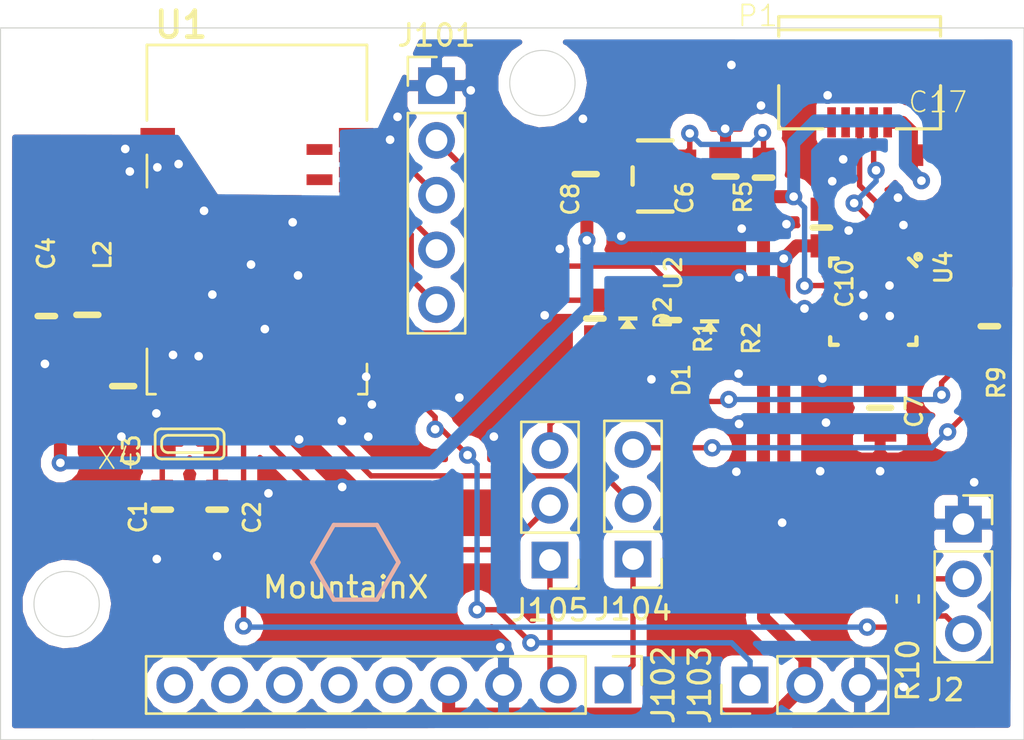
<source format=kicad_pcb>
(kicad_pcb (version 20171130) (host pcbnew "(6.0.0-rc1-dev-1027-g90233e5ec)")

  (general
    (thickness 1.6)
    (drawings 16)
    (tracks 283)
    (zones 0)
    (modules 28)
    (nets 71)
  )

  (page A4)
  (layers
    (0 Top signal)
    (31 Bottom signal)
    (32 B.Adhes user)
    (33 F.Adhes user)
    (34 B.Paste user)
    (35 F.Paste user)
    (36 B.SilkS user)
    (37 F.SilkS user)
    (38 B.Mask user hide)
    (39 F.Mask user hide)
    (40 Dwgs.User user hide)
    (41 Cmts.User user)
    (42 Eco1.User user)
    (43 Eco2.User user)
    (44 Edge.Cuts user)
    (45 Margin user)
    (46 B.CrtYd user)
    (47 F.CrtYd user)
    (48 B.Fab user)
    (49 F.Fab user hide)
  )

  (setup
    (last_trace_width 0.25)
    (trace_clearance 0.2)
    (zone_clearance 0.508)
    (zone_45_only no)
    (trace_min 0.2)
    (via_size 0.8)
    (via_drill 0.4)
    (via_min_size 0.4)
    (via_min_drill 0.3)
    (uvia_size 0.3)
    (uvia_drill 0.1)
    (uvias_allowed no)
    (uvia_min_size 0.2)
    (uvia_min_drill 0.1)
    (edge_width 0.05)
    (segment_width 0.2)
    (pcb_text_width 0.3)
    (pcb_text_size 1.5 1.5)
    (mod_edge_width 0.12)
    (mod_text_size 1 1)
    (mod_text_width 0.15)
    (pad_size 1.524 1.524)
    (pad_drill 0.762)
    (pad_to_mask_clearance 0.051)
    (solder_mask_min_width 0.25)
    (aux_axis_origin 0 0)
    (visible_elements 7FFFFFFF)
    (pcbplotparams
      (layerselection 0x010fc_ffffffff)
      (usegerberextensions false)
      (usegerberattributes false)
      (usegerberadvancedattributes false)
      (creategerberjobfile false)
      (excludeedgelayer true)
      (linewidth 0.100000)
      (plotframeref false)
      (viasonmask false)
      (mode 1)
      (useauxorigin false)
      (hpglpennumber 1)
      (hpglpenspeed 20)
      (hpglpendiameter 15.000000)
      (psnegative false)
      (psa4output false)
      (plotreference true)
      (plotvalue false)
      (plotinvisibletext false)
      (padsonsilk false)
      (subtractmaskfromsilk false)
      (outputformat 1)
      (mirror false)
      (drillshape 0)
      (scaleselection 1)
      (outputdirectory "Gerber/REv1/"))
  )

  (net 0 "")
  (net 1 GND)
  (net 2 3.3V)
  (net 3 VBUS)
  (net 4 "Net-(U1-Pad41)")
  (net 5 "Net-(U1-Pad40)")
  (net 6 /FRST)
  (net 7 /SWDIO)
  (net 8 /SWCLK)
  (net 9 /RESET)
  (net 10 /DFU)
  (net 11 "Net-(R2-Pad2)")
  (net 12 /SWO)
  (net 13 "Net-(R1-Pad2)")
  (net 14 /P0.16)
  (net 15 /P0.15)
  (net 16 /MISO)
  (net 17 /MOSI)
  (net 18 /SCK)
  (net 19 /P0.11)
  (net 20 /P0.07)
  (net 21 /A3/0.05)
  (net 22 /A2/0.04)
  (net 23 /A1/0.03)
  (net 24 "Net-(C2-Pad1)")
  (net 25 "Net-(C1-Pad1)")
  (net 26 "Net-(L2-Pad2)")
  (net 27 "Net-(C4-Pad1)")
  (net 28 /A7/P0.31)
  (net 29 /A6/P0.30)
  (net 30 /A5/0.29)
  (net 31 /A4/0.28)
  (net 32 /P0.27)
  (net 33 /SCL)
  (net 34 /SDA)
  (net 35 "Net-(D1-PadA)")
  (net 36 "Net-(D2-PadA)")
  (net 37 "Net-(U2-Pad4)")
  (net 38 "Net-(R5-Pad1)")
  (net 39 "Net-(U4-Pad24)")
  (net 40 /DTR)
  (net 41 "Net-(U4-Pad22)")
  (net 42 "Net-(R9-Pad1)")
  (net 43 "Net-(U4-Pad19)")
  (net 44 "Net-(U4-Pad18)")
  (net 45 "Net-(U4-Pad17)")
  (net 46 "Net-(C7-Pad1)")
  (net 47 "Net-(U4-Pad15)")
  (net 48 "Net-(U4-Pad14)")
  (net 49 "Net-(U4-Pad13)")
  (net 50 "Net-(U4-Pad12)")
  (net 51 "Net-(U4-Pad11)")
  (net 52 "Net-(U4-Pad10)")
  (net 53 "Net-(U4-Pad9)")
  (net 54 /USBD-)
  (net 55 /USBD+)
  (net 56 "Net-(U4-Pad1)")
  (net 57 "Net-(P1-Pad4)")
  (net 58 "Net-(J102-Pad8)")
  (net 59 "Net-(J102-Pad7)")
  (net 60 "Net-(J102-Pad6)")
  (net 61 "Net-(J102-Pad5)")
  (net 62 /RX)
  (net 63 /TX)
  (net 64 /RXD_prejumper)
  (net 65 /TXD_prejumper)
  (net 66 "Net-(U1-Pad23)")
  (net 67 "Net-(U1-Pad22)")
  (net 68 /RXD)
  (net 69 /TXD)
  (net 70 /A0)

  (net_class Default "This is the default net class."
    (clearance 0.2)
    (trace_width 0.25)
    (via_dia 0.8)
    (via_drill 0.4)
    (uvia_dia 0.3)
    (uvia_drill 0.1)
    (add_net /A0)
    (add_net /A1/0.03)
    (add_net /A2/0.04)
    (add_net /A3/0.05)
    (add_net /A4/0.28)
    (add_net /A5/0.29)
    (add_net /A6/P0.30)
    (add_net /A7/P0.31)
    (add_net /DFU)
    (add_net /DTR)
    (add_net /FRST)
    (add_net /MISO)
    (add_net /MOSI)
    (add_net /P0.07)
    (add_net /P0.11)
    (add_net /P0.15)
    (add_net /P0.16)
    (add_net /P0.27)
    (add_net /RESET)
    (add_net /RX)
    (add_net /RXD)
    (add_net /RXD_prejumper)
    (add_net /SCK)
    (add_net /SCL)
    (add_net /SDA)
    (add_net /SWCLK)
    (add_net /SWDIO)
    (add_net /SWO)
    (add_net /TX)
    (add_net /TXD)
    (add_net /TXD_prejumper)
    (add_net /USBD+)
    (add_net /USBD-)
    (add_net 3.3V)
    (add_net GND)
    (add_net "Net-(C1-Pad1)")
    (add_net "Net-(C2-Pad1)")
    (add_net "Net-(C4-Pad1)")
    (add_net "Net-(C7-Pad1)")
    (add_net "Net-(D1-PadA)")
    (add_net "Net-(D2-PadA)")
    (add_net "Net-(J102-Pad5)")
    (add_net "Net-(J102-Pad6)")
    (add_net "Net-(J102-Pad7)")
    (add_net "Net-(J102-Pad8)")
    (add_net "Net-(L2-Pad2)")
    (add_net "Net-(P1-Pad4)")
    (add_net "Net-(R1-Pad2)")
    (add_net "Net-(R2-Pad2)")
    (add_net "Net-(R5-Pad1)")
    (add_net "Net-(R9-Pad1)")
    (add_net "Net-(U1-Pad22)")
    (add_net "Net-(U1-Pad23)")
    (add_net "Net-(U1-Pad40)")
    (add_net "Net-(U1-Pad41)")
    (add_net "Net-(U2-Pad4)")
    (add_net "Net-(U4-Pad1)")
    (add_net "Net-(U4-Pad10)")
    (add_net "Net-(U4-Pad11)")
    (add_net "Net-(U4-Pad12)")
    (add_net "Net-(U4-Pad13)")
    (add_net "Net-(U4-Pad14)")
    (add_net "Net-(U4-Pad15)")
    (add_net "Net-(U4-Pad17)")
    (add_net "Net-(U4-Pad18)")
    (add_net "Net-(U4-Pad19)")
    (add_net "Net-(U4-Pad22)")
    (add_net "Net-(U4-Pad24)")
    (add_net "Net-(U4-Pad9)")
    (add_net VBUS)
  )

  (module Resistor_SMD:R_0603_1608Metric (layer Top) (tedit 5B301BBD) (tstamp 5BDE5BE2)
    (at 169.87012 145.8722 270)
    (descr "Resistor SMD 0603 (1608 Metric), square (rectangular) end terminal, IPC_7351 nominal, (Body size source: http://www.tortai-tech.com/upload/download/2011102023233369053.pdf), generated with kicad-footprint-generator")
    (tags resistor)
    (path /5BDF75B3)
    (attr smd)
    (fp_text reference R10 (at 3.3147 -0.0127 270) (layer F.SilkS)
      (effects (font (size 1 1) (thickness 0.15)))
    )
    (fp_text value 1k (at 0 1.43 270) (layer F.Fab)
      (effects (font (size 1 1) (thickness 0.15)))
    )
    (fp_text user %R (at 0 0 270) (layer F.Fab)
      (effects (font (size 0.4 0.4) (thickness 0.06)))
    )
    (fp_line (start 1.48 0.73) (end -1.48 0.73) (layer F.CrtYd) (width 0.05))
    (fp_line (start 1.48 -0.73) (end 1.48 0.73) (layer F.CrtYd) (width 0.05))
    (fp_line (start -1.48 -0.73) (end 1.48 -0.73) (layer F.CrtYd) (width 0.05))
    (fp_line (start -1.48 0.73) (end -1.48 -0.73) (layer F.CrtYd) (width 0.05))
    (fp_line (start -0.162779 0.51) (end 0.162779 0.51) (layer F.SilkS) (width 0.12))
    (fp_line (start -0.162779 -0.51) (end 0.162779 -0.51) (layer F.SilkS) (width 0.12))
    (fp_line (start 0.8 0.4) (end -0.8 0.4) (layer F.Fab) (width 0.1))
    (fp_line (start 0.8 -0.4) (end 0.8 0.4) (layer F.Fab) (width 0.1))
    (fp_line (start -0.8 -0.4) (end 0.8 -0.4) (layer F.Fab) (width 0.1))
    (fp_line (start -0.8 0.4) (end -0.8 -0.4) (layer F.Fab) (width 0.1))
    (pad 2 smd roundrect (at 0.7875 0 270) (size 0.875 0.95) (layers Top F.Paste F.Mask) (roundrect_rratio 0.25)
      (net 70 /A0))
    (pad 1 smd roundrect (at -0.7875 0 270) (size 0.875 0.95) (layers Top F.Paste F.Mask) (roundrect_rratio 0.25)
      (net 2 3.3V))
    (model ${KISYS3DMOD}/Resistor_SMD.3dshapes/R_0603_1608Metric.wrl
      (at (xyz 0 0 0))
      (scale (xyz 1 1 1))
      (rotate (xyz 0 0 0))
    )
  )

  (module eBoard_remote_reciever:0805-NO (layer Top) (tedit 0) (tstamp 5BD2F043)
    (at 161.42208 126.27356 90)
    (path /6333BD7E)
    (fp_text reference C6 (at -1.82372 -1.4478 90) (layer F.SilkS)
      (effects (font (size 0.77216 0.77216) (thickness 0.138988)) (justify left bottom))
    )
    (fp_text value 10µF (at 2.032 0.762 90) (layer F.Fab)
      (effects (font (size 0.77216 0.77216) (thickness 0.077216)) (justify left bottom))
    )
    (fp_line (start 0 -0.508) (end 0 0.508) (layer F.SilkS) (width 0.3048))
    (fp_poly (pts (xy 0.3556 0.7239) (xy 1.1057 0.7239) (xy 1.1057 -0.7262) (xy 0.3556 -0.7262)) (layer F.Fab) (width 0))
    (fp_poly (pts (xy -1.0922 0.7239) (xy -0.3421 0.7239) (xy -0.3421 -0.7262) (xy -1.0922 -0.7262)) (layer F.Fab) (width 0))
    (fp_line (start -0.356 0.66) (end 0.381 0.66) (layer F.Fab) (width 0.1016))
    (fp_line (start -0.381 -0.66) (end 0.381 -0.66) (layer F.Fab) (width 0.1016))
    (pad 2 smd rect (at 0.95 0 90) (size 1.24 1.5) (layers Top F.Paste F.Mask)
      (net 1 GND) (solder_mask_margin 0.0508))
    (pad 1 smd rect (at -0.95 0 90) (size 1.24 1.5) (layers Top F.Paste F.Mask)
      (net 3 VBUS) (solder_mask_margin 0.0508))
  )

  (module eBoard_remote_reciever:BLE_MODULE_RAYTAC_MDBT42 (layer Top) (tedit 0) (tstamp 5BD2EEFC)
    (at 139.7 128.27)
    (path /8DB4EA0A)
    (fp_text reference U1 (at -4.866 -8.328) (layer F.SilkS)
      (effects (font (size 1.2065 1.2065) (thickness 0.21717)) (justify left bottom))
    )
    (fp_text value MDBT42 (at -4.766 -7.458 90) (layer F.Fab)
      (effects (font (size 0.77216 0.77216) (thickness 0.077216)) (justify left bottom))
    )
    (fp_line (start 5.1 8.1) (end 5.1 6.7) (layer F.SilkS) (width 0.127))
    (fp_line (start 4.7 8.1) (end 5.1 8.1) (layer F.SilkS) (width 0.127))
    (fp_line (start -5.1 8.1) (end -5.1 6) (layer F.SilkS) (width 0.127))
    (fp_line (start -4.7 8.1) (end -5.1 8.1) (layer F.SilkS) (width 0.127))
    (fp_line (start -5.1 -3) (end -5.1 -1.5) (layer F.SilkS) (width 0.127))
    (fp_line (start 5.1 -8.1) (end 5.1 -4.6) (layer F.SilkS) (width 0.127))
    (fp_line (start -5.1 -8.1) (end 5.1 -8.1) (layer F.SilkS) (width 0.127))
    (fp_line (start -5.1 -4.6) (end -5.1 -8.1) (layer F.SilkS) (width 0.127))
    (fp_line (start 3.8 -4.25) (end 5 -4.25) (layer F.Fab) (width 0.127))
    (fp_line (start 3.8 -1.25) (end 3.8 -4.25) (layer F.Fab) (width 0.127))
    (fp_line (start -0.5 -1.25) (end 3.8 -1.25) (layer F.Fab) (width 0.127))
    (fp_line (start -0.5 -4.25) (end -0.5 -1.25) (layer F.Fab) (width 0.127))
    (fp_line (start -5 -4.25) (end -0.5 -4.25) (layer F.Fab) (width 0.127))
    (fp_line (start -5 -4.25) (end -5 -8) (layer F.Fab) (width 0.127))
    (fp_text user "KEEPOUT\n(ANTENNA AREA)" (at 0 -6.238) (layer F.Fab)
      (effects (font (size 0.57912 0.57912) (thickness 0.09144)))
    )
    (fp_poly (pts (xy 5.45 -8) (xy -5.45 -8) (xy -5.45 -4.25) (xy 5.45 -4.25)) (layer Dwgs.User) (width 0))
    (fp_poly (pts (xy -0.45 -1.25) (xy 3.85 -1.25) (xy 3.85 -4.25) (xy -0.45 -4.25)) (layer Dwgs.User) (width 0))
    (fp_poly (pts (xy -5.45 -4.25) (xy 5.45 -4.25) (xy 5.45 -8) (xy -5.45 -8)) (layer Dwgs.User) (width 0))
    (fp_line (start -5 8) (end -5 -4.25) (layer F.Fab) (width 0.127))
    (fp_line (start 5 8) (end -5 8) (layer F.Fab) (width 0.127))
    (fp_line (start 5 -4.25) (end 5 8) (layer F.Fab) (width 0.127))
    (fp_line (start 5 -8) (end 5 -4.25) (layer F.Fab) (width 0.127))
    (fp_line (start -5 -8) (end 5 -8) (layer F.Fab) (width 0.127))
    (pad 41 smd rect (at 2.9 -1.85) (size 1.2 0.5) (layers Top F.Paste F.Mask)
      (net 4 "Net-(U1-Pad41)") (solder_mask_margin 0.0508))
    (pad 40 smd rect (at 2.9 -3.25) (size 1.2 0.5) (layers Top F.Paste F.Mask)
      (net 5 "Net-(U1-Pad40)") (solder_mask_margin 0.0508))
    (pad 39 smd rect (at 4.6 -3.8) (size 1.6 0.9) (layers Top F.Paste F.Mask)
      (net 1 GND) (solder_mask_margin 0.0508))
    (pad 38 smd rect (at 4.6 -2.9) (size 1.6 0.48) (layers Top F.Paste F.Mask)
      (net 6 /FRST) (solder_mask_margin 0.0508))
    (pad 37 smd rect (at 4.6 -2.2) (size 1.6 0.48) (layers Top F.Paste F.Mask)
      (net 7 /SWDIO) (solder_mask_margin 0.0508))
    (pad 36 smd rect (at 4.6 -1.5) (size 1.6 0.48) (layers Top F.Paste F.Mask)
      (net 8 /SWCLK) (solder_mask_margin 0.0508))
    (pad 35 smd rect (at 4.6 -0.8) (size 1.6 0.48) (layers Top F.Paste F.Mask)
      (net 9 /RESET) (solder_mask_margin 0.0508))
    (pad 34 smd rect (at 4.6 -0.1) (size 1.6 0.48) (layers Top F.Paste F.Mask)
      (net 10 /DFU) (solder_mask_margin 0.0508))
    (pad 33 smd rect (at 4.6 0.6) (size 1.6 0.48) (layers Top F.Paste F.Mask)
      (net 11 "Net-(R2-Pad2)") (solder_mask_margin 0.0508))
    (pad 32 smd rect (at 4.6 1.3) (size 1.6 0.48) (layers Top F.Paste F.Mask)
      (net 12 /SWO) (solder_mask_margin 0.0508))
    (pad 31 smd rect (at 4.6 2) (size 1.6 0.48) (layers Top F.Paste F.Mask)
      (net 13 "Net-(R1-Pad2)") (solder_mask_margin 0.0508))
    (pad 30 smd rect (at 4.6 2.7) (size 1.6 0.48) (layers Top F.Paste F.Mask)
      (net 14 /P0.16) (solder_mask_margin 0.0508))
    (pad 29 smd rect (at 4.6 3.4) (size 1.6 0.48) (layers Top F.Paste F.Mask)
      (net 15 /P0.15) (solder_mask_margin 0.0508))
    (pad 28 smd rect (at 4.6 4.1) (size 1.6 0.48) (layers Top F.Paste F.Mask)
      (net 16 /MISO) (solder_mask_margin 0.0508))
    (pad 27 smd rect (at 4.6 4.8) (size 1.6 0.48) (layers Top F.Paste F.Mask)
      (net 17 /MOSI) (solder_mask_margin 0.0508))
    (pad 26 smd rect (at 4.6 5.5) (size 1.6 0.48) (layers Top F.Paste F.Mask)
      (net 18 /SCK) (solder_mask_margin 0.0508))
    (pad 25 smd rect (at 4.6 6.2) (size 1.6 0.48) (layers Top F.Paste F.Mask)
      (net 19 /P0.11) (solder_mask_margin 0.0508))
    (pad 24 smd rect (at 4.2 7.65 90) (size 1.6 0.48) (layers Top F.Paste F.Mask)
      (net 1 GND) (solder_mask_margin 0.0508))
    (pad 23 smd rect (at 3.5 7.65 90) (size 1.6 0.48) (layers Top F.Paste F.Mask)
      (net 66 "Net-(U1-Pad23)") (solder_mask_margin 0.0508))
    (pad 22 smd rect (at 2.8 7.65 90) (size 1.6 0.48) (layers Top F.Paste F.Mask)
      (net 67 "Net-(U1-Pad22)") (solder_mask_margin 0.0508))
    (pad 21 smd rect (at 2.1 7.65 90) (size 1.6 0.48) (layers Top F.Paste F.Mask)
      (net 62 /RX) (solder_mask_margin 0.0508))
    (pad 20 smd rect (at 1.4 7.65 90) (size 1.6 0.48) (layers Top F.Paste F.Mask)
      (net 20 /P0.07) (solder_mask_margin 0.0508))
    (pad 19 smd rect (at 0.7 7.65 90) (size 1.6 0.48) (layers Top F.Paste F.Mask)
      (net 63 /TX) (solder_mask_margin 0.0508))
    (pad 18 smd rect (at 0 7.65 90) (size 1.6 0.48) (layers Top F.Paste F.Mask)
      (net 21 /A3/0.05) (solder_mask_margin 0.0508))
    (pad 17 smd rect (at -0.7 7.65 90) (size 1.6 0.48) (layers Top F.Paste F.Mask)
      (net 22 /A2/0.04) (solder_mask_margin 0.0508))
    (pad 16 smd rect (at -1.4 7.65 90) (size 1.6 0.48) (layers Top F.Paste F.Mask)
      (net 23 /A1/0.03) (solder_mask_margin 0.0508))
    (pad 15 smd rect (at -2.1 7.65 90) (size 1.6 0.48) (layers Top F.Paste F.Mask)
      (net 70 /A0) (solder_mask_margin 0.0508))
    (pad 14 smd rect (at -2.8 7.65 90) (size 1.6 0.48) (layers Top F.Paste F.Mask)
      (net 24 "Net-(C2-Pad1)") (solder_mask_margin 0.0508))
    (pad 13 smd rect (at -3.5 7.65 90) (size 1.6 0.48) (layers Top F.Paste F.Mask)
      (net 25 "Net-(C1-Pad1)") (solder_mask_margin 0.0508))
    (pad 12 smd rect (at -4.2 7.65 90) (size 1.6 0.48) (layers Top F.Paste F.Mask)
      (net 1 GND) (solder_mask_margin 0.0508))
    (pad 11 smd rect (at -4.6 5.5) (size 1.6 0.48) (layers Top F.Paste F.Mask)
      (net 2 3.3V) (solder_mask_margin 0.0508))
    (pad 10 smd rect (at -4.6 4.8) (size 1.6 0.48) (layers Top F.Paste F.Mask)
      (net 26 "Net-(L2-Pad2)") (solder_mask_margin 0.0508))
    (pad 9 smd rect (at -4.6 4.1) (size 1.6 0.48) (layers Top F.Paste F.Mask)
      (net 27 "Net-(C4-Pad1)") (solder_mask_margin 0.0508))
    (pad 8 smd rect (at -4.6 3.4) (size 1.6 0.48) (layers Top F.Paste F.Mask)
      (net 28 /A7/P0.31) (solder_mask_margin 0.0508))
    (pad 7 smd rect (at -4.6 2.7) (size 1.6 0.48) (layers Top F.Paste F.Mask)
      (net 29 /A6/P0.30) (solder_mask_margin 0.0508))
    (pad 6 smd rect (at -4.6 2) (size 1.6 0.48) (layers Top F.Paste F.Mask)
      (net 30 /A5/0.29) (solder_mask_margin 0.0508))
    (pad 5 smd rect (at -4.6 1.3) (size 1.6 0.48) (layers Top F.Paste F.Mask)
      (net 31 /A4/0.28) (solder_mask_margin 0.0508))
    (pad 4 smd rect (at -4.6 0.6) (size 1.6 0.48) (layers Top F.Paste F.Mask)
      (net 32 /P0.27) (solder_mask_margin 0.0508))
    (pad 3 smd rect (at -4.6 -0.1) (size 1.6 0.48) (layers Top F.Paste F.Mask)
      (net 33 /SCL) (solder_mask_margin 0.0508))
    (pad 2 smd rect (at -4.6 -0.8) (size 1.6 0.48) (layers Top F.Paste F.Mask)
      (net 34 /SDA) (solder_mask_margin 0.0508))
    (pad 1 smd rect (at -4.6 -3.8) (size 1.6 0.9) (layers Top F.Paste F.Mask)
      (net 1 GND) (solder_mask_margin 0.0508))
  )

  (module eBoard_remote_reciever:0805-NO (layer Top) (tedit 0) (tstamp 5BD2EF5D)
    (at 133.49732 135.99668 270)
    (path /C3EA450F)
    (fp_text reference C3 (at 2.16154 0.07112 90) (layer F.SilkS)
      (effects (font (size 0.77216 0.77216) (thickness 0.138988)) (justify right top))
    )
    (fp_text value 10uF (at 2.032 0.762 90) (layer F.Fab)
      (effects (font (size 0.77216 0.77216) (thickness 0.077216)) (justify right top))
    )
    (fp_line (start 0 -0.508) (end 0 0.508) (layer F.SilkS) (width 0.3048))
    (fp_poly (pts (xy 0.3556 0.7239) (xy 1.1057 0.7239) (xy 1.1057 -0.7262) (xy 0.3556 -0.7262)) (layer F.Fab) (width 0))
    (fp_poly (pts (xy -1.0922 0.7239) (xy -0.3421 0.7239) (xy -0.3421 -0.7262) (xy -1.0922 -0.7262)) (layer F.Fab) (width 0))
    (fp_line (start -0.356 0.66) (end 0.381 0.66) (layer F.Fab) (width 0.1016))
    (fp_line (start -0.381 -0.66) (end 0.381 -0.66) (layer F.Fab) (width 0.1016))
    (pad 2 smd rect (at 0.95 0 270) (size 1.24 1.5) (layers Top F.Paste F.Mask)
      (net 1 GND) (solder_mask_margin 0.0508))
    (pad 1 smd rect (at -0.95 0 270) (size 1.24 1.5) (layers Top F.Paste F.Mask)
      (net 2 3.3V) (solder_mask_margin 0.0508))
  )

  (module Connector_PinSocket_2.54mm:PinSocket_1x03_P2.54mm_Vertical (layer Top) (tedit 5A19A429) (tstamp 5BDE4C1F)
    (at 172.45076 142.39748)
    (descr "Through hole straight socket strip, 1x03, 2.54mm pitch, single row (from Kicad 4.0.7), script generated")
    (tags "Through hole socket strip THT 1x03 2.54mm single row")
    (path /5BDE8F92)
    (fp_text reference J2 (at -0.8128 7.6962) (layer F.SilkS)
      (effects (font (size 1 1) (thickness 0.15)))
    )
    (fp_text value "TEMP SENS" (at 0 7.85) (layer F.Fab)
      (effects (font (size 1 1) (thickness 0.15)))
    )
    (fp_text user %R (at 0 2.54 90) (layer F.Fab)
      (effects (font (size 1 1) (thickness 0.15)))
    )
    (fp_line (start -1.8 6.85) (end -1.8 -1.8) (layer F.CrtYd) (width 0.05))
    (fp_line (start 1.75 6.85) (end -1.8 6.85) (layer F.CrtYd) (width 0.05))
    (fp_line (start 1.75 -1.8) (end 1.75 6.85) (layer F.CrtYd) (width 0.05))
    (fp_line (start -1.8 -1.8) (end 1.75 -1.8) (layer F.CrtYd) (width 0.05))
    (fp_line (start 0 -1.33) (end 1.33 -1.33) (layer F.SilkS) (width 0.12))
    (fp_line (start 1.33 -1.33) (end 1.33 0) (layer F.SilkS) (width 0.12))
    (fp_line (start 1.33 1.27) (end 1.33 6.41) (layer F.SilkS) (width 0.12))
    (fp_line (start -1.33 6.41) (end 1.33 6.41) (layer F.SilkS) (width 0.12))
    (fp_line (start -1.33 1.27) (end -1.33 6.41) (layer F.SilkS) (width 0.12))
    (fp_line (start -1.33 1.27) (end 1.33 1.27) (layer F.SilkS) (width 0.12))
    (fp_line (start -1.27 6.35) (end -1.27 -1.27) (layer F.Fab) (width 0.1))
    (fp_line (start 1.27 6.35) (end -1.27 6.35) (layer F.Fab) (width 0.1))
    (fp_line (start 1.27 -0.635) (end 1.27 6.35) (layer F.Fab) (width 0.1))
    (fp_line (start 0.635 -1.27) (end 1.27 -0.635) (layer F.Fab) (width 0.1))
    (fp_line (start -1.27 -1.27) (end 0.635 -1.27) (layer F.Fab) (width 0.1))
    (pad 3 thru_hole oval (at 0 5.08) (size 1.7 1.7) (drill 1) (layers *.Cu *.Mask)
      (net 70 /A0))
    (pad 2 thru_hole oval (at 0 2.54) (size 1.7 1.7) (drill 1) (layers *.Cu *.Mask)
      (net 2 3.3V))
    (pad 1 thru_hole rect (at 0 0) (size 1.7 1.7) (drill 1) (layers *.Cu *.Mask)
      (net 1 GND))
    (model ${KISYS3DMOD}/Connector_PinSocket_2.54mm.3dshapes/PinSocket_1x03_P2.54mm_Vertical.wrl
      (at (xyz 0 0 0))
      (scale (xyz 1 1 1))
      (rotate (xyz 0 0 0))
    )
  )

  (module Connector_PinHeader_2.54mm:PinHeader_1x03_P2.54mm_Vertical (layer Top) (tedit 59FED5CC) (tstamp 5BD768D5)
    (at 153.28392 144.06372 180)
    (descr "Through hole straight pin header, 1x03, 2.54mm pitch, single row")
    (tags "Through hole pin header THT 1x03 2.54mm single row")
    (path /5BDA7C67)
    (fp_text reference J105 (at 0 -2.33 180) (layer F.SilkS)
      (effects (font (size 1 1) (thickness 0.15)))
    )
    (fp_text value TX_Jumper (at 0 7.41 180) (layer F.Fab)
      (effects (font (size 1 1) (thickness 0.15)))
    )
    (fp_text user %R (at 0 2.54 270) (layer F.Fab)
      (effects (font (size 1 1) (thickness 0.15)))
    )
    (fp_line (start 1.8 -1.8) (end -1.8 -1.8) (layer F.CrtYd) (width 0.05))
    (fp_line (start 1.8 6.85) (end 1.8 -1.8) (layer F.CrtYd) (width 0.05))
    (fp_line (start -1.8 6.85) (end 1.8 6.85) (layer F.CrtYd) (width 0.05))
    (fp_line (start -1.8 -1.8) (end -1.8 6.85) (layer F.CrtYd) (width 0.05))
    (fp_line (start -1.33 -1.33) (end 0 -1.33) (layer F.SilkS) (width 0.12))
    (fp_line (start -1.33 0) (end -1.33 -1.33) (layer F.SilkS) (width 0.12))
    (fp_line (start -1.33 1.27) (end 1.33 1.27) (layer F.SilkS) (width 0.12))
    (fp_line (start 1.33 1.27) (end 1.33 6.41) (layer F.SilkS) (width 0.12))
    (fp_line (start -1.33 1.27) (end -1.33 6.41) (layer F.SilkS) (width 0.12))
    (fp_line (start -1.33 6.41) (end 1.33 6.41) (layer F.SilkS) (width 0.12))
    (fp_line (start -1.27 -0.635) (end -0.635 -1.27) (layer F.Fab) (width 0.1))
    (fp_line (start -1.27 6.35) (end -1.27 -0.635) (layer F.Fab) (width 0.1))
    (fp_line (start 1.27 6.35) (end -1.27 6.35) (layer F.Fab) (width 0.1))
    (fp_line (start 1.27 -1.27) (end 1.27 6.35) (layer F.Fab) (width 0.1))
    (fp_line (start -0.635 -1.27) (end 1.27 -1.27) (layer F.Fab) (width 0.1))
    (pad 3 thru_hole oval (at 0 5.08 180) (size 1.7 1.7) (drill 1) (layers *.Cu *.Mask)
      (net 65 /TXD_prejumper))
    (pad 2 thru_hole oval (at 0 2.54 180) (size 1.7 1.7) (drill 1) (layers *.Cu *.Mask)
      (net 63 /TX))
    (pad 1 thru_hole rect (at 0 0 180) (size 1.7 1.7) (drill 1) (layers *.Cu *.Mask)
      (net 69 /TXD))
    (model ${KISYS3DMOD}/Connector_PinHeader_2.54mm.3dshapes/PinHeader_1x03_P2.54mm_Vertical.wrl
      (at (xyz 0 0 0))
      (scale (xyz 1 1 1))
      (rotate (xyz 0 0 0))
    )
  )

  (module Connector_PinHeader_2.54mm:PinHeader_1x03_P2.54mm_Vertical (layer Top) (tedit 59FED5CC) (tstamp 5BD768BE)
    (at 157.13456 144.018 180)
    (descr "Through hole straight pin header, 1x03, 2.54mm pitch, single row")
    (tags "Through hole pin header THT 1x03 2.54mm single row")
    (path /5BDA146F)
    (fp_text reference J104 (at 0 -2.33 180) (layer F.SilkS)
      (effects (font (size 1 1) (thickness 0.15)))
    )
    (fp_text value RX_Jumper (at 0 7.41 180) (layer F.Fab)
      (effects (font (size 1 1) (thickness 0.15)))
    )
    (fp_text user %R (at 0 2.54 270) (layer F.Fab)
      (effects (font (size 1 1) (thickness 0.15)))
    )
    (fp_line (start 1.8 -1.8) (end -1.8 -1.8) (layer F.CrtYd) (width 0.05))
    (fp_line (start 1.8 6.85) (end 1.8 -1.8) (layer F.CrtYd) (width 0.05))
    (fp_line (start -1.8 6.85) (end 1.8 6.85) (layer F.CrtYd) (width 0.05))
    (fp_line (start -1.8 -1.8) (end -1.8 6.85) (layer F.CrtYd) (width 0.05))
    (fp_line (start -1.33 -1.33) (end 0 -1.33) (layer F.SilkS) (width 0.12))
    (fp_line (start -1.33 0) (end -1.33 -1.33) (layer F.SilkS) (width 0.12))
    (fp_line (start -1.33 1.27) (end 1.33 1.27) (layer F.SilkS) (width 0.12))
    (fp_line (start 1.33 1.27) (end 1.33 6.41) (layer F.SilkS) (width 0.12))
    (fp_line (start -1.33 1.27) (end -1.33 6.41) (layer F.SilkS) (width 0.12))
    (fp_line (start -1.33 6.41) (end 1.33 6.41) (layer F.SilkS) (width 0.12))
    (fp_line (start -1.27 -0.635) (end -0.635 -1.27) (layer F.Fab) (width 0.1))
    (fp_line (start -1.27 6.35) (end -1.27 -0.635) (layer F.Fab) (width 0.1))
    (fp_line (start 1.27 6.35) (end -1.27 6.35) (layer F.Fab) (width 0.1))
    (fp_line (start 1.27 -1.27) (end 1.27 6.35) (layer F.Fab) (width 0.1))
    (fp_line (start -0.635 -1.27) (end 1.27 -1.27) (layer F.Fab) (width 0.1))
    (pad 3 thru_hole oval (at 0 5.08 180) (size 1.7 1.7) (drill 1) (layers *.Cu *.Mask)
      (net 64 /RXD_prejumper))
    (pad 2 thru_hole oval (at 0 2.54 180) (size 1.7 1.7) (drill 1) (layers *.Cu *.Mask)
      (net 62 /RX))
    (pad 1 thru_hole rect (at 0 0 180) (size 1.7 1.7) (drill 1) (layers *.Cu *.Mask)
      (net 68 /RXD))
    (model ${KISYS3DMOD}/Connector_PinHeader_2.54mm.3dshapes/PinHeader_1x03_P2.54mm_Vertical.wrl
      (at (xyz 0 0 0))
      (scale (xyz 1 1 1))
      (rotate (xyz 0 0 0))
    )
  )

  (module Connector_PinHeader_2.54mm:PinHeader_1x03_P2.54mm_Vertical (layer Top) (tedit 59FED5CC) (tstamp 5BD768A7)
    (at 162.56 149.86 90)
    (descr "Through hole straight pin header, 1x03, 2.54mm pitch, single row")
    (tags "Through hole pin header THT 1x03 2.54mm single row")
    (path /5BD7C49A)
    (fp_text reference J103 (at 0 -2.33 90) (layer F.SilkS)
      (effects (font (size 1 1) (thickness 0.15)))
    )
    (fp_text value PPM (at 0 7.41 90) (layer F.Fab)
      (effects (font (size 1 1) (thickness 0.15)))
    )
    (fp_text user %R (at 0 2.54 180) (layer F.Fab)
      (effects (font (size 1 1) (thickness 0.15)))
    )
    (fp_line (start 1.8 -1.8) (end -1.8 -1.8) (layer F.CrtYd) (width 0.05))
    (fp_line (start 1.8 6.85) (end 1.8 -1.8) (layer F.CrtYd) (width 0.05))
    (fp_line (start -1.8 6.85) (end 1.8 6.85) (layer F.CrtYd) (width 0.05))
    (fp_line (start -1.8 -1.8) (end -1.8 6.85) (layer F.CrtYd) (width 0.05))
    (fp_line (start -1.33 -1.33) (end 0 -1.33) (layer F.SilkS) (width 0.12))
    (fp_line (start -1.33 0) (end -1.33 -1.33) (layer F.SilkS) (width 0.12))
    (fp_line (start -1.33 1.27) (end 1.33 1.27) (layer F.SilkS) (width 0.12))
    (fp_line (start 1.33 1.27) (end 1.33 6.41) (layer F.SilkS) (width 0.12))
    (fp_line (start -1.33 1.27) (end -1.33 6.41) (layer F.SilkS) (width 0.12))
    (fp_line (start -1.33 6.41) (end 1.33 6.41) (layer F.SilkS) (width 0.12))
    (fp_line (start -1.27 -0.635) (end -0.635 -1.27) (layer F.Fab) (width 0.1))
    (fp_line (start -1.27 6.35) (end -1.27 -0.635) (layer F.Fab) (width 0.1))
    (fp_line (start 1.27 6.35) (end -1.27 6.35) (layer F.Fab) (width 0.1))
    (fp_line (start 1.27 -1.27) (end 1.27 6.35) (layer F.Fab) (width 0.1))
    (fp_line (start -0.635 -1.27) (end 1.27 -1.27) (layer F.Fab) (width 0.1))
    (pad 3 thru_hole oval (at 0 5.08 90) (size 1.7 1.7) (drill 1) (layers *.Cu *.Mask)
      (net 1 GND))
    (pad 2 thru_hole oval (at 0 2.54 90) (size 1.7 1.7) (drill 1) (layers *.Cu *.Mask)
      (net 3 VBUS))
    (pad 1 thru_hole rect (at 0 0 90) (size 1.7 1.7) (drill 1) (layers *.Cu *.Mask)
      (net 19 /P0.11))
    (model ${KISYS3DMOD}/Connector_PinHeader_2.54mm.3dshapes/PinHeader_1x03_P2.54mm_Vertical.wrl
      (at (xyz 0 0 0))
      (scale (xyz 1 1 1))
      (rotate (xyz 0 0 0))
    )
  )

  (module Connector_PinHeader_2.54mm:PinHeader_1x09_P2.54mm_Vertical (layer Top) (tedit 59FED5CC) (tstamp 5BD76890)
    (at 156.21 149.86 270)
    (descr "Through hole straight pin header, 1x09, 2.54mm pitch, single row")
    (tags "Through hole pin header THT 1x09 2.54mm single row")
    (path /5BD3ACCE)
    (fp_text reference J102 (at 0 -2.33 270) (layer F.SilkS)
      (effects (font (size 1 1) (thickness 0.15)))
    )
    (fp_text value VESC_UART (at 0 22.65 270) (layer F.Fab)
      (effects (font (size 1 1) (thickness 0.15)))
    )
    (fp_text user %R (at 0 10.16) (layer F.Fab)
      (effects (font (size 1 1) (thickness 0.15)))
    )
    (fp_line (start 1.8 -1.8) (end -1.8 -1.8) (layer F.CrtYd) (width 0.05))
    (fp_line (start 1.8 22.1) (end 1.8 -1.8) (layer F.CrtYd) (width 0.05))
    (fp_line (start -1.8 22.1) (end 1.8 22.1) (layer F.CrtYd) (width 0.05))
    (fp_line (start -1.8 -1.8) (end -1.8 22.1) (layer F.CrtYd) (width 0.05))
    (fp_line (start -1.33 -1.33) (end 0 -1.33) (layer F.SilkS) (width 0.12))
    (fp_line (start -1.33 0) (end -1.33 -1.33) (layer F.SilkS) (width 0.12))
    (fp_line (start -1.33 1.27) (end 1.33 1.27) (layer F.SilkS) (width 0.12))
    (fp_line (start 1.33 1.27) (end 1.33 21.65) (layer F.SilkS) (width 0.12))
    (fp_line (start -1.33 1.27) (end -1.33 21.65) (layer F.SilkS) (width 0.12))
    (fp_line (start -1.33 21.65) (end 1.33 21.65) (layer F.SilkS) (width 0.12))
    (fp_line (start -1.27 -0.635) (end -0.635 -1.27) (layer F.Fab) (width 0.1))
    (fp_line (start -1.27 21.59) (end -1.27 -0.635) (layer F.Fab) (width 0.1))
    (fp_line (start 1.27 21.59) (end -1.27 21.59) (layer F.Fab) (width 0.1))
    (fp_line (start 1.27 -1.27) (end 1.27 21.59) (layer F.Fab) (width 0.1))
    (fp_line (start -0.635 -1.27) (end 1.27 -1.27) (layer F.Fab) (width 0.1))
    (pad 9 thru_hole oval (at 0 20.32 270) (size 1.7 1.7) (drill 1) (layers *.Cu *.Mask))
    (pad 8 thru_hole oval (at 0 17.78 270) (size 1.7 1.7) (drill 1) (layers *.Cu *.Mask)
      (net 58 "Net-(J102-Pad8)"))
    (pad 7 thru_hole oval (at 0 15.24 270) (size 1.7 1.7) (drill 1) (layers *.Cu *.Mask)
      (net 59 "Net-(J102-Pad7)"))
    (pad 6 thru_hole oval (at 0 12.7 270) (size 1.7 1.7) (drill 1) (layers *.Cu *.Mask)
      (net 60 "Net-(J102-Pad6)"))
    (pad 5 thru_hole oval (at 0 10.16 270) (size 1.7 1.7) (drill 1) (layers *.Cu *.Mask)
      (net 61 "Net-(J102-Pad5)"))
    (pad 4 thru_hole oval (at 0 7.62 270) (size 1.7 1.7) (drill 1) (layers *.Cu *.Mask)
      (net 3 VBUS))
    (pad 3 thru_hole oval (at 0 5.08 270) (size 1.7 1.7) (drill 1) (layers *.Cu *.Mask)
      (net 1 GND))
    (pad 2 thru_hole oval (at 0 2.54 270) (size 1.7 1.7) (drill 1) (layers *.Cu *.Mask)
      (net 69 /TXD))
    (pad 1 thru_hole rect (at 0 0 270) (size 1.7 1.7) (drill 1) (layers *.Cu *.Mask)
      (net 68 /RXD))
    (model ${KISYS3DMOD}/Connector_PinHeader_2.54mm.3dshapes/PinHeader_1x09_P2.54mm_Vertical.wrl
      (at (xyz 0 0 0))
      (scale (xyz 1 1 1))
      (rotate (xyz 0 0 0))
    )
  )

  (module Connector_PinHeader_2.54mm:PinHeader_1x05_P2.54mm_Vertical (layer Top) (tedit 59FED5CC) (tstamp 5BDA2C49)
    (at 148.02612 122.05716)
    (descr "Through hole straight pin header, 1x05, 2.54mm pitch, single row")
    (tags "Through hole pin header THT 1x05 2.54mm single row")
    (path /5BD3BC02)
    (fp_text reference J101 (at 0 -2.33) (layer F.SilkS)
      (effects (font (size 1 1) (thickness 0.15)))
    )
    (fp_text value PROG (at 0 12.49) (layer F.Fab)
      (effects (font (size 1 1) (thickness 0.15)))
    )
    (fp_text user %R (at 0 5.08 90) (layer F.Fab)
      (effects (font (size 1 1) (thickness 0.15)))
    )
    (fp_line (start 1.8 -1.8) (end -1.8 -1.8) (layer F.CrtYd) (width 0.05))
    (fp_line (start 1.8 11.95) (end 1.8 -1.8) (layer F.CrtYd) (width 0.05))
    (fp_line (start -1.8 11.95) (end 1.8 11.95) (layer F.CrtYd) (width 0.05))
    (fp_line (start -1.8 -1.8) (end -1.8 11.95) (layer F.CrtYd) (width 0.05))
    (fp_line (start -1.33 -1.33) (end 0 -1.33) (layer F.SilkS) (width 0.12))
    (fp_line (start -1.33 0) (end -1.33 -1.33) (layer F.SilkS) (width 0.12))
    (fp_line (start -1.33 1.27) (end 1.33 1.27) (layer F.SilkS) (width 0.12))
    (fp_line (start 1.33 1.27) (end 1.33 11.49) (layer F.SilkS) (width 0.12))
    (fp_line (start -1.33 1.27) (end -1.33 11.49) (layer F.SilkS) (width 0.12))
    (fp_line (start -1.33 11.49) (end 1.33 11.49) (layer F.SilkS) (width 0.12))
    (fp_line (start -1.27 -0.635) (end -0.635 -1.27) (layer F.Fab) (width 0.1))
    (fp_line (start -1.27 11.43) (end -1.27 -0.635) (layer F.Fab) (width 0.1))
    (fp_line (start 1.27 11.43) (end -1.27 11.43) (layer F.Fab) (width 0.1))
    (fp_line (start 1.27 -1.27) (end 1.27 11.43) (layer F.Fab) (width 0.1))
    (fp_line (start -0.635 -1.27) (end 1.27 -1.27) (layer F.Fab) (width 0.1))
    (pad 5 thru_hole oval (at 0 10.16) (size 1.7 1.7) (drill 1) (layers *.Cu *.Mask)
      (net 9 /RESET))
    (pad 4 thru_hole oval (at 0 7.62) (size 1.7 1.7) (drill 1) (layers *.Cu *.Mask)
      (net 8 /SWCLK))
    (pad 3 thru_hole oval (at 0 5.08) (size 1.7 1.7) (drill 1) (layers *.Cu *.Mask)
      (net 7 /SWDIO))
    (pad 2 thru_hole oval (at 0 2.54) (size 1.7 1.7) (drill 1) (layers *.Cu *.Mask)
      (net 2 3.3V))
    (pad 1 thru_hole rect (at 0 0) (size 1.7 1.7) (drill 1) (layers *.Cu *.Mask)
      (net 1 GND))
    (model ${KISYS3DMOD}/Connector_PinHeader_2.54mm.3dshapes/PinHeader_1x05_P2.54mm_Vertical.wrl
      (at (xyz 0 0 0))
      (scale (xyz 1 1 1))
      (rotate (xyz 0 0 0))
    )
  )

  (module eBoard_remote_reciever:0603-NO (layer Top) (tedit 0) (tstamp 5BDAF57A)
    (at 135.31088 141.72692 270)
    (path /7EE2FFE3)
    (fp_text reference C1 (at -0.508 1.5748 90) (layer F.SilkS)
      (effects (font (size 0.77216 0.77216) (thickness 0.138988)) (justify right top))
    )
    (fp_text value 22pF (at 1.778 0.762 90) (layer F.Fab)
      (effects (font (size 0.77216 0.77216) (thickness 0.077216)) (justify right top))
    )
    (fp_line (start 0 -0.4) (end 0 0.4) (layer F.SilkS) (width 0.3048))
    (fp_poly (pts (xy -0.1999 0.3) (xy 0.1999 0.3) (xy 0.1999 -0.3) (xy -0.1999 -0.3)) (layer F.Adhes) (width 0))
    (fp_poly (pts (xy 0.3302 0.4699) (xy 0.8303 0.4699) (xy 0.8303 -0.4801) (xy 0.3302 -0.4801)) (layer F.Fab) (width 0))
    (fp_poly (pts (xy -0.8382 0.4699) (xy -0.3381 0.4699) (xy -0.3381 -0.4801) (xy -0.8382 -0.4801)) (layer F.Fab) (width 0))
    (fp_line (start -0.356 0.419) (end 0.356 0.419) (layer F.Fab) (width 0.1016))
    (fp_line (start -0.356 -0.432) (end 0.356 -0.432) (layer F.Fab) (width 0.1016))
    (fp_line (start -1.473 0.729) (end -1.473 -0.729) (layer Dwgs.User) (width 0.0508))
    (fp_line (start 1.473 0.729) (end -1.473 0.729) (layer Dwgs.User) (width 0.0508))
    (fp_line (start 1.473 -0.729) (end 1.473 0.729) (layer Dwgs.User) (width 0.0508))
    (fp_line (start -1.473 -0.729) (end 1.473 -0.729) (layer Dwgs.User) (width 0.0508))
    (pad 2 smd rect (at 0.85 0 270) (size 1.075 1) (layers Top F.Paste F.Mask)
      (net 1 GND) (solder_mask_margin 0.0508))
    (pad 1 smd rect (at -0.85 0 270) (size 1.075 1) (layers Top F.Paste F.Mask)
      (net 25 "Net-(C1-Pad1)") (solder_mask_margin 0.0508))
  )

  (module eBoard_remote_reciever:0603-NO (layer Top) (tedit 0) (tstamp 5BDBC90A)
    (at 137.85088 141.72692 270)
    (path /1A664D53)
    (fp_text reference C2 (at -0.4826 -1.17348 90) (layer F.SilkS)
      (effects (font (size 0.77216 0.77216) (thickness 0.138988)) (justify right top))
    )
    (fp_text value 22pF (at 1.778 0.762 90) (layer F.Fab)
      (effects (font (size 0.77216 0.77216) (thickness 0.077216)) (justify right top))
    )
    (fp_line (start 0 -0.4) (end 0 0.4) (layer F.SilkS) (width 0.3048))
    (fp_poly (pts (xy -0.1999 0.3) (xy 0.1999 0.3) (xy 0.1999 -0.3) (xy -0.1999 -0.3)) (layer F.Adhes) (width 0))
    (fp_poly (pts (xy 0.3302 0.4699) (xy 0.8303 0.4699) (xy 0.8303 -0.4801) (xy 0.3302 -0.4801)) (layer F.Fab) (width 0))
    (fp_poly (pts (xy -0.8382 0.4699) (xy -0.3381 0.4699) (xy -0.3381 -0.4801) (xy -0.8382 -0.4801)) (layer F.Fab) (width 0))
    (fp_line (start -0.356 0.419) (end 0.356 0.419) (layer F.Fab) (width 0.1016))
    (fp_line (start -0.356 -0.432) (end 0.356 -0.432) (layer F.Fab) (width 0.1016))
    (fp_line (start -1.473 0.729) (end -1.473 -0.729) (layer Dwgs.User) (width 0.0508))
    (fp_line (start 1.473 0.729) (end -1.473 0.729) (layer Dwgs.User) (width 0.0508))
    (fp_line (start 1.473 -0.729) (end 1.473 0.729) (layer Dwgs.User) (width 0.0508))
    (fp_line (start -1.473 -0.729) (end 1.473 -0.729) (layer Dwgs.User) (width 0.0508))
    (pad 2 smd rect (at 0.85 0 270) (size 1.075 1) (layers Top F.Paste F.Mask)
      (net 1 GND) (solder_mask_margin 0.0508))
    (pad 1 smd rect (at -0.85 0 270) (size 1.075 1) (layers Top F.Paste F.Mask)
      (net 24 "Net-(C2-Pad1)") (solder_mask_margin 0.0508))
  )

  (module eBoard_remote_reciever:CHIPLED_0805_NOOUTLINE (layer Top) (tedit 0) (tstamp 5BD2EF67)
    (at 156.8958 133.096)
    (path /5C7F6C2D)
    (fp_text reference D1 (at 2.032 1.778 -90) (layer F.SilkS)
      (effects (font (size 0.77216 0.77216) (thickness 0.138988)) (justify right top))
    )
    (fp_text value RED (at 1.397 1.778 -90) (layer F.Fab)
      (effects (font (size 0.77216 0.77216) (thickness 0.077216)) (justify right top))
    )
    (fp_poly (pts (xy 0 -0.254) (xy -0.381 0.254) (xy 0.381 0.254)) (layer F.SilkS) (width 0))
    (fp_poly (pts (xy -0.4445 -0.1405) (xy 0.4445 -0.1405) (xy 0.4445 -0.331) (xy -0.4445 -0.331)) (layer F.SilkS) (width 0))
    (fp_poly (pts (xy -0.625 -0.925) (xy -0.3 -0.925) (xy -0.3 -1) (xy -0.625 -1)) (layer F.Fab) (width 0))
    (fp_poly (pts (xy -0.6 -0.5) (xy -0.3 -0.5) (xy -0.3 -0.762) (xy -0.6 -0.762)) (layer F.Fab) (width 0))
    (fp_poly (pts (xy -0.2 0.675) (xy 0.2 0.675) (xy 0.2 0.5) (xy -0.2 0.5)) (layer F.Fab) (width 0))
    (fp_poly (pts (xy -0.325 0.75) (xy -0.175 0.75) (xy -0.175 0.5) (xy -0.325 0.5)) (layer F.Fab) (width 0))
    (fp_poly (pts (xy 0.175 0.75) (xy 0.325 0.75) (xy 0.325 0.5) (xy 0.175 0.5)) (layer F.Fab) (width 0))
    (fp_poly (pts (xy -0.625 1) (xy -0.3 1) (xy -0.3 0.5) (xy -0.625 0.5)) (layer F.Fab) (width 0))
    (fp_poly (pts (xy 0.3 1) (xy 0.625 1) (xy 0.625 0.5) (xy 0.3 0.5)) (layer F.Fab) (width 0))
    (fp_poly (pts (xy -0.2 -0.5) (xy 0.2 -0.5) (xy 0.2 -0.675) (xy -0.2 -0.675)) (layer F.Fab) (width 0))
    (fp_poly (pts (xy 0.175 -0.5) (xy 0.325 -0.5) (xy 0.325 -0.75) (xy 0.175 -0.75)) (layer F.Fab) (width 0))
    (fp_poly (pts (xy -0.325 -0.5) (xy -0.175 -0.5) (xy -0.175 -0.75) (xy -0.325 -0.75)) (layer F.Fab) (width 0))
    (fp_poly (pts (xy 0.3 -0.5) (xy 0.625 -0.5) (xy 0.625 -1) (xy 0.3 -1)) (layer F.Fab) (width 0))
    (fp_text user C (at -0.1 -1.2) (layer F.Fab)
      (effects (font (size 0.2413 0.2413) (thickness 0.02032)) (justify left bottom))
    )
    (fp_text user A (at -0.1 1.4) (layer F.Fab)
      (effects (font (size 0.2413 0.2413) (thickness 0.02032)) (justify left bottom))
    )
    (fp_circle (center -0.45 -0.85) (end -0.347 -0.85) (layer F.Fab) (width 0.0762))
    (fp_line (start -0.575 0.5) (end -0.575 -0.925) (layer F.Fab) (width 0.1016))
    (fp_line (start 0.575 -0.525) (end 0.575 0.525) (layer F.Fab) (width 0.1016))
    (fp_arc (start 0 0.979199) (end -0.35 0.925) (angle 162.394521) (layer F.Fab) (width 0.1016))
    (fp_arc (start 0 -0.979199) (end -0.35 -0.925) (angle -162.394521) (layer F.Fab) (width 0.1016))
    (pad A smd rect (at 0 1.05) (size 1.2 1.2) (layers Top F.Paste F.Mask)
      (net 35 "Net-(D1-PadA)") (solder_mask_margin 0.0508))
    (pad C smd rect (at 0 -1.05) (size 1.2 1.2) (layers Top F.Paste F.Mask)
      (net 1 GND) (solder_mask_margin 0.0508))
  )

  (module eBoard_remote_reciever:CHIPLED_0805_NOOUTLINE (layer Top) (tedit 0) (tstamp 5BD2EF80)
    (at 160.68548 133.22808)
    (path /28D22354)
    (fp_text reference D2 (at -1.7145 0.2032 90) (layer F.SilkS)
      (effects (font (size 0.77216 0.77216) (thickness 0.138988)) (justify left bottom))
    )
    (fp_text value BLUE (at 1.397 1.778 90) (layer F.Fab)
      (effects (font (size 0.77216 0.77216) (thickness 0.077216)) (justify left bottom))
    )
    (fp_poly (pts (xy 0 -0.254) (xy -0.381 0.254) (xy 0.381 0.254)) (layer F.SilkS) (width 0))
    (fp_poly (pts (xy -0.4445 -0.1405) (xy 0.4445 -0.1405) (xy 0.4445 -0.331) (xy -0.4445 -0.331)) (layer F.SilkS) (width 0))
    (fp_poly (pts (xy -0.625 -0.925) (xy -0.3 -0.925) (xy -0.3 -1) (xy -0.625 -1)) (layer F.Fab) (width 0))
    (fp_poly (pts (xy -0.6 -0.5) (xy -0.3 -0.5) (xy -0.3 -0.762) (xy -0.6 -0.762)) (layer F.Fab) (width 0))
    (fp_poly (pts (xy -0.2 0.675) (xy 0.2 0.675) (xy 0.2 0.5) (xy -0.2 0.5)) (layer F.Fab) (width 0))
    (fp_poly (pts (xy -0.325 0.75) (xy -0.175 0.75) (xy -0.175 0.5) (xy -0.325 0.5)) (layer F.Fab) (width 0))
    (fp_poly (pts (xy 0.175 0.75) (xy 0.325 0.75) (xy 0.325 0.5) (xy 0.175 0.5)) (layer F.Fab) (width 0))
    (fp_poly (pts (xy -0.625 1) (xy -0.3 1) (xy -0.3 0.5) (xy -0.625 0.5)) (layer F.Fab) (width 0))
    (fp_poly (pts (xy 0.3 1) (xy 0.625 1) (xy 0.625 0.5) (xy 0.3 0.5)) (layer F.Fab) (width 0))
    (fp_poly (pts (xy -0.2 -0.5) (xy 0.2 -0.5) (xy 0.2 -0.675) (xy -0.2 -0.675)) (layer F.Fab) (width 0))
    (fp_poly (pts (xy 0.175 -0.5) (xy 0.325 -0.5) (xy 0.325 -0.75) (xy 0.175 -0.75)) (layer F.Fab) (width 0))
    (fp_poly (pts (xy -0.325 -0.5) (xy -0.175 -0.5) (xy -0.175 -0.75) (xy -0.325 -0.75)) (layer F.Fab) (width 0))
    (fp_poly (pts (xy 0.3 -0.5) (xy 0.625 -0.5) (xy 0.625 -1) (xy 0.3 -1)) (layer F.Fab) (width 0))
    (fp_text user C (at -0.1 -1.2) (layer F.Fab)
      (effects (font (size 0.2413 0.2413) (thickness 0.02032)) (justify left bottom))
    )
    (fp_text user A (at -0.1 1.4) (layer F.Fab)
      (effects (font (size 0.2413 0.2413) (thickness 0.02032)) (justify left bottom))
    )
    (fp_circle (center -0.45 -0.85) (end -0.347 -0.85) (layer F.Fab) (width 0.0762))
    (fp_line (start -0.575 0.5) (end -0.575 -0.925) (layer F.Fab) (width 0.1016))
    (fp_line (start 0.575 -0.525) (end 0.575 0.525) (layer F.Fab) (width 0.1016))
    (fp_arc (start 0 0.979199) (end -0.35 0.925) (angle 162.394521) (layer F.Fab) (width 0.1016))
    (fp_arc (start 0 -0.979199) (end -0.35 -0.925) (angle -162.394521) (layer F.Fab) (width 0.1016))
    (pad A smd rect (at 0 1.05) (size 1.2 1.2) (layers Top F.Paste F.Mask)
      (net 36 "Net-(D2-PadA)") (solder_mask_margin 0.0508))
    (pad C smd rect (at 0 -1.05) (size 1.2 1.2) (layers Top F.Paste F.Mask)
      (net 1 GND) (solder_mask_margin 0.0508))
  )

  (module eBoard_remote_reciever:0603-NO (layer Top) (tedit 0) (tstamp 5BD2EF99)
    (at 155.36672 132.86232 90)
    (path /2B559F24)
    (fp_text reference R1 (at 0 4.572 -90) (layer F.SilkS)
      (effects (font (size 0.77216 0.77216) (thickness 0.138988)) (justify right top))
    )
    (fp_text value 1K (at 1.778 0.762 -90) (layer F.Fab)
      (effects (font (size 0.77216 0.77216) (thickness 0.077216)) (justify right top))
    )
    (fp_line (start 0 -0.4) (end 0 0.4) (layer F.SilkS) (width 0.3048))
    (fp_poly (pts (xy -0.1999 0.3) (xy 0.1999 0.3) (xy 0.1999 -0.3) (xy -0.1999 -0.3)) (layer F.Adhes) (width 0))
    (fp_poly (pts (xy 0.3302 0.4699) (xy 0.8303 0.4699) (xy 0.8303 -0.4801) (xy 0.3302 -0.4801)) (layer F.Fab) (width 0))
    (fp_poly (pts (xy -0.8382 0.4699) (xy -0.3381 0.4699) (xy -0.3381 -0.4801) (xy -0.8382 -0.4801)) (layer F.Fab) (width 0))
    (fp_line (start -0.356 0.419) (end 0.356 0.419) (layer F.Fab) (width 0.1016))
    (fp_line (start -0.356 -0.432) (end 0.356 -0.432) (layer F.Fab) (width 0.1016))
    (fp_line (start -1.473 0.729) (end -1.473 -0.729) (layer Dwgs.User) (width 0.0508))
    (fp_line (start 1.473 0.729) (end -1.473 0.729) (layer Dwgs.User) (width 0.0508))
    (fp_line (start 1.473 -0.729) (end 1.473 0.729) (layer Dwgs.User) (width 0.0508))
    (fp_line (start -1.473 -0.729) (end 1.473 -0.729) (layer Dwgs.User) (width 0.0508))
    (pad 2 smd rect (at 0.85 0 90) (size 1.075 1) (layers Top F.Paste F.Mask)
      (net 13 "Net-(R1-Pad2)") (solder_mask_margin 0.0508))
    (pad 1 smd rect (at -0.85 0 90) (size 1.075 1) (layers Top F.Paste F.Mask)
      (net 35 "Net-(D1-PadA)") (solder_mask_margin 0.0508))
  )

  (module eBoard_remote_reciever:0603-NO (layer Top) (tedit 0) (tstamp 5BD2EFA8)
    (at 158.86684 132.93344 90)
    (path /FA6D7899)
    (fp_text reference R2 (at 0 3.302 -90) (layer F.SilkS)
      (effects (font (size 0.77216 0.77216) (thickness 0.138988)) (justify right top))
    )
    (fp_text value 1K (at 1.778 0.762 -90) (layer F.Fab)
      (effects (font (size 0.77216 0.77216) (thickness 0.077216)) (justify right top))
    )
    (fp_line (start 0 -0.4) (end 0 0.4) (layer F.SilkS) (width 0.3048))
    (fp_poly (pts (xy -0.1999 0.3) (xy 0.1999 0.3) (xy 0.1999 -0.3) (xy -0.1999 -0.3)) (layer F.Adhes) (width 0))
    (fp_poly (pts (xy 0.3302 0.4699) (xy 0.8303 0.4699) (xy 0.8303 -0.4801) (xy 0.3302 -0.4801)) (layer F.Fab) (width 0))
    (fp_poly (pts (xy -0.8382 0.4699) (xy -0.3381 0.4699) (xy -0.3381 -0.4801) (xy -0.8382 -0.4801)) (layer F.Fab) (width 0))
    (fp_line (start -0.356 0.419) (end 0.356 0.419) (layer F.Fab) (width 0.1016))
    (fp_line (start -0.356 -0.432) (end 0.356 -0.432) (layer F.Fab) (width 0.1016))
    (fp_line (start -1.473 0.729) (end -1.473 -0.729) (layer Dwgs.User) (width 0.0508))
    (fp_line (start 1.473 0.729) (end -1.473 0.729) (layer Dwgs.User) (width 0.0508))
    (fp_line (start 1.473 -0.729) (end 1.473 0.729) (layer Dwgs.User) (width 0.0508))
    (fp_line (start -1.473 -0.729) (end 1.473 -0.729) (layer Dwgs.User) (width 0.0508))
    (pad 2 smd rect (at 0.85 0 90) (size 1.075 1) (layers Top F.Paste F.Mask)
      (net 11 "Net-(R2-Pad2)") (solder_mask_margin 0.0508))
    (pad 1 smd rect (at -0.85 0 90) (size 1.075 1) (layers Top F.Paste F.Mask)
      (net 36 "Net-(D2-PadA)") (solder_mask_margin 0.0508))
  )

  (module eBoard_remote_reciever:0805-NO (layer Top) (tedit 0) (tstamp 5BDAC8DD)
    (at 131.8387 132.6896 270)
    (path /EA05AC24)
    (fp_text reference L2 (at -3.556 -0.254 90) (layer F.SilkS)
      (effects (font (size 0.77216 0.77216) (thickness 0.138988)) (justify right top))
    )
    (fp_text value 10uH (at 2.032 0.762 90) (layer F.Fab)
      (effects (font (size 0.77216 0.77216) (thickness 0.077216)) (justify right top))
    )
    (fp_line (start 0 -0.508) (end 0 0.508) (layer F.SilkS) (width 0.3048))
    (fp_poly (pts (xy 0.3556 0.7239) (xy 1.1057 0.7239) (xy 1.1057 -0.7262) (xy 0.3556 -0.7262)) (layer F.Fab) (width 0))
    (fp_poly (pts (xy -1.0922 0.7239) (xy -0.3421 0.7239) (xy -0.3421 -0.7262) (xy -1.0922 -0.7262)) (layer F.Fab) (width 0))
    (fp_line (start -0.356 0.66) (end 0.381 0.66) (layer F.Fab) (width 0.1016))
    (fp_line (start -0.381 -0.66) (end 0.381 -0.66) (layer F.Fab) (width 0.1016))
    (pad 2 smd rect (at 0.95 0 270) (size 1.24 1.5) (layers Top F.Paste F.Mask)
      (net 26 "Net-(L2-Pad2)") (solder_mask_margin 0.0508))
    (pad 1 smd rect (at -0.95 0 270) (size 1.24 1.5) (layers Top F.Paste F.Mask)
      (net 27 "Net-(C4-Pad1)") (solder_mask_margin 0.0508))
  )

  (module eBoard_remote_reciever:0603-NO (layer Top) (tedit 0) (tstamp 5BDAC8B5)
    (at 129.93624 132.74548 270)
    (path /674C1B16)
    (fp_text reference C4 (at -2.0583 -0.4445 270) (layer F.SilkS)
      (effects (font (size 0.77216 0.77216) (thickness 0.138988)) (justify left bottom))
    )
    (fp_text value 1uF (at 1.778 0.762 270) (layer F.Fab)
      (effects (font (size 0.77216 0.77216) (thickness 0.077216)) (justify left bottom))
    )
    (fp_line (start 0 -0.4) (end 0 0.4) (layer F.SilkS) (width 0.3048))
    (fp_poly (pts (xy -0.1999 0.3) (xy 0.1999 0.3) (xy 0.1999 -0.3) (xy -0.1999 -0.3)) (layer F.Adhes) (width 0))
    (fp_poly (pts (xy 0.3302 0.4699) (xy 0.8303 0.4699) (xy 0.8303 -0.4801) (xy 0.3302 -0.4801)) (layer F.Fab) (width 0))
    (fp_poly (pts (xy -0.8382 0.4699) (xy -0.3381 0.4699) (xy -0.3381 -0.4801) (xy -0.8382 -0.4801)) (layer F.Fab) (width 0))
    (fp_line (start -0.356 0.419) (end 0.356 0.419) (layer F.Fab) (width 0.1016))
    (fp_line (start -0.356 -0.432) (end 0.356 -0.432) (layer F.Fab) (width 0.1016))
    (fp_line (start -1.473 0.729) (end -1.473 -0.729) (layer Dwgs.User) (width 0.0508))
    (fp_line (start 1.473 0.729) (end -1.473 0.729) (layer Dwgs.User) (width 0.0508))
    (fp_line (start 1.473 -0.729) (end 1.473 0.729) (layer Dwgs.User) (width 0.0508))
    (fp_line (start -1.473 -0.729) (end 1.473 -0.729) (layer Dwgs.User) (width 0.0508))
    (pad 2 smd rect (at 0.85 0 270) (size 1.075 1) (layers Top F.Paste F.Mask)
      (net 1 GND) (solder_mask_margin 0.0508))
    (pad 1 smd rect (at -0.85 0 270) (size 1.075 1) (layers Top F.Paste F.Mask)
      (net 27 "Net-(C4-Pad1)") (solder_mask_margin 0.0508))
  )

  (module eBoard_remote_reciever:0805-NO (layer Top) (tedit 0) (tstamp 5BD2F04D)
    (at 154.94 126.1618 90)
    (path /4085EC5D)
    (fp_text reference C8 (at -2.01168 -0.254 90) (layer F.SilkS)
      (effects (font (size 0.77216 0.77216) (thickness 0.138988)) (justify left bottom))
    )
    (fp_text value 10µF (at 2.032 0.762 90) (layer F.Fab)
      (effects (font (size 0.77216 0.77216) (thickness 0.077216)) (justify left bottom))
    )
    (fp_line (start 0 -0.508) (end 0 0.508) (layer F.SilkS) (width 0.3048))
    (fp_poly (pts (xy 0.3556 0.7239) (xy 1.1057 0.7239) (xy 1.1057 -0.7262) (xy 0.3556 -0.7262)) (layer F.Fab) (width 0))
    (fp_poly (pts (xy -1.0922 0.7239) (xy -0.3421 0.7239) (xy -0.3421 -0.7262) (xy -1.0922 -0.7262)) (layer F.Fab) (width 0))
    (fp_line (start -0.356 0.66) (end 0.381 0.66) (layer F.Fab) (width 0.1016))
    (fp_line (start -0.381 -0.66) (end 0.381 -0.66) (layer F.Fab) (width 0.1016))
    (pad 2 smd rect (at 0.95 0 90) (size 1.24 1.5) (layers Top F.Paste F.Mask)
      (net 1 GND) (solder_mask_margin 0.0508))
    (pad 1 smd rect (at -0.95 0 90) (size 1.24 1.5) (layers Top F.Paste F.Mask)
      (net 2 3.3V) (solder_mask_margin 0.0508))
  )

  (module eBoard_remote_reciever:SOT23-5 (layer Top) (tedit 0) (tstamp 5BD2F057)
    (at 158.1658 126.24816 90)
    (descr "<b>Small Outline Transistor</b> - 5 Pin")
    (path /36A5C7DF)
    (fp_text reference U2 (at -3.63728 0.381 -90) (layer F.SilkS)
      (effects (font (size 0.77216 0.77216) (thickness 0.138988)) (justify right top))
    )
    (fp_text value "AP2112(3.3V)" (at 1.978 0.635) (layer F.Fab)
      (effects (font (size 0.77216 0.77216) (thickness 0.077216)) (justify right top))
    )
    (fp_line (start -0.4 -1.05) (end 0.4 -1.05) (layer F.SilkS) (width 0.2032))
    (fp_poly (pts (xy -1.2 -0.85) (xy -0.7 -0.85) (xy -0.7 -1.5) (xy -1.2 -1.5)) (layer F.Fab) (width 0))
    (fp_poly (pts (xy 0.7 -0.85) (xy 1.2 -0.85) (xy 1.2 -1.5) (xy 0.7 -1.5)) (layer F.Fab) (width 0))
    (fp_poly (pts (xy 0.7 1.5) (xy 1.2 1.5) (xy 1.2 0.85) (xy 0.7 0.85)) (layer F.Fab) (width 0))
    (fp_poly (pts (xy -0.25 1.5) (xy 0.25 1.5) (xy 0.25 0.85) (xy -0.25 0.85)) (layer F.Fab) (width 0))
    (fp_poly (pts (xy -1.2 1.5) (xy -0.7 1.5) (xy -0.7 0.85) (xy -1.2 0.85)) (layer F.Fab) (width 0))
    (fp_line (start 1.65 -0.8) (end 1.65 0.8) (layer F.SilkS) (width 0.2032))
    (fp_line (start -1.65 -0.8) (end -1.65 0.8) (layer F.SilkS) (width 0.2032))
    (fp_line (start -1.4224 -0.8104) (end 1.4224 -0.8104) (layer F.Fab) (width 0.2032))
    (fp_line (start -1.4224 0.8104) (end -1.4224 -0.8104) (layer F.Fab) (width 0.2032))
    (fp_line (start 1.4224 0.8104) (end -1.4224 0.8104) (layer F.Fab) (width 0.2032))
    (fp_line (start 1.4224 -0.8104) (end 1.4224 0.8104) (layer F.Fab) (width 0.2032))
    (pad 5 smd rect (at -0.95 -1.3001 90) (size 0.55 1.2) (layers Top F.Paste F.Mask)
      (net 2 3.3V) (solder_mask_margin 0.0508))
    (pad 4 smd rect (at 0.95 -1.3001 90) (size 0.55 1.2) (layers Top F.Paste F.Mask)
      (net 37 "Net-(U2-Pad4)") (solder_mask_margin 0.0508))
    (pad 3 smd rect (at 0.95 1.3001 90) (size 0.55 1.2) (layers Top F.Paste F.Mask)
      (net 38 "Net-(R5-Pad1)") (solder_mask_margin 0.0508))
    (pad 2 smd rect (at 0 1.3001 90) (size 0.55 1.2) (layers Top F.Paste F.Mask)
      (net 1 GND) (solder_mask_margin 0.0508))
    (pad 1 smd rect (at -0.95 1.3001 90) (size 0.55 1.2) (layers Top F.Paste F.Mask)
      (net 3 VBUS) (solder_mask_margin 0.0508))
  )

  (module eBoard_remote_reciever:0603-NO (layer Top) (tedit 0) (tstamp 5BD2F085)
    (at 163.18484 126.32436 270)
    (path /34D4A047)
    (fp_text reference R5 (at 1.7526 0.49784 270) (layer F.SilkS)
      (effects (font (size 0.77216 0.77216) (thickness 0.138988)) (justify left bottom))
    )
    (fp_text value 100K (at 1.778 0.762 270) (layer F.Fab)
      (effects (font (size 0.77216 0.77216) (thickness 0.077216)) (justify left bottom))
    )
    (fp_line (start 0 -0.4) (end 0 0.4) (layer F.SilkS) (width 0.3048))
    (fp_poly (pts (xy -0.1999 0.3) (xy 0.1999 0.3) (xy 0.1999 -0.3) (xy -0.1999 -0.3)) (layer F.Adhes) (width 0))
    (fp_poly (pts (xy 0.3302 0.4699) (xy 0.8303 0.4699) (xy 0.8303 -0.4801) (xy 0.3302 -0.4801)) (layer F.Fab) (width 0))
    (fp_poly (pts (xy -0.8382 0.4699) (xy -0.3381 0.4699) (xy -0.3381 -0.4801) (xy -0.8382 -0.4801)) (layer F.Fab) (width 0))
    (fp_line (start -0.356 0.419) (end 0.356 0.419) (layer F.Fab) (width 0.1016))
    (fp_line (start -0.356 -0.432) (end 0.356 -0.432) (layer F.Fab) (width 0.1016))
    (fp_line (start -1.473 0.729) (end -1.473 -0.729) (layer Dwgs.User) (width 0.0508))
    (fp_line (start 1.473 0.729) (end -1.473 0.729) (layer Dwgs.User) (width 0.0508))
    (fp_line (start 1.473 -0.729) (end 1.473 0.729) (layer Dwgs.User) (width 0.0508))
    (fp_line (start -1.473 -0.729) (end 1.473 -0.729) (layer Dwgs.User) (width 0.0508))
    (pad 2 smd rect (at 0.85 0 270) (size 1.075 1) (layers Top F.Paste F.Mask)
      (net 3 VBUS) (solder_mask_margin 0.0508))
    (pad 1 smd rect (at -0.85 0 270) (size 1.075 1) (layers Top F.Paste F.Mask)
      (net 38 "Net-(R5-Pad1)") (solder_mask_margin 0.0508))
  )

  (module eBoard_remote_reciever:QFN24_4MM_SMSC (layer Top) (tedit 0) (tstamp 5BD2F094)
    (at 168.275 132.08 270)
    (path /D9BFB05A)
    (fp_text reference U4 (at -2.45 -2.8 90) (layer F.SilkS)
      (effects (font (size 0.77216 0.77216) (thickness 0.138988)) (justify right top))
    )
    (fp_text value CP2104 (at -2.5 3.15 180) (layer F.Fab)
      (effects (font (size 0.77216 0.77216) (thickness 0.077216)) (justify right top))
    )
    (fp_poly (pts (xy -0.3 1.2) (xy 0.3 1.2) (xy 0.3 0.6) (xy -0.3 0.6)) (layer F.Paste) (width 0))
    (fp_poly (pts (xy -0.3 -0.6) (xy 0.3 -0.6) (xy 0.3 -1.2) (xy -0.3 -1.2)) (layer F.Paste) (width 0))
    (fp_poly (pts (xy 0.6 0.3) (xy 1.2 0.3) (xy 1.2 -0.3) (xy 0.6 -0.3)) (layer F.Paste) (width 0))
    (fp_poly (pts (xy 0.6 1.2) (xy 1.2 1.2) (xy 1.2 0.6) (xy 0.6 0.6)) (layer F.Paste) (width 0))
    (fp_poly (pts (xy 0.6 -0.6) (xy 1.2 -0.6) (xy 1.2 -1.2) (xy 0.6 -1.2)) (layer F.Paste) (width 0))
    (fp_poly (pts (xy -1.2 -0.6) (xy -0.6 -0.6) (xy -0.6 -1.2) (xy -1.2 -1.2)) (layer F.Paste) (width 0))
    (fp_poly (pts (xy -1.2 0.3) (xy -0.6 0.3) (xy -0.6 -0.3) (xy -1.2 -0.3)) (layer F.Paste) (width 0))
    (fp_poly (pts (xy -0.3 0.3) (xy 0.3 0.3) (xy 0.3 -0.3) (xy -0.3 -0.3)) (layer F.Paste) (width 0))
    (fp_poly (pts (xy -1.2 1.2) (xy -0.6 1.2) (xy -0.6 0.6) (xy -1.2 0.6)) (layer F.Paste) (width 0))
    (fp_circle (center -2.0828 -2.0828) (end -1.9558 -2.0828) (layer F.SilkS) (width 0.2032))
    (fp_line (start 2 -2) (end -2 -2) (layer F.Fab) (width 0.2032))
    (fp_line (start 2 2) (end 2 -2) (layer F.Fab) (width 0.2032))
    (fp_line (start -2 2) (end 2 2) (layer F.Fab) (width 0.2032))
    (fp_line (start -2 -2) (end -2 2) (layer F.Fab) (width 0.2032))
    (fp_line (start -1.65 -2) (end -2 -1.65) (layer F.SilkS) (width 0.2032))
    (fp_line (start 2 -2) (end 1.65 -2) (layer F.SilkS) (width 0.2032))
    (fp_line (start 2 -1.65) (end 2 -2) (layer F.SilkS) (width 0.2032))
    (fp_line (start -2 2) (end -2 1.65) (layer F.SilkS) (width 0.2032))
    (fp_line (start -1.65 2) (end -2 2) (layer F.SilkS) (width 0.2032))
    (fp_line (start 2 1.65) (end 2 2) (layer F.SilkS) (width 0.2032))
    (fp_line (start 1.65 2) (end 2 2) (layer F.SilkS) (width 0.2032))
    (pad THERM smd rect (at 0 0 270) (size 2.5 2.5) (layers Top F.Mask)
      (net 1 GND) (solder_mask_margin 0.0508))
    (pad 24 smd roundrect (at -1.25 -2 180) (size 0.8 0.28) (layers Top F.Paste F.Mask) (roundrect_rratio 0.25)
      (net 39 "Net-(U4-Pad24)") (solder_mask_margin 0.0508))
    (pad 23 smd roundrect (at -0.75 -2 180) (size 0.8 0.28) (layers Top F.Paste F.Mask) (roundrect_rratio 0.25)
      (net 40 /DTR) (solder_mask_margin 0.0508))
    (pad 22 smd roundrect (at -0.25 -2 180) (size 0.8 0.28) (layers Top F.Paste F.Mask) (roundrect_rratio 0.25)
      (net 41 "Net-(U4-Pad22)") (solder_mask_margin 0.0508))
    (pad 21 smd roundrect (at 0.25 -2 180) (size 0.8 0.28) (layers Top F.Paste F.Mask) (roundrect_rratio 0.25)
      (net 42 "Net-(R9-Pad1)") (solder_mask_margin 0.0508))
    (pad 20 smd roundrect (at 0.75 -2 180) (size 0.8 0.28) (layers Top F.Paste F.Mask) (roundrect_rratio 0.25)
      (net 65 /TXD_prejumper) (solder_mask_margin 0.0508))
    (pad 19 smd roundrect (at 1.25 -2 180) (size 0.8 0.28) (layers Top F.Paste F.Mask) (roundrect_rratio 0.25)
      (net 43 "Net-(U4-Pad19)") (solder_mask_margin 0.0508))
    (pad 18 smd roundrect (at 2 -1.25 270) (size 0.8 0.28) (layers Top F.Paste F.Mask) (roundrect_rratio 0.25)
      (net 44 "Net-(U4-Pad18)") (solder_mask_margin 0.0508))
    (pad 17 smd roundrect (at 2 -0.75 270) (size 0.8 0.28) (layers Top F.Paste F.Mask) (roundrect_rratio 0.25)
      (net 45 "Net-(U4-Pad17)") (solder_mask_margin 0.0508))
    (pad 16 smd roundrect (at 2 -0.25 270) (size 0.8 0.28) (layers Top F.Paste F.Mask) (roundrect_rratio 0.25)
      (net 46 "Net-(C7-Pad1)") (solder_mask_margin 0.0508))
    (pad 15 smd roundrect (at 2 0.25 270) (size 0.8 0.28) (layers Top F.Paste F.Mask) (roundrect_rratio 0.25)
      (net 47 "Net-(U4-Pad15)") (solder_mask_margin 0.0508))
    (pad 14 smd roundrect (at 2 0.75 270) (size 0.8 0.28) (layers Top F.Paste F.Mask) (roundrect_rratio 0.25)
      (net 48 "Net-(U4-Pad14)") (solder_mask_margin 0.0508))
    (pad 13 smd roundrect (at 2 1.25 270) (size 0.8 0.28) (layers Top F.Paste F.Mask) (roundrect_rratio 0.25)
      (net 49 "Net-(U4-Pad13)") (solder_mask_margin 0.0508))
    (pad 12 smd roundrect (at 1.25 2) (size 0.8 0.28) (layers Top F.Paste F.Mask) (roundrect_rratio 0.25)
      (net 50 "Net-(U4-Pad12)") (solder_mask_margin 0.0508))
    (pad 11 smd roundrect (at 0.75 2) (size 0.8 0.28) (layers Top F.Paste F.Mask) (roundrect_rratio 0.25)
      (net 51 "Net-(U4-Pad11)") (solder_mask_margin 0.0508))
    (pad 10 smd roundrect (at 0.25 2) (size 0.8 0.28) (layers Top F.Paste F.Mask) (roundrect_rratio 0.25)
      (net 52 "Net-(U4-Pad10)") (solder_mask_margin 0.0508))
    (pad 9 smd roundrect (at -0.25 2) (size 0.8 0.28) (layers Top F.Paste F.Mask) (roundrect_rratio 0.25)
      (net 53 "Net-(U4-Pad9)") (solder_mask_margin 0.0508))
    (pad 8 smd roundrect (at -0.75 2) (size 0.8 0.28) (layers Top F.Paste F.Mask) (roundrect_rratio 0.25)
      (net 3 VBUS) (solder_mask_margin 0.0508))
    (pad 7 smd roundrect (at -1.25 2) (size 0.8 0.28) (layers Top F.Paste F.Mask) (roundrect_rratio 0.25)
      (net 2 3.3V) (solder_mask_margin 0.0508))
    (pad 6 smd roundrect (at -2 1.25 90) (size 0.8 0.28) (layers Top F.Paste F.Mask) (roundrect_rratio 0.25)
      (net 2 3.3V) (solder_mask_margin 0.0508))
    (pad 5 smd roundrect (at -2 0.75 90) (size 0.8 0.28) (layers Top F.Paste F.Mask) (roundrect_rratio 0.25)
      (net 2 3.3V) (solder_mask_margin 0.0508))
    (pad 4 smd roundrect (at -2 0.25 90) (size 0.8 0.28) (layers Top F.Paste F.Mask) (roundrect_rratio 0.25)
      (net 54 /USBD-) (solder_mask_margin 0.0508))
    (pad 3 smd roundrect (at -2 -0.25 90) (size 0.8 0.28) (layers Top F.Paste F.Mask) (roundrect_rratio 0.25)
      (net 55 /USBD+) (solder_mask_margin 0.0508))
    (pad 2 smd roundrect (at -2 -0.75 90) (size 0.8 0.28) (layers Top F.Paste F.Mask) (roundrect_rratio 0.25)
      (net 1 GND) (solder_mask_margin 0.0508))
    (pad 1 smd roundrect (at -2 -1.25 90) (size 0.8 0.28) (layers Top F.Paste F.Mask) (roundrect_rratio 0.25)
      (net 56 "Net-(U4-Pad1)") (solder_mask_margin 0.0508))
  )

  (module eBoard_remote_reciever:0603-NO (layer Top) (tedit 0) (tstamp 5BDB9071)
    (at 165.86708 128.64084 90)
    (path /6EEB2871)
    (fp_text reference C10 (at -3.81 1.524 90) (layer F.SilkS)
      (effects (font (size 0.77216 0.77216) (thickness 0.138988)) (justify left bottom))
    )
    (fp_text value 0.1uF (at 1.778 0.762 90) (layer F.Fab)
      (effects (font (size 0.77216 0.77216) (thickness 0.077216)) (justify left bottom))
    )
    (fp_line (start 0 -0.4) (end 0 0.4) (layer F.SilkS) (width 0.3048))
    (fp_poly (pts (xy -0.1999 0.3) (xy 0.1999 0.3) (xy 0.1999 -0.3) (xy -0.1999 -0.3)) (layer F.Adhes) (width 0))
    (fp_poly (pts (xy 0.3302 0.4699) (xy 0.8303 0.4699) (xy 0.8303 -0.4801) (xy 0.3302 -0.4801)) (layer F.Fab) (width 0))
    (fp_poly (pts (xy -0.8382 0.4699) (xy -0.3381 0.4699) (xy -0.3381 -0.4801) (xy -0.8382 -0.4801)) (layer F.Fab) (width 0))
    (fp_line (start -0.356 0.419) (end 0.356 0.419) (layer F.Fab) (width 0.1016))
    (fp_line (start -0.356 -0.432) (end 0.356 -0.432) (layer F.Fab) (width 0.1016))
    (fp_line (start -1.473 0.729) (end -1.473 -0.729) (layer Dwgs.User) (width 0.0508))
    (fp_line (start 1.473 0.729) (end -1.473 0.729) (layer Dwgs.User) (width 0.0508))
    (fp_line (start 1.473 -0.729) (end 1.473 0.729) (layer Dwgs.User) (width 0.0508))
    (fp_line (start -1.473 -0.729) (end 1.473 -0.729) (layer Dwgs.User) (width 0.0508))
    (pad 2 smd rect (at 0.85 0 90) (size 1.075 1) (layers Top F.Paste F.Mask)
      (net 1 GND) (solder_mask_margin 0.0508))
    (pad 1 smd rect (at -0.85 0 90) (size 1.075 1) (layers Top F.Paste F.Mask)
      (net 2 3.3V) (solder_mask_margin 0.0508))
  )

  (module eBoard_remote_reciever:0603-NO (layer Top) (tedit 0) (tstamp 5BD2F118)
    (at 173.65472 133.21792 270)
    (path /566DAAD1)
    (fp_text reference R9 (at 1.778 0.127 90) (layer F.SilkS)
      (effects (font (size 0.77216 0.77216) (thickness 0.138988)) (justify right top))
    )
    (fp_text value 1K (at 1.778 0.762 90) (layer F.Fab)
      (effects (font (size 0.77216 0.77216) (thickness 0.077216)) (justify right top))
    )
    (fp_line (start 0 -0.4) (end 0 0.4) (layer F.SilkS) (width 0.3048))
    (fp_poly (pts (xy -0.1999 0.3) (xy 0.1999 0.3) (xy 0.1999 -0.3) (xy -0.1999 -0.3)) (layer F.Adhes) (width 0))
    (fp_poly (pts (xy 0.3302 0.4699) (xy 0.8303 0.4699) (xy 0.8303 -0.4801) (xy 0.3302 -0.4801)) (layer F.Fab) (width 0))
    (fp_poly (pts (xy -0.8382 0.4699) (xy -0.3381 0.4699) (xy -0.3381 -0.4801) (xy -0.8382 -0.4801)) (layer F.Fab) (width 0))
    (fp_line (start -0.356 0.419) (end 0.356 0.419) (layer F.Fab) (width 0.1016))
    (fp_line (start -0.356 -0.432) (end 0.356 -0.432) (layer F.Fab) (width 0.1016))
    (fp_line (start -1.473 0.729) (end -1.473 -0.729) (layer Dwgs.User) (width 0.0508))
    (fp_line (start 1.473 0.729) (end -1.473 0.729) (layer Dwgs.User) (width 0.0508))
    (fp_line (start 1.473 -0.729) (end 1.473 0.729) (layer Dwgs.User) (width 0.0508))
    (fp_line (start -1.473 -0.729) (end 1.473 -0.729) (layer Dwgs.User) (width 0.0508))
    (pad 2 smd rect (at 0.85 0 270) (size 1.075 1) (layers Top F.Paste F.Mask)
      (net 64 /RXD_prejumper) (solder_mask_margin 0.0508))
    (pad 1 smd rect (at -0.85 0 270) (size 1.075 1) (layers Top F.Paste F.Mask)
      (net 42 "Net-(R9-Pad1)") (solder_mask_margin 0.0508))
  )

  (module eBoard_remote_reciever:XTAL3215 (layer Top) (tedit 0) (tstamp 5BD2F127)
    (at 136.58088 138.67892 180)
    (path /F7AD05A0)
    (fp_text reference X4 (at 2.413 -0.1143) (layer F.SilkS)
      (effects (font (size 0.9652 0.9652) (thickness 0.077216)) (justify right top))
    )
    (fp_text value 32.768 (at -2.6 -1.2) (layer F.Fab)
      (effects (font (size 0.77216 0.77216) (thickness 0.061772)) (justify right top))
    )
    (fp_arc (start -1.0501 -0.150066) (end -1.3 -0.1) (angle 90.03821) (layer F.SilkS) (width 0.127))
    (fp_line (start -1.3 0.2) (end -1.3 -0.1) (layer F.SilkS) (width 0.127))
    (fp_arc (start -1.05 0.149999) (end -1 0.4) (angle 90) (layer F.SilkS) (width 0.127))
    (fp_line (start 1 0.4) (end -1 0.4) (layer F.SilkS) (width 0.127))
    (fp_arc (start 1 0.099999) (end 1.3 0.1) (angle 90) (layer F.SilkS) (width 0.127))
    (fp_line (start 1.3 -0.1) (end 1.3 0.1) (layer F.SilkS) (width 0.127))
    (fp_arc (start 0.9999 -0.0999) (end 1 -0.4) (angle 89.961816) (layer F.SilkS) (width 0.127))
    (fp_line (start -1.1 -0.4) (end 1 -0.4) (layer F.SilkS) (width 0.127))
    (fp_line (start 1.6 -0.3838) (end 1.6 0.4172) (layer F.SilkS) (width 0.127))
    (fp_arc (start 1.2838 -0.3838) (end 1.2838 -0.7) (angle 90) (layer F.SilkS) (width 0.127))
    (fp_line (start -1.3764 -0.7) (end 1.2838 -0.7) (layer F.SilkS) (width 0.127))
    (fp_arc (start -1.3764 -0.4764) (end -1.6 -0.4764) (angle 90) (layer F.SilkS) (width 0.127))
    (fp_line (start -1.6 0.4172) (end -1.6 -0.4764) (layer F.SilkS) (width 0.127))
    (fp_arc (start -1.3172 0.4172) (end -1.3172 0.7) (angle 90) (layer F.SilkS) (width 0.127))
    (fp_line (start 1.3172 0.7) (end -1.3172 0.7) (layer F.SilkS) (width 0.127))
    (fp_arc (start 1.3172 0.4172) (end 1.6 0.4172) (angle 90) (layer F.SilkS) (width 0.127))
    (pad P$2 smd rect (at -1.2 0) (size 1.1 1.9) (layers Top F.Paste F.Mask)
      (net 24 "Net-(C2-Pad1)") (solder_mask_margin 0.0508))
    (pad P$1 smd rect (at 1.2 0 180) (size 1.1 1.9) (layers Top F.Paste F.Mask)
      (net 25 "Net-(C1-Pad1)") (solder_mask_margin 0.0508))
  )

  (module eBoard_remote_reciever:0805-NO (layer Top) (tedit 0) (tstamp 5BD2F168)
    (at 168.58996 137.00252 270)
    (path /75092A6A)
    (fp_text reference C7 (at 1.016 -2.032 270) (layer F.SilkS)
      (effects (font (size 0.77216 0.77216) (thickness 0.138988)) (justify left bottom))
    )
    (fp_text value 10uf (at 2.032 0.762 270) (layer F.Fab)
      (effects (font (size 0.77216 0.77216) (thickness 0.077216)) (justify left bottom))
    )
    (fp_line (start 0 -0.508) (end 0 0.508) (layer F.SilkS) (width 0.3048))
    (fp_poly (pts (xy 0.3556 0.7239) (xy 1.1057 0.7239) (xy 1.1057 -0.7262) (xy 0.3556 -0.7262)) (layer F.Fab) (width 0))
    (fp_poly (pts (xy -1.0922 0.7239) (xy -0.3421 0.7239) (xy -0.3421 -0.7262) (xy -1.0922 -0.7262)) (layer F.Fab) (width 0))
    (fp_line (start -0.356 0.66) (end 0.381 0.66) (layer F.Fab) (width 0.1016))
    (fp_line (start -0.381 -0.66) (end 0.381 -0.66) (layer F.Fab) (width 0.1016))
    (pad 2 smd rect (at 0.95 0 270) (size 1.24 1.5) (layers Top F.Paste F.Mask)
      (net 1 GND) (solder_mask_margin 0.0508))
    (pad 1 smd rect (at -0.95 0 270) (size 1.24 1.5) (layers Top F.Paste F.Mask)
      (net 46 "Net-(C7-Pad1)") (solder_mask_margin 0.0508))
  )

  (module eBoard_remote_reciever:USB-MICRO-B (layer Top) (tedit 0) (tstamp 5BD2F23C)
    (at 167.64 124.46 180)
    (path /24F1395A)
    (fp_text reference P1 (at 5.715 5.08 180) (layer F.SilkS)
      (effects (font (size 0.9652 0.9652) (thickness 0.077216)) (justify left bottom))
    )
    (fp_text value USB (at 0 0 180) (layer F.SilkS) hide
      (effects (font (size 1.27 1.27) (thickness 0.15)))
    )
    (fp_line (start 3.75 5) (end -3.75 5) (layer F.SilkS) (width 0.15))
    (fp_line (start -3.75 2.4) (end -3.75 0.4) (layer F.SilkS) (width 0.15))
    (fp_line (start -3.75 5) (end -3.75 4.7) (layer F.SilkS) (width 0.15))
    (fp_line (start -3.75 5.6) (end -3.75 5) (layer F.SilkS) (width 0.15))
    (fp_line (start 3.75 5.6) (end -3.75 5.6) (layer F.SilkS) (width 0.15))
    (fp_line (start 3.75 5) (end 3.75 5.6) (layer F.SilkS) (width 0.15))
    (fp_line (start 3.75 4.7) (end 3.75 5) (layer F.SilkS) (width 0.15))
    (fp_line (start 3.75 0.4) (end 3.75 2.4) (layer F.SilkS) (width 0.15))
    (fp_line (start 1.7 0.4) (end 3.75 0.4) (layer F.SilkS) (width 0.15))
    (fp_line (start -3.75 0.4) (end -1.7 0.4) (layer F.SilkS) (width 0.15))
    (pad G2 smd rect (at 1.25 3.55 180) (size 2 1.9) (layers Top F.Paste F.Mask)
      (net 1 GND) (solder_mask_margin 0.0508))
    (pad G3 smd rect (at -1.25 3.55 180) (size 2 1.9) (layers Top F.Paste F.Mask)
      (net 1 GND) (solder_mask_margin 0.0508))
    (pad G1 smd rect (at 4 3.55 180) (size 2.3 1.9) (layers Top F.Paste F.Mask)
      (net 1 GND) (solder_mask_margin 0.0508))
    (pad G4 smd rect (at -4 3.55 180) (size 2.3 1.9) (layers Top F.Paste F.Mask)
      (net 1 GND) (solder_mask_margin 0.0508))
    (pad 1 smd rect (at -1.3 0.7) (size 0.4 1.4) (layers Top F.Paste F.Mask)
      (net 3 VBUS) (solder_mask_margin 0.0508))
    (pad 2 smd rect (at -0.65 0.7) (size 0.4 1.4) (layers Top F.Paste F.Mask)
      (net 54 /USBD-) (solder_mask_margin 0.0508))
    (pad 4 smd rect (at 0.65 0.7) (size 0.4 1.4) (layers Top F.Paste F.Mask)
      (net 57 "Net-(P1-Pad4)") (solder_mask_margin 0.0508))
    (pad 5 smd rect (at 1.3 0.7) (size 0.4 1.4) (layers Top F.Paste F.Mask)
      (net 1 GND) (solder_mask_margin 0.0508))
    (pad 3 smd rect (at 0 0.7) (size 0.4 1.4) (layers Top F.Paste F.Mask)
      (net 55 /USBD+) (solder_mask_margin 0.0508))
  )

  (module eBoard_remote_reciever:C0603 (layer Top) (tedit 0) (tstamp 5BDA4B67)
    (at 170.8912 125.28296)
    (descr <b>CAPACITOR</b>)
    (path /A18871AA)
    (fp_text reference C17 (at -1.055 -1.905) (layer F.SilkS)
      (effects (font (size 0.95 0.95) (thickness 0.076)) (justify left bottom))
    )
    (fp_text value 10µF (at 0 0) (layer F.SilkS) hide
      (effects (font (size 1.27 1.27) (thickness 0.15)))
    )
    (fp_poly (pts (xy -0.1999 0.3) (xy 0.1999 0.3) (xy 0.1999 -0.3) (xy -0.1999 -0.3)) (layer F.Adhes) (width 0))
    (fp_poly (pts (xy 0.3302 0.4699) (xy 0.8303 0.4699) (xy 0.8303 -0.4801) (xy 0.3302 -0.4801)) (layer F.Fab) (width 0))
    (fp_poly (pts (xy -0.8382 0.4699) (xy -0.3381 0.4699) (xy -0.3381 -0.4801) (xy -0.8382 -0.4801)) (layer F.Fab) (width 0))
    (fp_line (start -0.356 0.419) (end 0.356 0.419) (layer F.Fab) (width 0.1016))
    (fp_line (start -0.356 -0.432) (end 0.356 -0.432) (layer F.Fab) (width 0.1016))
    (fp_line (start -1.473 0.729) (end -1.473 -0.729) (layer Dwgs.User) (width 0.0508))
    (fp_line (start 1.473 0.729) (end -1.473 0.729) (layer Dwgs.User) (width 0.0508))
    (fp_line (start 1.473 -0.729) (end 1.473 0.729) (layer Dwgs.User) (width 0.0508))
    (fp_line (start -1.473 -0.729) (end 1.473 -0.729) (layer Dwgs.User) (width 0.0508))
    (pad 2 smd rect (at 0.85 0) (size 1.1 1) (layers Top F.Paste F.Mask)
      (net 1 GND) (solder_mask_margin 0.0508))
    (pad 1 smd rect (at -0.85 0) (size 1.1 1) (layers Top F.Paste F.Mask)
      (net 3 VBUS) (solder_mask_margin 0.0508))
  )

  (gr_line (start 146.262652 144.169673) (end 145.262652 145.901724) (layer B.SilkS) (width 0.2))
  (gr_line (start 142.262652 144.169673) (end 143.262652 142.437622) (layer B.SilkS) (width 0.2))
  (gr_line (start 143.262652 145.901724) (end 142.262652 144.169673) (layer B.SilkS) (width 0.2))
  (gr_line (start 143.262652 142.437622) (end 145.262652 142.437622) (layer B.SilkS) (width 0.2))
  (gr_line (start 145.262652 145.901724) (end 143.262652 145.901724) (layer B.SilkS) (width 0.2))
  (gr_line (start 145.262652 142.437622) (end 146.262652 144.169673) (layer B.SilkS) (width 0.2))
  (gr_text "MountainX\n" (at 143.8148 145.32864) (layer F.SilkS)
    (effects (font (size 1 1) (thickness 0.15)))
  )
  (gr_circle (center 152.933187 121.93524) (end 154.340347 122.49404) (layer Edge.Cuts) (width 0.05))
  (gr_circle (center 130.87604 146.10588) (end 132.28828 146.64944) (layer Edge.Cuts) (width 0.05))
  (gr_line (start 127.8128 119.38) (end 132.08 119.38) (layer Edge.Cuts) (width 0.05))
  (gr_line (start 127.8128 152.0317) (end 127.8128 119.38) (layer Edge.Cuts) (width 0.05))
  (gr_line (start 127.8128 152.4) (end 127.8128 152.0444) (layer Edge.Cuts) (width 0.05))
  (gr_line (start 132.08 152.4) (end 127.8128 152.4) (layer Edge.Cuts) (width 0.05))
  (gr_line (start 175.26 119.38) (end 175.26 152.4) (layer Edge.Cuts) (width 0.05))
  (gr_line (start 132.08 119.38) (end 175.26 119.38) (layer Edge.Cuts) (width 0.05))
  (gr_line (start 175.26 152.4) (end 132.08 152.4) (layer Edge.Cuts) (width 0.05))

  (via (at 167.82288 132.75564) (size 0.8) (drill 0.4) (layers Top Bottom) (net 1))
  (via (at 169.037 132.74548) (size 0.8) (drill 0.4) (layers Top Bottom) (net 1))
  (via (at 167.81272 131.75996) (size 0.8) (drill 0.4) (layers Top Bottom) (net 1))
  (via (at 166.878 125.476) (size 0.8) (drill 0.4) (layers Top Bottom) (net 1))
  (via (at 166.37 126.492) (size 0.8) (drill 0.4) (layers Top Bottom) (net 1))
  (via (at 169.672 128.524) (size 0.8) (drill 0.4) (layers Top Bottom) (net 1))
  (via (at 167.132 128.778) (size 0.8) (drill 0.4) (layers Top Bottom) (net 1))
  (via (at 169.418 127.254) (size 0.8) (drill 0.4) (layers Top Bottom) (net 1))
  (segment (start 169.025 129.171) (end 169.025 130.08) (width 0.25) (layer Top) (net 1))
  (segment (start 169.672 128.524) (end 169.025 129.171) (width 0.25) (layer Top) (net 1))
  (segment (start 169.025 131.33) (end 169.025 131.33) (width 0.25) (layer Top) (net 1))
  (segment (start 168.275 132.08) (end 169.025 131.33) (width 0.25) (layer Top) (net 1))
  (segment (start 159.640899 126.073161) (end 159.4659 126.24816) (width 0.6) (layer Top) (net 1))
  (segment (start 160.672479 126.073161) (end 159.640899 126.073161) (width 0.6) (layer Top) (net 1))
  (segment (start 161.42208 125.32356) (end 160.672479 126.073161) (width 0.6) (layer Top) (net 1))
  (segment (start 156.16 123.9918) (end 154.94 125.2118) (width 0.6) (layer Top) (net 1))
  (segment (start 157.334342 123.9918) (end 156.16 123.9918) (width 0.6) (layer Top) (net 1))
  (segment (start 158.090901 124.748359) (end 157.334342 123.9918) (width 0.6) (layer Top) (net 1))
  (segment (start 158.090901 126.073161) (end 158.090901 124.748359) (width 0.6) (layer Top) (net 1))
  (segment (start 158.2659 126.24816) (end 158.090901 126.073161) (width 0.6) (layer Top) (net 1))
  (segment (start 159.4659 126.24816) (end 158.2659 126.24816) (width 0.6) (layer Top) (net 1))
  (segment (start 169.025 131.33) (end 169.025 130.08) (width 0.25) (layer Top) (net 1) (tstamp 5BDF4ADF))
  (via (at 169.025 131.33) (size 0.8) (drill 0.4) (layers Top Bottom) (net 1))
  (via (at 161.40684 124.05868) (size 0.8) (drill 0.4) (layers Top Bottom) (net 1))
  (segment (start 133.49732 136.94668) (end 133.99004 136.94668) (width 0.6) (layer Top) (net 1))
  (segment (start 135.01672 135.92) (end 135.459999 135.92) (width 0.6) (layer Top) (net 1))
  (segment (start 133.99004 136.94668) (end 135.01672 135.92) (width 0.6) (layer Top) (net 1))
  (via (at 133.41604 138.33856) (size 0.8) (drill 0.4) (layers Top Bottom) (net 1))
  (via (at 129.8702 134.96544) (size 0.8) (drill 0.4) (layers Top Bottom) (net 1))
  (via (at 133.59384 124.9934) (size 0.8) (drill 0.4) (layers Top Bottom) (net 1))
  (via (at 136.0678 125.69444) (size 0.8) (drill 0.4) (layers Top Bottom) (net 1))
  (via (at 145.8722 124.56668) (size 0.8) (drill 0.4) (layers Top Bottom) (net 1))
  (via (at 149.61108 122.2756) (size 0.8) (drill 0.4) (layers Top Bottom) (net 1))
  (via (at 154.813 123.5964) (size 0.8) (drill 0.4) (layers Top Bottom) (net 1))
  (via (at 163.068 122.98172) (size 0.8) (drill 0.4) (layers Top Bottom) (net 1))
  (via (at 161.6964 121.09704) (size 0.8) (drill 0.4) (layers Top Bottom) (net 1))
  (via (at 166.15664 122.5042) (size 0.8) (drill 0.4) (layers Top Bottom) (net 1))
  (via (at 168.58996 139.94384) (size 0.8) (drill 0.4) (layers Top Bottom) (net 1))
  (via (at 165.9128 135.65124) (size 0.8) (drill 0.4) (layers Top Bottom) (net 1))
  (via (at 166.08044 137.68832) (size 0.8) (drill 0.4) (layers Top Bottom) (net 1))
  (via (at 162.03168 135.42264) (size 0.8) (drill 0.4) (layers Top Bottom) (net 1))
  (via (at 161.925 139.96924) (size 0.8) (drill 0.4) (layers Top Bottom) (net 1))
  (via (at 165.8112 139.94384) (size 0.8) (drill 0.4) (layers Top Bottom) (net 1))
  (via (at 172.9486 140.45692) (size 0.8) (drill 0.4) (layers Top Bottom) (net 1))
  (via (at 169.67708 149.95144) (size 0.8) (drill 0.4) (layers Top Bottom) (net 1))
  (via (at 150.98268 148.09724) (size 0.8) (drill 0.4) (layers Top Bottom) (net 1))
  (via (at 137.85088 143.891) (size 0.8) (drill 0.4) (layers Top Bottom) (net 1))
  (via (at 135.05688 144.018) (size 0.8) (drill 0.4) (layers Top Bottom) (net 1))
  (via (at 140.2334 140.97) (size 0.8) (drill 0.4) (layers Top Bottom) (net 1))
  (via (at 143.65224 140.67536) (size 0.8) (drill 0.4) (layers Top Bottom) (net 1))
  (via (at 141.6558 138.47064) (size 0.8) (drill 0.4) (layers Top Bottom) (net 1))
  (via (at 144.86128 138.34364) (size 0.8) (drill 0.4) (layers Top Bottom) (net 1))
  (via (at 153.04008 132.70992) (size 0.8) (drill 0.4) (layers Top Bottom) (net 1))
  (via (at 153.74112 129.63144) (size 0.8) (drill 0.4) (layers Top Bottom) (net 1))
  (via (at 156.591 129.04216) (size 0.8) (drill 0.4) (layers Top Bottom) (net 1))
  (via (at 162.06216 130.9624) (size 0.8) (drill 0.4) (layers Top Bottom) (net 1))
  (via (at 157.988 135.68172) (size 0.8) (drill 0.4) (layers Top Bottom) (net 1))
  (segment (start 157.7458 132.046) (end 156.8958 132.046) (width 0.25) (layer Top) (net 1))
  (segment (start 157.988 132.2882) (end 157.7458 132.046) (width 0.25) (layer Top) (net 1))
  (segment (start 157.988 135.68172) (end 157.988 132.2882) (width 0.25) (layer Top) (net 1))
  (via (at 164.24656 128.48336) (size 0.8) (drill 0.4) (layers Top Bottom) (net 1))
  (via (at 162.17392 128.69164) (size 0.8) (drill 0.4) (layers Top Bottom) (net 1))
  (via (at 165.08476 132.40004) (size 0.8) (drill 0.4) (layers Top Bottom) (net 1))
  (via (at 162.052 137.74928) (size 0.8) (drill 0.4) (layers Top Bottom) (net 1))
  (via (at 164.04844 142.33144) (size 0.8) (drill 0.4) (layers Top Bottom) (net 1))
  (via (at 144.76476 135.5598) (size 0.8) (drill 0.4) (layers Top Bottom) (net 1))
  (via (at 145.02892 136.85012) (size 0.8) (drill 0.4) (layers Top Bottom) (net 1))
  (via (at 143.637 137.60704) (size 0.8) (drill 0.4) (layers Top Bottom) (net 1))
  (via (at 135.80872 134.54888) (size 0.8) (drill 0.4) (layers Top Bottom) (net 1))
  (via (at 136.99744 134.60984) (size 0.8) (drill 0.4) (layers Top Bottom) (net 1))
  (via (at 135.03656 137.2616) (size 0.8) (drill 0.4) (layers Top Bottom) (net 1))
  (via (at 139.42568 130.35788) (size 0.8) (drill 0.4) (layers Top Bottom) (net 1))
  (via (at 137.24636 127.8636) (size 0.8) (drill 0.4) (layers Top Bottom) (net 1))
  (via (at 137.63244 131.7498) (size 0.8) (drill 0.4) (layers Top Bottom) (net 1))
  (via (at 141.35608 128.397) (size 0.8) (drill 0.4) (layers Top Bottom) (net 1))
  (via (at 140.06576 133.35) (size 0.8) (drill 0.4) (layers Top Bottom) (net 1))
  (via (at 141.605 130.8608) (size 0.8) (drill 0.4) (layers Top Bottom) (net 1))
  (via (at 146.21764 123.50496) (size 0.8) (drill 0.4) (layers Top Bottom) (net 1))
  (via (at 133.8072 126.03988) (size 0.8) (drill 0.4) (layers Top Bottom) (net 1))
  (via (at 135.08228 125.84684) (size 0.8) (drill 0.4) (layers Top Bottom) (net 1))
  (via (at 149.08276 136.53008) (size 0.8) (drill 0.4) (layers Top Bottom) (net 1))
  (via (at 150.68296 138.33856) (size 0.8) (drill 0.4) (layers Top Bottom) (net 1))
  (segment (start 167.525 130.08) (end 167.025 130.08) (width 0.25) (layer Top) (net 2))
  (segment (start 167.025 130.08) (end 166.275 130.83) (width 0.25) (layer Top) (net 2))
  (segment (start 155.02636 127.19816) (end 154.94 127.1118) (width 0.6) (layer Top) (net 2))
  (segment (start 156.8657 127.19816) (end 155.02636 127.19816) (width 0.6) (layer Top) (net 2))
  (segment (start 166.45624 130.08) (end 165.86708 129.49084) (width 0.6) (layer Top) (net 2))
  (segment (start 167.025 130.08) (end 166.45624 130.08) (width 0.6) (layer Top) (net 2))
  (segment (start 135.059999 133.810001) (end 135.1 133.810001) (width 0.6) (layer Top) (net 2))
  (segment (start 133.82332 135.04668) (end 135.059999 133.810001) (width 0.6) (layer Top) (net 2))
  (segment (start 133.49732 135.04668) (end 133.82332 135.04668) (width 0.6) (layer Top) (net 2))
  (segment (start 150.54076 127.1118) (end 154.94 127.1118) (width 0.25) (layer Top) (net 2))
  (segment (start 148.02612 124.59716) (end 150.54076 127.1118) (width 0.25) (layer Top) (net 2))
  (segment (start 170.01734 144.93748) (end 169.87012 145.0847) (width 0.25) (layer Top) (net 2))
  (segment (start 172.45076 144.93748) (end 170.01734 144.93748) (width 0.25) (layer Top) (net 2))
  (via (at 130.58648 139.55776) (size 0.8) (drill 0.4) (layers Top Bottom) (net 2))
  (segment (start 130.58648 136.60752) (end 130.58648 139.55776) (width 0.6) (layer Top) (net 2))
  (segment (start 133.49732 135.04668) (end 132.14732 135.04668) (width 0.6) (layer Top) (net 2))
  (segment (start 132.14732 135.04668) (end 130.58648 136.60752) (width 0.6) (layer Top) (net 2))
  (segment (start 130.58648 139.55776) (end 138.1252 139.55776) (width 0.6) (layer Bottom) (net 2))
  (segment (start 138.1252 139.55776) (end 147.828 139.55776) (width 0.6) (layer Bottom) (net 2))
  (via (at 154.99588 129.23012) (size 0.8) (drill 0.4) (layers Top Bottom) (net 2))
  (segment (start 147.828 139.55776) (end 154.99588 132.38988) (width 0.6) (layer Bottom) (net 2))
  (segment (start 154.99588 127.16768) (end 154.94 127.1118) (width 0.6) (layer Top) (net 2))
  (segment (start 154.99588 129.23012) (end 154.99588 127.16768) (width 0.6) (layer Top) (net 2))
  (segment (start 154.99588 130.08356) (end 164.12464 130.08356) (width 0.6) (layer Bottom) (net 2))
  (segment (start 154.99588 130.08356) (end 154.99588 129.23012) (width 0.6) (layer Bottom) (net 2))
  (segment (start 154.99588 132.38988) (end 154.99588 130.08356) (width 0.6) (layer Bottom) (net 2))
  (via (at 164.12464 130.08356) (size 0.8) (drill 0.4) (layers Top Bottom) (net 2))
  (segment (start 164.71736 129.49084) (end 164.12464 130.08356) (width 0.6) (layer Top) (net 2))
  (segment (start 165.86708 129.49084) (end 164.71736 129.49084) (width 0.6) (layer Top) (net 2))
  (segment (start 168.1733 145.0847) (end 169.87012 145.0847) (width 0.6) (layer Top) (net 2))
  (segment (start 164.12464 130.08356) (end 164.12464 141.03604) (width 0.6) (layer Top) (net 2))
  (segment (start 164.12464 141.03604) (end 168.1733 145.0847) (width 0.6) (layer Top) (net 2))
  (segment (start 161.47128 127.17436) (end 161.42208 127.22356) (width 0.6) (layer Top) (net 3))
  (segment (start 163.18484 127.17436) (end 161.47128 127.17436) (width 0.6) (layer Top) (net 3))
  (segment (start 159.4913 127.22356) (end 159.4659 127.19816) (width 0.6) (layer Top) (net 3))
  (segment (start 161.42208 127.22356) (end 159.4913 127.22356) (width 0.6) (layer Top) (net 3))
  (segment (start 169.61824 123.76) (end 168.990001 123.76) (width 0.6) (layer Top) (net 3))
  (segment (start 170.0412 124.18296) (end 169.61824 123.76) (width 0.6) (layer Top) (net 3))
  (segment (start 170.0412 125.28296) (end 170.0412 124.18296) (width 0.6) (layer Top) (net 3))
  (via (at 170.50512 126.4666) (size 0.8) (drill 0.4) (layers Top Bottom) (net 3))
  (segment (start 170.0412 125.28296) (end 170.0412 126.00268) (width 0.6) (layer Top) (net 3))
  (segment (start 170.0412 126.00268) (end 170.50512 126.4666) (width 0.6) (layer Top) (net 3))
  (segment (start 170.50512 126.4666) (end 169.75836 125.71984) (width 0.6) (layer Bottom) (net 3))
  (segment (start 169.75836 125.71984) (end 169.75836 124.02312) (width 0.6) (layer Bottom) (net 3))
  (segment (start 169.75836 124.02312) (end 169.42816 123.69292) (width 0.6) (layer Bottom) (net 3))
  (segment (start 169.42816 123.69292) (end 165.59276 123.69292) (width 0.6) (layer Bottom) (net 3))
  (via (at 164.58184 127.20828) (size 0.8) (drill 0.4) (layers Top Bottom) (net 3))
  (segment (start 165.59276 123.69292) (end 164.58184 124.70384) (width 0.6) (layer Bottom) (net 3))
  (segment (start 164.58184 124.70384) (end 164.58184 127.20828) (width 0.6) (layer Bottom) (net 3))
  (segment (start 163.21876 127.20828) (end 163.18484 127.17436) (width 0.6) (layer Top) (net 3))
  (segment (start 164.58184 127.20828) (end 163.21876 127.20828) (width 0.6) (layer Top) (net 3))
  (segment (start 164.250001 150.709999) (end 165.1 149.86) (width 0.6) (layer Top) (net 3))
  (segment (start 163.749999 151.210001) (end 164.250001 150.709999) (width 0.6) (layer Top) (net 3))
  (segment (start 148.73792 151.210001) (end 163.749999 151.210001) (width 0.6) (layer Top) (net 3))
  (segment (start 148.59 151.062081) (end 148.73792 151.210001) (width 0.6) (layer Top) (net 3))
  (segment (start 148.59 149.86) (end 148.59 151.062081) (width 0.6) (layer Top) (net 3))
  (segment (start 163.18484 128.31186) (end 163.18484 127.17436) (width 0.6) (layer Top) (net 3))
  (segment (start 163.18484 146.742759) (end 163.18484 128.31186) (width 0.6) (layer Top) (net 3))
  (segment (start 165.1 148.657919) (end 163.18484 146.742759) (width 0.6) (layer Top) (net 3))
  (segment (start 165.1 149.86) (end 165.1 148.657919) (width 0.6) (layer Top) (net 3))
  (via (at 165.087814 131.347106) (size 0.8) (drill 0.4) (layers Top Bottom) (net 3))
  (segment (start 166.275 131.33) (end 165.10492 131.33) (width 0.25) (layer Top) (net 3))
  (segment (start 165.10492 131.33) (end 165.087814 131.347106) (width 0.25) (layer Top) (net 3))
  (segment (start 165.087814 127.714254) (end 164.58184 127.20828) (width 0.25) (layer Bottom) (net 3))
  (segment (start 165.087814 131.347106) (end 165.087814 127.714254) (width 0.25) (layer Bottom) (net 3))
  (segment (start 146.95896 126.07) (end 144.3 126.07) (width 0.25) (layer Top) (net 7))
  (segment (start 148.02612 127.13716) (end 146.95896 126.07) (width 0.25) (layer Top) (net 7))
  (segment (start 148.02612 129.44612) (end 148.02612 129.67716) (width 0.25) (layer Top) (net 8))
  (segment (start 145.35 126.77) (end 148.02612 129.44612) (width 0.25) (layer Top) (net 8))
  (segment (start 144.3 126.77) (end 145.35 126.77) (width 0.25) (layer Top) (net 8))
  (segment (start 147.176121 131.367161) (end 148.02612 132.21716) (width 0.25) (layer Top) (net 9))
  (segment (start 146.851119 131.042159) (end 147.176121 131.367161) (width 0.25) (layer Top) (net 9))
  (segment (start 146.851119 128.971119) (end 146.851119 131.042159) (width 0.25) (layer Top) (net 9))
  (segment (start 145.35 127.47) (end 146.851119 128.971119) (width 0.25) (layer Top) (net 9))
  (segment (start 144.3 127.47) (end 145.35 127.47) (width 0.25) (layer Top) (net 9))
  (segment (start 145.35 128.87) (end 146.28368 129.80368) (width 0.25) (layer Top) (net 11))
  (segment (start 144.3 128.87) (end 145.35 128.87) (width 0.25) (layer Top) (net 11))
  (segment (start 146.28368 129.80368) (end 146.28368 133.30428) (width 0.25) (layer Top) (net 11))
  (segment (start 158.86684 131.29594) (end 157.9999 130.429) (width 0.25) (layer Top) (net 11))
  (segment (start 158.86684 132.08344) (end 158.86684 131.29594) (width 0.25) (layer Top) (net 11))
  (segment (start 157.9999 130.429) (end 152.89784 130.429) (width 0.25) (layer Top) (net 11))
  (segment (start 152.89784 130.429) (end 149.78888 133.53796) (width 0.25) (layer Top) (net 11))
  (segment (start 146.51736 133.53796) (end 146.28368 133.30428) (width 0.25) (layer Top) (net 11))
  (segment (start 149.78888 133.53796) (end 146.51736 133.53796) (width 0.25) (layer Top) (net 11))
  (segment (start 145.35 130.27) (end 144.3 130.27) (width 0.25) (layer Top) (net 13))
  (segment (start 152.21368 132.01232) (end 150.20036 134.02564) (width 0.25) (layer Top) (net 13))
  (segment (start 150.20036 134.02564) (end 146.36863 134.02564) (width 0.25) (layer Top) (net 13))
  (segment (start 146.36863 134.02564) (end 145.78584 133.44285) (width 0.25) (layer Top) (net 13))
  (segment (start 145.78584 133.44285) (end 145.78584 130.70584) (width 0.25) (layer Top) (net 13))
  (segment (start 155.36672 132.01232) (end 152.21368 132.01232) (width 0.25) (layer Top) (net 13))
  (segment (start 145.78584 130.70584) (end 145.35 130.27) (width 0.25) (layer Top) (net 13))
  (via (at 147.96008 137.9982) (size 0.8) (drill 0.4) (layers Top Bottom) (net 19))
  (via (at 149.46376 139.19708) (size 0.8) (drill 0.4) (layers Top Bottom) (net 19))
  (segment (start 147.96008 137.9982) (end 148.26488 137.9982) (width 0.25) (layer Top) (net 19))
  (segment (start 148.26488 137.9982) (end 149.46376 139.19708) (width 0.25) (layer Top) (net 19))
  (via (at 149.90572 146.37004) (size 0.8) (drill 0.4) (layers Top Bottom) (net 19))
  (segment (start 149.46376 139.19708) (end 149.90572 139.63904) (width 0.25) (layer Bottom) (net 19))
  (segment (start 149.90572 139.63904) (end 149.90572 146.37004) (width 0.25) (layer Bottom) (net 19))
  (via (at 152.4 147.9042) (size 0.8) (drill 0.4) (layers Top Bottom) (net 19))
  (segment (start 149.90572 146.37004) (end 150.86584 146.37004) (width 0.25) (layer Top) (net 19))
  (segment (start 150.86584 146.37004) (end 152.4 147.9042) (width 0.25) (layer Top) (net 19))
  (segment (start 162.56 148.76) (end 162.56 149.86) (width 0.25) (layer Bottom) (net 19))
  (segment (start 161.7042 147.9042) (end 162.56 148.76) (width 0.25) (layer Bottom) (net 19))
  (segment (start 152.4 147.9042) (end 161.7042 147.9042) (width 0.25) (layer Bottom) (net 19))
  (segment (start 144.997565 134.47) (end 144.3 134.47) (width 0.25) (layer Top) (net 19))
  (segment (start 147.96008 137.432515) (end 144.997565 134.47) (width 0.25) (layer Top) (net 19))
  (segment (start 147.96008 137.9982) (end 147.96008 137.432515) (width 0.25) (layer Top) (net 19))
  (segment (start 137.78088 140.80692) (end 137.85088 140.87692) (width 0.25) (layer Top) (net 24))
  (segment (start 137.78088 138.67892) (end 137.78088 140.80692) (width 0.25) (layer Top) (net 24))
  (segment (start 136.9 136.97) (end 136.9 135.92) (width 0.25) (layer Top) (net 24))
  (segment (start 136.9 138.59804) (end 136.9 136.97) (width 0.25) (layer Top) (net 24))
  (segment (start 136.98088 138.67892) (end 136.9 138.59804) (width 0.25) (layer Top) (net 24))
  (segment (start 137.78088 138.67892) (end 136.98088 138.67892) (width 0.25) (layer Top) (net 24))
  (segment (start 135.31088 138.74892) (end 135.38088 138.67892) (width 0.25) (layer Top) (net 25))
  (segment (start 135.31088 140.87692) (end 135.31088 138.74892) (width 0.25) (layer Top) (net 25))
  (segment (start 136.18088 138.67892) (end 135.38088 138.67892) (width 0.25) (layer Top) (net 25))
  (segment (start 136.2 138.6598) (end 136.18088 138.67892) (width 0.25) (layer Top) (net 25))
  (segment (start 136.2 135.92) (end 136.2 138.6598) (width 0.25) (layer Top) (net 25))
  (segment (start 131.8387 133.6396) (end 131.7087 133.6396) (width 0.25) (layer Top) (net 26))
  (segment (start 132.4083 133.07) (end 131.8387 133.6396) (width 0.25) (layer Top) (net 26))
  (segment (start 135.1 133.07) (end 132.4083 133.07) (width 0.25) (layer Top) (net 26))
  (segment (start 132.4691 132.37) (end 131.8387 131.7396) (width 0.25) (layer Top) (net 27))
  (segment (start 135.1 132.37) (end 132.4691 132.37) (width 0.25) (layer Top) (net 27))
  (segment (start 130.09212 131.7396) (end 129.93624 131.89548) (width 0.25) (layer Top) (net 27))
  (segment (start 131.8387 131.7396) (end 130.09212 131.7396) (width 0.25) (layer Top) (net 27))
  (segment (start 156.46212 133.71232) (end 156.8958 134.146) (width 0.25) (layer Top) (net 35))
  (segment (start 155.36672 133.71232) (end 156.46212 133.71232) (width 0.25) (layer Top) (net 35))
  (segment (start 160.19084 133.78344) (end 160.68548 134.27808) (width 0.25) (layer Top) (net 36))
  (segment (start 158.86684 133.78344) (end 160.19084 133.78344) (width 0.25) (layer Top) (net 36))
  (via (at 163.13912 124.23648) (size 0.8) (drill 0.4) (layers Top Bottom) (net 38))
  (segment (start 163.18484 125.47436) (end 163.18484 124.2822) (width 0.25) (layer Top) (net 38))
  (segment (start 163.18484 124.2822) (end 163.13912 124.23648) (width 0.25) (layer Top) (net 38))
  (via (at 159.766 124.27204) (size 0.8) (drill 0.4) (layers Top Bottom) (net 38))
  (segment (start 160.277641 124.783681) (end 159.766 124.27204) (width 0.25) (layer Bottom) (net 38))
  (segment (start 163.13912 124.23648) (end 162.591919 124.783681) (width 0.25) (layer Bottom) (net 38))
  (segment (start 162.591919 124.783681) (end 160.277641 124.783681) (width 0.25) (layer Bottom) (net 38))
  (segment (start 159.766 124.99806) (end 159.4659 125.29816) (width 0.25) (layer Top) (net 38))
  (segment (start 159.766 124.27204) (end 159.766 124.99806) (width 0.25) (layer Top) (net 38))
  (segment (start 173.6168 132.33) (end 173.65472 132.36792) (width 0.25) (layer Top) (net 42))
  (segment (start 170.275 132.33) (end 173.6168 132.33) (width 0.25) (layer Top) (net 42))
  (segment (start 168.525 135.98756) (end 168.58996 136.05252) (width 0.25) (layer Top) (net 46))
  (segment (start 168.525 134.08) (end 168.525 135.98756) (width 0.25) (layer Top) (net 46))
  (via (at 168.402 125.984) (size 0.8) (drill 0.4) (layers Top Bottom) (net 54))
  (segment (start 168.29 123.76) (end 168.29 125.872) (width 0.25) (layer Top) (net 54))
  (segment (start 168.29 125.872) (end 168.402 125.984) (width 0.25) (layer Top) (net 54))
  (via (at 167.386 127.508) (size 0.8) (drill 0.4) (layers Top Bottom) (net 54))
  (segment (start 168.402 125.984) (end 168.402 126.492) (width 0.25) (layer Bottom) (net 54))
  (segment (start 168.402 126.492) (end 167.386 127.508) (width 0.25) (layer Bottom) (net 54))
  (segment (start 168.025 128.147) (end 168.025 130.08) (width 0.25) (layer Top) (net 54))
  (segment (start 167.386 127.508) (end 168.025 128.147) (width 0.25) (layer Top) (net 54))
  (segment (start 168.525 129.58) (end 168.525 130.08) (width 0.25) (layer Top) (net 55))
  (segment (start 168.525 127.573998) (end 168.525 129.58) (width 0.25) (layer Top) (net 55))
  (segment (start 167.64 126.688998) (end 168.525 127.573998) (width 0.25) (layer Top) (net 55))
  (segment (start 167.64 123.76) (end 167.64 126.688998) (width 0.25) (layer Top) (net 55))
  (segment (start 141.8 136.97) (end 141.8 135.92) (width 0.25) (layer Top) (net 62))
  (segment (start 144.988721 140.158721) (end 141.8 136.97) (width 0.25) (layer Top) (net 62))
  (segment (start 155.815281 140.158721) (end 144.988721 140.158721) (width 0.25) (layer Top) (net 62))
  (segment (start 157.13456 141.478) (end 155.815281 140.158721) (width 0.25) (layer Top) (net 62))
  (segment (start 153.28392 141.52372) (end 151.22144 143.5862) (width 0.25) (layer Top) (net 63))
  (segment (start 151.22144 143.5862) (end 145.20672 143.5862) (width 0.25) (layer Top) (net 63))
  (segment (start 140.4 138.77948) (end 140.4 135.92) (width 0.25) (layer Top) (net 63))
  (segment (start 145.20672 143.5862) (end 140.4 138.77948) (width 0.25) (layer Top) (net 63))
  (segment (start 173.65472 134.06792) (end 173.65472 136.18464) (width 0.25) (layer Top) (net 64))
  (via (at 171.71924 138.12012) (size 0.8) (drill 0.4) (layers Top Bottom) (net 64))
  (segment (start 173.65472 136.18464) (end 171.71924 138.12012) (width 0.25) (layer Top) (net 64))
  (via (at 160.8074 138.85672) (size 0.8) (drill 0.4) (layers Top Bottom) (net 64))
  (segment (start 171.71924 138.12012) (end 170.98264 138.85672) (width 0.25) (layer Bottom) (net 64))
  (segment (start 170.98264 138.85672) (end 160.8074 138.85672) (width 0.25) (layer Bottom) (net 64))
  (segment (start 157.21584 138.85672) (end 157.13456 138.938) (width 0.25) (layer Top) (net 64))
  (segment (start 160.8074 138.85672) (end 157.21584 138.85672) (width 0.25) (layer Top) (net 64))
  (segment (start 170.275 132.83) (end 171.39736 132.83) (width 0.25) (layer Top) (net 65))
  (segment (start 171.39736 132.83) (end 171.85132 133.28396) (width 0.25) (layer Top) (net 65))
  (segment (start 153.28392 137.781639) (end 154.357679 136.70788) (width 0.25) (layer Top) (net 65))
  (segment (start 153.28392 138.98372) (end 153.28392 137.781639) (width 0.25) (layer Top) (net 65))
  (via (at 161.57448 136.61644) (size 0.8) (drill 0.4) (layers Top Bottom) (net 65))
  (segment (start 154.357679 136.70788) (end 161.48304 136.70788) (width 0.25) (layer Top) (net 65))
  (segment (start 161.48304 136.70788) (end 161.57448 136.61644) (width 0.25) (layer Top) (net 65))
  (via (at 171.43984 136.40308) (size 0.8) (drill 0.4) (layers Top Bottom) (net 65))
  (segment (start 161.57448 136.61644) (end 171.22648 136.61644) (width 0.25) (layer Bottom) (net 65))
  (segment (start 171.22648 136.61644) (end 171.43984 136.40308) (width 0.25) (layer Bottom) (net 65))
  (segment (start 171.85132 135.425915) (end 171.85132 133.28396) (width 0.25) (layer Top) (net 65))
  (segment (start 171.43984 135.837395) (end 171.85132 135.425915) (width 0.25) (layer Top) (net 65))
  (segment (start 171.43984 136.40308) (end 171.43984 135.837395) (width 0.25) (layer Top) (net 65))
  (segment (start 157.13456 148.93544) (end 156.21 149.86) (width 0.25) (layer Top) (net 68))
  (segment (start 157.13456 144.018) (end 157.13456 148.93544) (width 0.25) (layer Top) (net 68))
  (segment (start 153.28392 149.47392) (end 153.67 149.86) (width 0.25) (layer Top) (net 69))
  (segment (start 153.28392 144.06372) (end 153.28392 149.47392) (width 0.25) (layer Top) (net 69))
  (segment (start 137.6 136.37001) (end 137.734999 136.37001) (width 0.25) (layer Top) (net 70))
  (segment (start 138.472481 137.045001) (end 139.08024 137.65276) (width 0.25) (layer Top) (net 70))
  (segment (start 137.675001 137.045001) (end 138.472481 137.045001) (width 0.25) (layer Top) (net 70))
  (segment (start 137.6 135.92) (end 137.6 136.97) (width 0.25) (layer Top) (net 70))
  (segment (start 137.6 136.97) (end 137.675001 137.045001) (width 0.25) (layer Top) (net 70))
  (via (at 167.99052 147.17776) (size 0.8) (drill 0.4) (layers Top Bottom) (net 70))
  (segment (start 139.08024 147.12188) (end 139.13612 147.17776) (width 0.25) (layer Bottom) (net 70))
  (segment (start 139.13612 147.17776) (end 167.99052 147.17776) (width 0.25) (layer Bottom) (net 70))
  (segment (start 169.35206 147.17776) (end 169.87012 146.6597) (width 0.25) (layer Top) (net 70))
  (segment (start 167.99052 147.17776) (end 169.35206 147.17776) (width 0.25) (layer Top) (net 70))
  (segment (start 171.63298 146.6597) (end 172.45076 147.47748) (width 0.25) (layer Top) (net 70))
  (segment (start 169.87012 146.6597) (end 171.63298 146.6597) (width 0.25) (layer Top) (net 70))
  (via (at 139.08024 147.12188) (size 0.8) (drill 0.4) (layers Top Bottom) (net 70))
  (segment (start 139.08024 137.65276) (end 139.08024 147.12188) (width 0.25) (layer Top) (net 70))

  (zone (net 1) (net_name GND) (layer Top) (tstamp 5BE088B3) (hatch edge 0.508)
    (connect_pads (clearance 0.508))
    (min_thickness 0.254)
    (fill yes (arc_segments 16) (thermal_gap 0.508) (thermal_bridge_width 0.508))
    (polygon
      (pts
        (xy 174.77232 120.08104) (xy 174.63008 151.84628) (xy 128.27 151.87168) (xy 128.36652 119.95404) (xy 174.80788 119.8118)
        (xy 174.77232 120.08612)
      )
    )
    (filled_polygon
      (pts
        (xy 135.247 124.464032) (xy 135.247 124.597) (xy 135.227 124.597) (xy 135.227 125.39625) (xy 135.38575 125.555)
        (xy 136.026309 125.555) (xy 136.259698 125.458327) (xy 136.438327 125.279699) (xy 136.473685 125.194338) (xy 137.770161 127.166289)
        (xy 137.826416 127.213321) (xy 137.87491 127.223513) (xy 141.747972 127.265309) (xy 141.752235 127.268157) (xy 142 127.31744)
        (xy 142.85256 127.31744) (xy 142.85256 127.71) (xy 142.87444 127.82) (xy 142.85256 127.93) (xy 142.85256 128.41)
        (xy 142.87444 128.52) (xy 142.85256 128.63) (xy 142.85256 129.11) (xy 142.87444 129.22) (xy 142.85256 129.33)
        (xy 142.85256 129.81) (xy 142.87444 129.92) (xy 142.85256 130.03) (xy 142.85256 130.51) (xy 142.87444 130.62)
        (xy 142.85256 130.73) (xy 142.85256 131.21) (xy 142.87444 131.32) (xy 142.85256 131.43) (xy 142.85256 131.91)
        (xy 142.87444 132.02) (xy 142.85256 132.13) (xy 142.85256 132.61) (xy 142.87444 132.72) (xy 142.85256 132.83)
        (xy 142.85256 133.31) (xy 142.87444 133.42) (xy 142.85256 133.53) (xy 142.85256 134.01) (xy 142.87444 134.12)
        (xy 142.85256 134.23) (xy 142.85256 134.493931) (xy 142.85 134.49444) (xy 142.74 134.47256) (xy 142.26 134.47256)
        (xy 142.15 134.49444) (xy 142.04 134.47256) (xy 141.56 134.47256) (xy 141.45 134.49444) (xy 141.34 134.47256)
        (xy 140.86 134.47256) (xy 140.75 134.49444) (xy 140.64 134.47256) (xy 140.16 134.47256) (xy 140.05 134.49444)
        (xy 139.94 134.47256) (xy 139.46 134.47256) (xy 139.35 134.49444) (xy 139.24 134.47256) (xy 138.76 134.47256)
        (xy 138.65 134.49444) (xy 138.54 134.47256) (xy 138.06 134.47256) (xy 137.95 134.49444) (xy 137.84 134.47256)
        (xy 137.36 134.47256) (xy 137.25 134.49444) (xy 137.14 134.47256) (xy 136.66 134.47256) (xy 136.55 134.49444)
        (xy 136.44 134.47256) (xy 136.350699 134.47256) (xy 136.357809 134.467809) (xy 136.498157 134.257765) (xy 136.54744 134.01)
        (xy 136.54744 133.53) (xy 136.52556 133.42) (xy 136.54744 133.31) (xy 136.54744 132.83) (xy 136.52556 132.72)
        (xy 136.54744 132.61) (xy 136.54744 132.13) (xy 136.52556 132.02) (xy 136.54744 131.91) (xy 136.54744 131.43)
        (xy 136.52556 131.32) (xy 136.54744 131.21) (xy 136.54744 130.73) (xy 136.52556 130.62) (xy 136.54744 130.51)
        (xy 136.54744 130.03) (xy 136.52556 129.92) (xy 136.54744 129.81) (xy 136.54744 129.33) (xy 136.52556 129.22)
        (xy 136.54744 129.11) (xy 136.54744 128.63) (xy 136.52556 128.52) (xy 136.54744 128.41) (xy 136.54744 127.93)
        (xy 136.52556 127.82) (xy 136.54744 127.71) (xy 136.54744 127.23) (xy 136.498157 126.982235) (xy 136.357809 126.772191)
        (xy 136.147765 126.631843) (xy 135.9 126.58256) (xy 134.3 126.58256) (xy 134.052235 126.631843) (xy 133.842191 126.772191)
        (xy 133.701843 126.982235) (xy 133.65256 127.23) (xy 133.65256 127.71) (xy 133.67444 127.82) (xy 133.65256 127.93)
        (xy 133.65256 128.41) (xy 133.67444 128.52) (xy 133.65256 128.63) (xy 133.65256 129.11) (xy 133.67444 129.22)
        (xy 133.65256 129.33) (xy 133.65256 129.81) (xy 133.67444 129.92) (xy 133.65256 130.03) (xy 133.65256 130.51)
        (xy 133.67444 130.62) (xy 133.65256 130.73) (xy 133.65256 131.21) (xy 133.67444 131.32) (xy 133.65256 131.43)
        (xy 133.65256 131.61) (xy 133.23614 131.61) (xy 133.23614 131.1196) (xy 133.186857 130.871835) (xy 133.046509 130.661791)
        (xy 132.836465 130.521443) (xy 132.5887 130.47216) (xy 131.0887 130.47216) (xy 130.840935 130.521443) (xy 130.630891 130.661791)
        (xy 130.579303 130.738997) (xy 130.43624 130.71054) (xy 129.43624 130.71054) (xy 129.188475 130.759823) (xy 128.978431 130.900171)
        (xy 128.838083 131.110215) (xy 128.7888 131.35798) (xy 128.7888 132.43298) (xy 128.838083 132.680745) (xy 128.879501 132.742732)
        (xy 128.80124 132.931671) (xy 128.80124 133.30973) (xy 128.95999 133.46848) (xy 129.80924 133.46848) (xy 129.80924 133.44848)
        (xy 130.06324 133.44848) (xy 130.06324 133.46848) (xy 130.08324 133.46848) (xy 130.08324 133.72248) (xy 130.06324 133.72248)
        (xy 130.06324 134.60923) (xy 130.22199 134.76798) (xy 130.56255 134.76798) (xy 130.651459 134.731152) (xy 130.840935 134.857757)
        (xy 130.985248 134.886462) (xy 129.990452 135.881259) (xy 129.912383 135.933423) (xy 129.718622 136.223408) (xy 129.70573 136.242702)
        (xy 129.633163 136.60752) (xy 129.65148 136.699606) (xy 129.651481 139.110462) (xy 129.55148 139.351886) (xy 129.55148 139.763634)
        (xy 129.709049 140.14404) (xy 130.0002 140.435191) (xy 130.380606 140.59276) (xy 130.792354 140.59276) (xy 131.17276 140.435191)
        (xy 131.463911 140.14404) (xy 131.62148 139.763634) (xy 131.62148 139.351886) (xy 131.52148 139.110464) (xy 131.52148 137.23243)
        (xy 132.11232 137.23243) (xy 132.11232 137.692989) (xy 132.208993 137.926378) (xy 132.387621 138.105007) (xy 132.62101 138.20168)
        (xy 133.21157 138.20168) (xy 133.37032 138.04293) (xy 133.37032 137.07368) (xy 132.27107 137.07368) (xy 132.11232 137.23243)
        (xy 131.52148 137.23243) (xy 131.52148 136.994809) (xy 132.11232 136.40397) (xy 132.11232 136.66093) (xy 132.27107 136.81968)
        (xy 133.37032 136.81968) (xy 133.37032 136.79968) (xy 133.62432 136.79968) (xy 133.62432 136.81968) (xy 133.64432 136.81968)
        (xy 133.64432 137.07368) (xy 133.62432 137.07368) (xy 133.62432 138.04293) (xy 133.78307 138.20168) (xy 134.18344 138.20168)
        (xy 134.18344 139.62892) (xy 134.232723 139.876685) (xy 134.294543 139.969204) (xy 134.212723 140.091655) (xy 134.16344 140.33942)
        (xy 134.16344 141.41442) (xy 134.212723 141.662185) (xy 134.254141 141.724172) (xy 134.17588 141.913111) (xy 134.17588 142.29117)
        (xy 134.33463 142.44992) (xy 135.18388 142.44992) (xy 135.18388 142.42992) (xy 135.43788 142.42992) (xy 135.43788 142.44992)
        (xy 136.28713 142.44992) (xy 136.44588 142.29117) (xy 136.44588 141.913111) (xy 136.367619 141.724172) (xy 136.409037 141.662185)
        (xy 136.45832 141.41442) (xy 136.45832 140.33942) (xy 136.409037 140.091655) (xy 136.397217 140.073966) (xy 136.529037 139.876685)
        (xy 136.57832 139.62892) (xy 136.57832 139.327403) (xy 136.58088 139.325692) (xy 136.58344 139.327403) (xy 136.58344 139.62892)
        (xy 136.632723 139.876685) (xy 136.764543 140.073966) (xy 136.752723 140.091655) (xy 136.70344 140.33942) (xy 136.70344 141.41442)
        (xy 136.752723 141.662185) (xy 136.794141 141.724172) (xy 136.71588 141.913111) (xy 136.71588 142.29117) (xy 136.87463 142.44992)
        (xy 137.72388 142.44992) (xy 137.72388 142.42992) (xy 137.97788 142.42992) (xy 137.97788 142.44992) (xy 137.99788 142.44992)
        (xy 137.99788 142.70392) (xy 137.97788 142.70392) (xy 137.97788 143.59067) (xy 138.13663 143.74942) (xy 138.320241 143.74942)
        (xy 138.320241 146.418168) (xy 138.202809 146.5356) (xy 138.04524 146.916006) (xy 138.04524 147.327754) (xy 138.202809 147.70816)
        (xy 138.49396 147.999311) (xy 138.874366 148.15688) (xy 139.286114 148.15688) (xy 139.66652 147.999311) (xy 139.957671 147.70816)
        (xy 140.11524 147.327754) (xy 140.11524 146.916006) (xy 139.957671 146.5356) (xy 139.84024 146.418169) (xy 139.84024 139.309703)
        (xy 139.852071 139.327409) (xy 139.91553 139.369811) (xy 144.616391 144.070673) (xy 144.658791 144.134129) (xy 144.910183 144.302104)
        (xy 145.131868 144.3462) (xy 145.131872 144.3462) (xy 145.20672 144.361088) (xy 145.281568 144.3462) (xy 151.146593 144.3462)
        (xy 151.22144 144.361088) (xy 151.296287 144.3462) (xy 151.296292 144.3462) (xy 151.517977 144.302104) (xy 151.769369 144.134129)
        (xy 151.78648 144.108521) (xy 151.78648 144.91372) (xy 151.835763 145.161485) (xy 151.976111 145.371529) (xy 152.186155 145.511877)
        (xy 152.43392 145.56116) (xy 152.52392 145.56116) (xy 152.523921 146.8692) (xy 152.439802 146.8692) (xy 151.456171 145.88557)
        (xy 151.413769 145.822111) (xy 151.162377 145.654136) (xy 150.940692 145.61004) (xy 150.940687 145.61004) (xy 150.86584 145.595152)
        (xy 150.790993 145.61004) (xy 150.609431 145.61004) (xy 150.492 145.492609) (xy 150.111594 145.33504) (xy 149.699846 145.33504)
        (xy 149.31944 145.492609) (xy 149.028289 145.78376) (xy 148.87072 146.164166) (xy 148.87072 146.575914) (xy 149.028289 146.95632)
        (xy 149.31944 147.247471) (xy 149.699846 147.40504) (xy 150.111594 147.40504) (xy 150.492 147.247471) (xy 150.580235 147.159236)
        (xy 151.365 147.944002) (xy 151.365 148.110074) (xy 151.49398 148.421461) (xy 151.48689 148.418524) (xy 151.257 148.539845)
        (xy 151.257 149.733) (xy 151.277 149.733) (xy 151.277 149.987) (xy 151.257 149.987) (xy 151.257 150.007)
        (xy 151.003 150.007) (xy 151.003 149.987) (xy 150.983 149.987) (xy 150.983 149.733) (xy 151.003 149.733)
        (xy 151.003 148.539845) (xy 150.77311 148.418524) (xy 150.363076 148.588355) (xy 149.934817 148.978642) (xy 149.873843 149.108478)
        (xy 149.660625 148.789375) (xy 149.169418 148.461161) (xy 148.736256 148.375) (xy 148.443744 148.375) (xy 148.010582 148.461161)
        (xy 147.519375 148.789375) (xy 147.32 149.087761) (xy 147.120625 148.789375) (xy 146.629418 148.461161) (xy 146.196256 148.375)
        (xy 145.903744 148.375) (xy 145.470582 148.461161) (xy 144.979375 148.789375) (xy 144.78 149.087761) (xy 144.580625 148.789375)
        (xy 144.089418 148.461161) (xy 143.656256 148.375) (xy 143.363744 148.375) (xy 142.930582 148.461161) (xy 142.439375 148.789375)
        (xy 142.24 149.087761) (xy 142.040625 148.789375) (xy 141.549418 148.461161) (xy 141.116256 148.375) (xy 140.823744 148.375)
        (xy 140.390582 148.461161) (xy 139.899375 148.789375) (xy 139.7 149.087761) (xy 139.500625 148.789375) (xy 139.009418 148.461161)
        (xy 138.576256 148.375) (xy 138.283744 148.375) (xy 137.850582 148.461161) (xy 137.359375 148.789375) (xy 137.16 149.087761)
        (xy 136.960625 148.789375) (xy 136.469418 148.461161) (xy 136.036256 148.375) (xy 135.743744 148.375) (xy 135.310582 148.461161)
        (xy 134.819375 148.789375) (xy 134.491161 149.280582) (xy 134.375908 149.86) (xy 134.491161 150.439418) (xy 134.819375 150.930625)
        (xy 135.310582 151.258839) (xy 135.743744 151.345) (xy 136.036256 151.345) (xy 136.469418 151.258839) (xy 136.960625 150.930625)
        (xy 137.16 150.632239) (xy 137.359375 150.930625) (xy 137.850582 151.258839) (xy 138.283744 151.345) (xy 138.576256 151.345)
        (xy 139.009418 151.258839) (xy 139.500625 150.930625) (xy 139.7 150.632239) (xy 139.899375 150.930625) (xy 140.390582 151.258839)
        (xy 140.823744 151.345) (xy 141.116256 151.345) (xy 141.549418 151.258839) (xy 142.040625 150.930625) (xy 142.24 150.632239)
        (xy 142.439375 150.930625) (xy 142.930582 151.258839) (xy 143.363744 151.345) (xy 143.656256 151.345) (xy 144.089418 151.258839)
        (xy 144.580625 150.930625) (xy 144.78 150.632239) (xy 144.979375 150.930625) (xy 145.470582 151.258839) (xy 145.903744 151.345)
        (xy 146.196256 151.345) (xy 146.629418 151.258839) (xy 147.120625 150.930625) (xy 147.32 150.632239) (xy 147.519375 150.930625)
        (xy 147.646001 151.015234) (xy 147.636683 151.062081) (xy 147.70925 151.426899) (xy 147.808087 151.574819) (xy 147.914393 151.733917)
        (xy 136.811535 151.74) (xy 128.4728 151.74) (xy 128.4728 145.762782) (xy 128.709807 145.762782) (xy 128.715464 146.482961)
        (xy 128.954094 147.162479) (xy 129.399965 147.728065) (xy 130.005001 148.118732) (xy 130.703961 148.292354) (xy 131.421475 148.23021)
        (xy 132.080176 147.939002) (xy 132.609036 147.450129) (xy 132.951028 146.816307) (xy 133.069275 146.10588) (xy 133.069004 146.07143)
        (xy 132.939613 145.362948) (xy 132.587707 144.734576) (xy 132.051234 144.25407) (xy 131.388041 143.973244) (xy 130.669638 143.922379)
        (xy 129.973492 144.106958) (xy 129.374667 144.50708) (xy 128.937734 145.0796) (xy 128.709807 145.762782) (xy 128.4728 145.762782)
        (xy 128.4728 142.86267) (xy 134.17588 142.86267) (xy 134.17588 143.240729) (xy 134.272553 143.474118) (xy 134.451181 143.652747)
        (xy 134.68457 143.74942) (xy 135.02513 143.74942) (xy 135.18388 143.59067) (xy 135.18388 142.70392) (xy 135.43788 142.70392)
        (xy 135.43788 143.59067) (xy 135.59663 143.74942) (xy 135.93719 143.74942) (xy 136.170579 143.652747) (xy 136.349207 143.474118)
        (xy 136.44588 143.240729) (xy 136.44588 142.86267) (xy 136.71588 142.86267) (xy 136.71588 143.240729) (xy 136.812553 143.474118)
        (xy 136.991181 143.652747) (xy 137.22457 143.74942) (xy 137.56513 143.74942) (xy 137.72388 143.59067) (xy 137.72388 142.70392)
        (xy 136.87463 142.70392) (xy 136.71588 142.86267) (xy 136.44588 142.86267) (xy 136.28713 142.70392) (xy 135.43788 142.70392)
        (xy 135.18388 142.70392) (xy 134.33463 142.70392) (xy 134.17588 142.86267) (xy 128.4728 142.86267) (xy 128.4728 133.88123)
        (xy 128.80124 133.88123) (xy 128.80124 134.259289) (xy 128.897913 134.492678) (xy 129.076541 134.671307) (xy 129.30993 134.76798)
        (xy 129.65049 134.76798) (xy 129.80924 134.60923) (xy 129.80924 133.72248) (xy 128.95999 133.72248) (xy 128.80124 133.88123)
        (xy 128.4728 133.88123) (xy 128.4728 126.805767) (xy 128.478999 124.75575) (xy 133.665 124.75575) (xy 133.665 125.04631)
        (xy 133.761673 125.279699) (xy 133.940302 125.458327) (xy 134.173691 125.555) (xy 134.81425 125.555) (xy 134.973 125.39625)
        (xy 134.973 124.597) (xy 133.82375 124.597) (xy 133.665 124.75575) (xy 128.478999 124.75575) (xy 128.479908 124.455334)
      )
    )
    (filled_polygon
      (pts
        (xy 165.22756 132.4) (xy 165.263364 132.58) (xy 165.22756 132.76) (xy 165.22756 132.9) (xy 165.263364 133.08)
        (xy 165.22756 133.26) (xy 165.22756 133.4) (xy 165.282172 133.674552) (xy 165.437693 133.907307) (xy 165.670448 134.062828)
        (xy 165.945 134.11744) (xy 166.23756 134.11744) (xy 166.23756 134.41) (xy 166.292172 134.684552) (xy 166.447693 134.917307)
        (xy 166.680448 135.072828) (xy 166.955 135.12744) (xy 167.095 135.12744) (xy 167.275 135.091636) (xy 167.300619 135.096732)
        (xy 167.241803 135.184755) (xy 167.19252 135.43252) (xy 167.19252 136.67252) (xy 167.241803 136.920285) (xy 167.292171 136.995665)
        (xy 167.20496 137.206211) (xy 167.20496 137.66677) (xy 167.36371 137.82552) (xy 168.46296 137.82552) (xy 168.46296 137.80552)
        (xy 168.71696 137.80552) (xy 168.71696 137.82552) (xy 169.81621 137.82552) (xy 169.97496 137.66677) (xy 169.97496 137.206211)
        (xy 169.887749 136.995665) (xy 169.938117 136.920285) (xy 169.9874 136.67252) (xy 169.9874 135.43252) (xy 169.938117 135.184755)
        (xy 169.864059 135.073921) (xy 169.869552 135.072828) (xy 170.102307 134.917307) (xy 170.257828 134.684552) (xy 170.31244 134.41)
        (xy 170.31244 134.11744) (xy 170.605 134.11744) (xy 170.879552 134.062828) (xy 171.091321 133.92133) (xy 171.09132 135.111114)
        (xy 170.955368 135.247066) (xy 170.891912 135.289466) (xy 170.723936 135.540858) (xy 170.695526 135.683683) (xy 170.562409 135.8168)
        (xy 170.40484 136.197206) (xy 170.40484 136.608954) (xy 170.562409 136.98936) (xy 170.85356 137.280511) (xy 171.024382 137.351267)
        (xy 170.841809 137.53384) (xy 170.68424 137.914246) (xy 170.68424 138.325994) (xy 170.841809 138.7064) (xy 171.13296 138.997551)
        (xy 171.513366 139.15512) (xy 171.925114 139.15512) (xy 172.30552 138.997551) (xy 172.596671 138.7064) (xy 172.75424 138.325994)
        (xy 172.75424 138.159921) (xy 174.139193 136.774969) (xy 174.202649 136.732569) (xy 174.370624 136.481177) (xy 174.41472 136.259492)
        (xy 174.41472 136.259488) (xy 174.429608 136.184641) (xy 174.41472 136.109794) (xy 174.41472 135.195402) (xy 174.578128 135.086215)
        (xy 174.503647 151.719349) (xy 164.557491 151.724798) (xy 164.940019 151.34227) (xy 164.953744 151.345) (xy 165.246256 151.345)
        (xy 165.679418 151.258839) (xy 166.170625 150.930625) (xy 166.383843 150.611522) (xy 166.444817 150.741358) (xy 166.873076 151.131645)
        (xy 167.28311 151.301476) (xy 167.513 151.180155) (xy 167.513 149.987) (xy 167.767 149.987) (xy 167.767 151.180155)
        (xy 167.99689 151.301476) (xy 168.406924 151.131645) (xy 168.835183 150.741358) (xy 169.081486 150.216892) (xy 168.960819 149.987)
        (xy 167.767 149.987) (xy 167.513 149.987) (xy 167.493 149.987) (xy 167.493 149.733) (xy 167.513 149.733)
        (xy 167.513 148.539845) (xy 167.767 148.539845) (xy 167.767 149.733) (xy 168.960819 149.733) (xy 169.081486 149.503108)
        (xy 168.835183 148.978642) (xy 168.406924 148.588355) (xy 167.99689 148.418524) (xy 167.767 148.539845) (xy 167.513 148.539845)
        (xy 167.28311 148.418524) (xy 166.873076 148.588355) (xy 166.444817 148.978642) (xy 166.383843 149.108478) (xy 166.170625 148.789375)
        (xy 166.043998 148.704765) (xy 166.053316 148.657918) (xy 166.035 148.565836) (xy 166.035 148.565833) (xy 165.98075 148.2931)
        (xy 165.774097 147.983822) (xy 165.696031 147.93166) (xy 164.11984 146.35547) (xy 164.11984 142.353529) (xy 167.447041 145.680731)
        (xy 167.499203 145.758797) (xy 167.650047 145.859588) (xy 167.808481 145.96545) (xy 168.1733 146.038017) (xy 168.265386 146.0197)
        (xy 168.873599 146.0197) (xy 168.813615 146.109473) (xy 168.752293 146.41776) (xy 168.694231 146.41776) (xy 168.5768 146.300329)
        (xy 168.196394 146.14276) (xy 167.784646 146.14276) (xy 167.40424 146.300329) (xy 167.113089 146.59148) (xy 166.95552 146.971886)
        (xy 166.95552 147.383634) (xy 167.113089 147.76404) (xy 167.40424 148.055191) (xy 167.784646 148.21276) (xy 168.196394 148.21276)
        (xy 168.5768 148.055191) (xy 168.694231 147.93776) (xy 169.277213 147.93776) (xy 169.35206 147.952648) (xy 169.426907 147.93776)
        (xy 169.426912 147.93776) (xy 169.648597 147.893664) (xy 169.871627 147.74464) (xy 170.12637 147.74464) (xy 170.457847 147.678705)
        (xy 170.738859 147.490939) (xy 170.786459 147.4197) (xy 170.948161 147.4197) (xy 170.936668 147.47748) (xy 171.051921 148.056898)
        (xy 171.380135 148.548105) (xy 171.871342 148.876319) (xy 172.304504 148.96248) (xy 172.597016 148.96248) (xy 173.030178 148.876319)
        (xy 173.521385 148.548105) (xy 173.849599 148.056898) (xy 173.964852 147.47748) (xy 173.849599 146.898062) (xy 173.521385 146.406855)
        (xy 173.222999 146.20748) (xy 173.521385 146.008105) (xy 173.849599 145.516898) (xy 173.964852 144.93748) (xy 173.849599 144.358062)
        (xy 173.521385 143.866855) (xy 173.499727 143.852384) (xy 173.660458 143.785807) (xy 173.839087 143.607179) (xy 173.93576 143.37379)
        (xy 173.93576 142.68323) (xy 173.77701 142.52448) (xy 172.57776 142.52448) (xy 172.57776 142.54448) (xy 172.32376 142.54448)
        (xy 172.32376 142.52448) (xy 171.12451 142.52448) (xy 170.96576 142.68323) (xy 170.96576 143.37379) (xy 171.062433 143.607179)
        (xy 171.241062 143.785807) (xy 171.401793 143.852384) (xy 171.380135 143.866855) (xy 171.172582 144.17748) (xy 170.625145 144.17748)
        (xy 170.457847 144.065695) (xy 170.12637 143.99976) (xy 169.61387 143.99976) (xy 169.282393 144.065695) (xy 169.15667 144.1497)
        (xy 168.56059 144.1497) (xy 165.83206 141.42117) (xy 170.96576 141.42117) (xy 170.96576 142.11173) (xy 171.12451 142.27048)
        (xy 172.32376 142.27048) (xy 172.32376 141.07123) (xy 172.57776 141.07123) (xy 172.57776 142.27048) (xy 173.77701 142.27048)
        (xy 173.93576 142.11173) (xy 173.93576 141.42117) (xy 173.839087 141.187781) (xy 173.660458 141.009153) (xy 173.427069 140.91248)
        (xy 172.73651 140.91248) (xy 172.57776 141.07123) (xy 172.32376 141.07123) (xy 172.16501 140.91248) (xy 171.474451 140.91248)
        (xy 171.241062 141.009153) (xy 171.062433 141.187781) (xy 170.96576 141.42117) (xy 165.83206 141.42117) (xy 165.05964 140.648751)
        (xy 165.05964 138.23827) (xy 167.20496 138.23827) (xy 167.20496 138.698829) (xy 167.301633 138.932218) (xy 167.480261 139.110847)
        (xy 167.71365 139.20752) (xy 168.30421 139.20752) (xy 168.46296 139.04877) (xy 168.46296 138.07952) (xy 168.71696 138.07952)
        (xy 168.71696 139.04877) (xy 168.87571 139.20752) (xy 169.46627 139.20752) (xy 169.699659 139.110847) (xy 169.878287 138.932218)
        (xy 169.97496 138.698829) (xy 169.97496 138.23827) (xy 169.81621 138.07952) (xy 168.71696 138.07952) (xy 168.46296 138.07952)
        (xy 167.36371 138.07952) (xy 167.20496 138.23827) (xy 165.05964 138.23827) (xy 165.05964 132.382106) (xy 165.22756 132.382106)
      )
    )
    (filled_polygon
      (pts
        (xy 162.24984 146.650673) (xy 162.231523 146.742759) (xy 162.24984 146.834844) (xy 162.30409 147.107577) (xy 162.510743 147.416856)
        (xy 162.588812 147.46902) (xy 163.500316 148.380525) (xy 163.41 148.36256) (xy 161.71 148.36256) (xy 161.462235 148.411843)
        (xy 161.252191 148.552191) (xy 161.111843 148.762235) (xy 161.06256 149.01) (xy 161.06256 150.275001) (xy 157.70744 150.275001)
        (xy 157.70744 149.446027) (xy 157.724887 149.419916) (xy 157.724889 149.419914) (xy 157.850463 149.231978) (xy 157.850464 149.231977)
        (xy 157.89456 149.010292) (xy 157.89456 149.010288) (xy 157.909448 148.935441) (xy 157.89456 148.860594) (xy 157.89456 145.51544)
        (xy 157.98456 145.51544) (xy 158.232325 145.466157) (xy 158.442369 145.325809) (xy 158.582717 145.115765) (xy 158.632 144.868)
        (xy 158.632 143.168) (xy 158.582717 142.920235) (xy 158.442369 142.710191) (xy 158.232325 142.569843) (xy 158.186941 142.560816)
        (xy 158.205185 142.548625) (xy 158.533399 142.057418) (xy 158.648652 141.478) (xy 158.533399 140.898582) (xy 158.205185 140.407375)
        (xy 157.906799 140.208) (xy 158.205185 140.008625) (xy 158.467048 139.61672) (xy 160.103689 139.61672) (xy 160.22112 139.734151)
        (xy 160.601526 139.89172) (xy 161.013274 139.89172) (xy 161.39368 139.734151) (xy 161.684831 139.443) (xy 161.8424 139.062594)
        (xy 161.8424 138.650846) (xy 161.684831 138.27044) (xy 161.39368 137.979289) (xy 161.013274 137.82172) (xy 160.601526 137.82172)
        (xy 160.22112 137.979289) (xy 160.103689 138.09672) (xy 158.358428 138.09672) (xy 158.205185 137.867375) (xy 157.713978 137.539161)
        (xy 157.355623 137.46788) (xy 160.962209 137.46788) (xy 160.9882 137.493871) (xy 161.368606 137.65144) (xy 161.780354 137.65144)
        (xy 162.16076 137.493871) (xy 162.249841 137.40479)
      )
    )
    (filled_polygon
      (pts
        (xy 141.252071 137.517929) (xy 141.31553 137.560331) (xy 144.398394 140.643197) (xy 144.440792 140.70665) (xy 144.504245 140.749048)
        (xy 144.504247 140.74905) (xy 144.590856 140.80692) (xy 144.692184 140.874625) (xy 144.913869 140.918721) (xy 144.913873 140.918721)
        (xy 144.98872 140.933609) (xy 145.063567 140.918721) (xy 151.902174 140.918721) (xy 151.885081 140.944302) (xy 151.769828 141.52372)
        (xy 151.842711 141.890128) (xy 150.906639 142.8262) (xy 145.521522 142.8262) (xy 141.16 138.464679) (xy 141.16 137.380135)
      )
    )
    (filled_polygon
      (pts
        (xy 147.018808 137.566045) (xy 146.92508 137.792326) (xy 146.92508 138.204074) (xy 147.082649 138.58448) (xy 147.3738 138.875631)
        (xy 147.754206 139.0332) (xy 148.165954 139.0332) (xy 148.207761 139.015883) (xy 148.42876 139.236882) (xy 148.42876 139.398721)
        (xy 145.303524 139.398721) (xy 143.272242 137.36744) (xy 143.44 137.36744) (xy 143.523585 137.350814) (xy 143.53369 137.355)
        (xy 143.62125 137.355) (xy 143.650725 137.325525) (xy 143.687765 137.318157) (xy 143.897809 137.177809) (xy 144.02 136.994939)
        (xy 144.02 137.19625) (xy 144.17875 137.355) (xy 144.26631 137.355) (xy 144.499699 137.258327) (xy 144.678327 137.079698)
        (xy 144.775 136.846309) (xy 144.775 136.20575) (xy 144.61625 136.047) (xy 144.08744 136.047) (xy 144.08744 135.793)
        (xy 144.61625 135.793) (xy 144.775 135.63425) (xy 144.775 135.35744) (xy 144.810204 135.35744)
      )
    )
    (filled_polygon
      (pts
        (xy 151.431254 120.335844) (xy 150.994158 120.908577) (xy 150.766146 121.592014) (xy 150.771805 122.312462) (xy 151.010524 122.992233)
        (xy 151.456562 123.55803) (xy 152.061823 123.948842) (xy 152.761044 124.122529) (xy 153.478826 124.060363) (xy 154.137772 123.769046)
        (xy 154.666829 123.279991) (xy 155.008948 122.645932) (xy 155.12724 121.93524) (xy 155.126969 121.900777) (xy 154.998209 121.19575)
        (xy 161.855 121.19575) (xy 161.855 121.98631) (xy 161.951673 122.219699) (xy 162.130302 122.398327) (xy 162.363691 122.495)
        (xy 163.35425 122.495) (xy 163.513 122.33625) (xy 163.513 121.037) (xy 162.01375 121.037) (xy 161.855 121.19575)
        (xy 154.998209 121.19575) (xy 154.997529 121.192031) (xy 154.645493 120.563424) (xy 154.108819 120.08274) (xy 154.007885 120.04)
        (xy 161.855 120.04) (xy 161.855 120.62425) (xy 162.01375 120.783) (xy 163.513 120.783) (xy 163.513 120.763)
        (xy 163.767 120.763) (xy 163.767 120.783) (xy 166.263 120.783) (xy 166.263 120.763) (xy 166.517 120.763)
        (xy 166.517 120.783) (xy 168.763 120.783) (xy 168.763 120.763) (xy 169.017 120.763) (xy 169.017 120.783)
        (xy 171.513 120.783) (xy 171.513 120.763) (xy 171.767 120.763) (xy 171.767 120.783) (xy 173.26625 120.783)
        (xy 173.425 120.62425) (xy 173.425 120.04) (xy 174.6 120.04) (xy 174.6 130.201634) (xy 174.59481 131.360772)
        (xy 174.402485 131.232263) (xy 174.15472 131.18298) (xy 173.15472 131.18298) (xy 172.906955 131.232263) (xy 172.696911 131.372611)
        (xy 172.565019 131.57) (xy 171.288625 131.57) (xy 171.32244 131.4) (xy 171.32244 131.26) (xy 171.286636 131.08)
        (xy 171.32244 130.9) (xy 171.32244 130.76) (xy 171.267828 130.485448) (xy 171.112307 130.252693) (xy 170.879552 130.097172)
        (xy 170.605 130.04256) (xy 170.31244 130.04256) (xy 170.31244 129.75) (xy 170.257828 129.475448) (xy 170.102307 129.242693)
        (xy 169.869552 129.087172) (xy 169.595 129.03256) (xy 169.455 129.03256) (xy 169.324126 129.058593) (xy 169.29131 129.045)
        (xy 169.285 129.045) (xy 169.285 127.648844) (xy 169.299888 127.573997) (xy 169.285 127.49915) (xy 169.285 127.499146)
        (xy 169.240904 127.277461) (xy 169.072929 127.026069) (xy 169.009473 126.983669) (xy 168.91683 126.891026) (xy 168.98828 126.861431)
        (xy 169.279431 126.57028) (xy 169.28575 126.555023) (xy 169.295945 126.57028) (xy 169.367104 126.676777) (xy 169.44517 126.728939)
        (xy 169.527689 126.811458) (xy 169.627689 127.05288) (xy 169.91884 127.344031) (xy 170.299246 127.5016) (xy 170.710994 127.5016)
        (xy 171.0914 127.344031) (xy 171.382551 127.05288) (xy 171.54012 126.672474) (xy 171.54012 126.33329) (xy 171.6142 126.25921)
        (xy 171.6142 125.40996) (xy 171.8682 125.40996) (xy 171.8682 126.25921) (xy 172.02695 126.41796) (xy 172.417509 126.41796)
        (xy 172.650898 126.321287) (xy 172.829527 126.142659) (xy 172.9262 125.90927) (xy 172.9262 125.56871) (xy 172.76745 125.40996)
        (xy 171.8682 125.40996) (xy 171.6142 125.40996) (xy 171.5942 125.40996) (xy 171.5942 125.15596) (xy 171.6142 125.15596)
        (xy 171.6142 124.30671) (xy 171.8682 124.30671) (xy 171.8682 125.15596) (xy 172.76745 125.15596) (xy 172.9262 124.99721)
        (xy 172.9262 124.65665) (xy 172.829527 124.423261) (xy 172.650898 124.244633) (xy 172.417509 124.14796) (xy 172.02695 124.14796)
        (xy 171.8682 124.30671) (xy 171.6142 124.30671) (xy 171.45545 124.14796) (xy 171.064891 124.14796) (xy 170.993442 124.177555)
        (xy 170.92195 123.818141) (xy 170.859121 123.724111) (xy 170.715297 123.508863) (xy 170.637228 123.456699) (xy 170.344501 123.163972)
        (xy 170.292337 123.085903) (xy 169.983059 122.87925) (xy 169.741947 122.83129) (xy 169.738157 122.812235) (xy 169.597809 122.602191)
        (xy 169.437388 122.495) (xy 170.016309 122.495) (xy 170.19 122.423055) (xy 170.363691 122.495) (xy 171.35425 122.495)
        (xy 171.513 122.33625) (xy 171.513 121.037) (xy 171.767 121.037) (xy 171.767 122.33625) (xy 171.92575 122.495)
        (xy 172.916309 122.495) (xy 173.149698 122.398327) (xy 173.328327 122.219699) (xy 173.425 121.98631) (xy 173.425 121.19575)
        (xy 173.26625 121.037) (xy 171.767 121.037) (xy 171.513 121.037) (xy 169.017 121.037) (xy 169.017 121.057)
        (xy 168.763 121.057) (xy 168.763 121.037) (xy 166.517 121.037) (xy 166.517 122.33625) (xy 166.60575 122.425)
        (xy 166.59875 122.425) (xy 166.566792 122.456958) (xy 166.542235 122.461843) (xy 166.332191 122.602191) (xy 166.24 122.740164)
        (xy 166.24 122.58375) (xy 166.12775 122.4715) (xy 166.263 122.33625) (xy 166.263 121.037) (xy 163.767 121.037)
        (xy 163.767 122.33625) (xy 163.92575 122.495) (xy 164.916309 122.495) (xy 165.09 122.423055) (xy 165.263691 122.495)
        (xy 165.844696 122.495) (xy 165.780302 122.521673) (xy 165.601673 122.700301) (xy 165.505 122.93369) (xy 165.505 123.47425)
        (xy 165.66375 123.633) (xy 166.14256 123.633) (xy 166.14256 123.887) (xy 165.66375 123.887) (xy 165.505 124.04575)
        (xy 165.505 124.58631) (xy 165.601673 124.819699) (xy 165.780302 124.998327) (xy 166.013691 125.095) (xy 166.08125 125.095)
        (xy 166.24 124.93625) (xy 166.24 124.779836) (xy 166.332191 124.917809) (xy 166.542235 125.058157) (xy 166.566792 125.063042)
        (xy 166.59875 125.095) (xy 166.666309 125.095) (xy 166.686147 125.086783) (xy 166.79 125.10744) (xy 166.88 125.10744)
        (xy 166.880001 126.597316) (xy 166.79972 126.630569) (xy 166.718645 126.711644) (xy 166.49339 126.61834) (xy 166.15283 126.61834)
        (xy 165.99408 126.77709) (xy 165.99408 127.66384) (xy 166.01408 127.66384) (xy 166.01408 127.91784) (xy 165.99408 127.91784)
        (xy 165.99408 127.93784) (xy 165.74008 127.93784) (xy 165.74008 127.91784) (xy 165.72008 127.91784) (xy 165.72008 127.66384)
        (xy 165.74008 127.66384) (xy 165.74008 126.77709) (xy 165.58133 126.61834) (xy 165.455611 126.61834) (xy 165.16812 126.330849)
        (xy 164.787714 126.17328) (xy 164.375966 126.17328) (xy 164.293366 126.207494) (xy 164.33228 126.01186) (xy 164.33228 124.93686)
        (xy 164.282997 124.689095) (xy 164.152693 124.494083) (xy 164.17412 124.442354) (xy 164.17412 124.030606) (xy 164.016551 123.6502)
        (xy 163.7254 123.359049) (xy 163.344994 123.20148) (xy 162.933246 123.20148) (xy 162.55284 123.359049) (xy 162.261689 123.6502)
        (xy 162.10412 124.030606) (xy 162.10412 124.06856) (xy 161.70783 124.06856) (xy 161.54908 124.22731) (xy 161.54908 125.19656)
        (xy 161.56908 125.19656) (xy 161.56908 125.45056) (xy 161.54908 125.45056) (xy 161.54908 125.47056) (xy 161.29508 125.47056)
        (xy 161.29508 125.45056) (xy 161.27508 125.45056) (xy 161.27508 125.19656) (xy 161.29508 125.19656) (xy 161.29508 124.22731)
        (xy 161.13633 124.06856) (xy 160.801 124.06856) (xy 160.801 124.066166) (xy 160.643431 123.68576) (xy 160.35228 123.394609)
        (xy 159.971874 123.23704) (xy 159.560126 123.23704) (xy 159.17972 123.394609) (xy 158.888569 123.68576) (xy 158.731 124.066166)
        (xy 158.731 124.402553) (xy 158.618135 124.425003) (xy 158.408091 124.565351) (xy 158.267743 124.775395) (xy 158.21846 125.02316)
        (xy 158.21846 125.57316) (xy 158.259274 125.778349) (xy 158.2309 125.846851) (xy 158.2309 125.96241) (xy 158.38965 126.12116)
        (xy 158.54307 126.12116) (xy 158.618135 126.171317) (xy 158.8659 126.2206) (xy 159.6129 126.2206) (xy 159.6129 126.274083)
        (xy 159.4659 126.244843) (xy 159.310671 126.27572) (xy 158.8659 126.27572) (xy 158.618135 126.325003) (xy 158.54307 126.37516)
        (xy 158.38965 126.37516) (xy 158.2309 126.53391) (xy 158.2309 126.649469) (xy 158.259274 126.717971) (xy 158.21846 126.92316)
        (xy 158.21846 127.47316) (xy 158.267743 127.720925) (xy 158.408091 127.930969) (xy 158.618135 128.071317) (xy 158.8659 128.1206)
        (xy 159.208376 128.1206) (xy 159.399214 128.15856) (xy 159.491299 128.176877) (xy 159.583385 128.15856) (xy 160.118848 128.15856)
        (xy 160.214271 128.301369) (xy 160.424315 128.441717) (xy 160.67208 128.491) (xy 162.17208 128.491) (xy 162.249841 128.475533)
        (xy 162.249841 135.82809) (xy 162.16076 135.739009) (xy 161.780354 135.58144) (xy 161.368606 135.58144) (xy 160.9882 135.739009)
        (xy 160.779329 135.94788) (xy 154.432527 135.94788) (xy 154.357679 135.932992) (xy 154.282831 135.94788) (xy 154.282827 135.94788)
        (xy 154.061142 135.991976) (xy 153.80975 136.159951) (xy 153.76735 136.223407) (xy 152.799448 137.19131) (xy 152.735992 137.23371)
        (xy 152.693592 137.297166) (xy 152.693591 137.297167) (xy 152.599436 137.43808) (xy 152.568017 137.485102) (xy 152.549557 137.577909)
        (xy 152.524207 137.70535) (xy 152.213295 137.913095) (xy 151.885081 138.404302) (xy 151.769828 138.98372) (xy 151.852377 139.398721)
        (xy 150.49876 139.398721) (xy 150.49876 138.991206) (xy 150.341191 138.6108) (xy 150.05004 138.319649) (xy 149.669634 138.16208)
        (xy 149.503562 138.16208) (xy 148.896985 137.555504) (xy 148.837511 137.41192) (xy 148.704394 137.278803) (xy 148.675984 137.135978)
        (xy 148.508009 136.884586) (xy 148.444553 136.842186) (xy 146.39721 134.794843) (xy 146.443478 134.78564) (xy 150.125513 134.78564)
        (xy 150.20036 134.800528) (xy 150.275207 134.78564) (xy 150.275212 134.78564) (xy 150.496897 134.741544) (xy 150.748289 134.573569)
        (xy 150.790691 134.51011) (xy 152.528483 132.77232) (xy 154.263538 132.77232) (xy 154.268563 132.797585) (xy 154.311818 132.86232)
        (xy 154.268563 132.927055) (xy 154.21928 133.17482) (xy 154.21928 134.24982) (xy 154.268563 134.497585) (xy 154.408911 134.707629)
        (xy 154.618955 134.847977) (xy 154.86672 134.89726) (xy 155.678447 134.89726) (xy 155.697643 134.993765) (xy 155.837991 135.203809)
        (xy 156.048035 135.344157) (xy 156.2958 135.39344) (xy 157.4958 135.39344) (xy 157.743565 135.344157) (xy 157.953609 135.203809)
        (xy 158.093957 134.993765) (xy 158.110014 134.913042) (xy 158.119075 134.919097) (xy 158.36684 134.96838) (xy 159.36684 134.96838)
        (xy 159.452608 134.95132) (xy 159.487323 135.125845) (xy 159.627671 135.335889) (xy 159.837715 135.476237) (xy 160.08548 135.52552)
        (xy 161.28548 135.52552) (xy 161.533245 135.476237) (xy 161.743289 135.335889) (xy 161.883637 135.125845) (xy 161.93292 134.87808)
        (xy 161.93292 133.67808) (xy 161.883637 133.430315) (xy 161.743289 133.220271) (xy 161.742105 133.21948) (xy 161.823807 133.137779)
        (xy 161.92048 132.90439) (xy 161.92048 132.46383) (xy 161.76173 132.30508) (xy 160.81248 132.30508) (xy 160.81248 132.32508)
        (xy 160.55848 132.32508) (xy 160.55848 132.30508) (xy 160.53848 132.30508) (xy 160.53848 132.05108) (xy 160.55848 132.05108)
        (xy 160.55848 131.10183) (xy 160.81248 131.10183) (xy 160.81248 132.05108) (xy 161.76173 132.05108) (xy 161.92048 131.89233)
        (xy 161.92048 131.45177) (xy 161.823807 131.218381) (xy 161.645178 131.039753) (xy 161.411789 130.94308) (xy 160.97123 130.94308)
        (xy 160.81248 131.10183) (xy 160.55848 131.10183) (xy 160.39973 130.94308) (xy 159.959171 130.94308) (xy 159.742119 131.032986)
        (xy 159.614605 130.947783) (xy 159.538082 130.932562) (xy 159.486183 130.854889) (xy 159.457169 130.811466) (xy 159.457167 130.811464)
        (xy 159.414769 130.748011) (xy 159.351315 130.705613) (xy 158.590231 129.944529) (xy 158.547829 129.881071) (xy 158.296437 129.713096)
        (xy 158.074752 129.669) (xy 158.074747 129.669) (xy 157.9999 129.654112) (xy 157.925053 129.669) (xy 155.934366 129.669)
        (xy 156.03088 129.435994) (xy 156.03088 129.024246) (xy 155.93088 128.782824) (xy 155.93088 128.331326) (xy 155.937765 128.329957)
        (xy 156.147809 128.189609) (xy 156.185527 128.13316) (xy 156.957786 128.13316) (xy 157.020929 128.1206) (xy 157.4657 128.1206)
        (xy 157.713465 128.071317) (xy 157.923509 127.930969) (xy 158.063857 127.720925) (xy 158.11314 127.47316) (xy 158.11314 126.92316)
        (xy 158.063857 126.675395) (xy 157.923509 126.465351) (xy 157.713465 126.325003) (xy 157.4657 126.27572) (xy 157.020929 126.27572)
        (xy 156.957786 126.26316) (xy 156.291961 126.26316) (xy 156.288157 126.244035) (xy 156.272498 126.2206) (xy 157.4657 126.2206)
        (xy 157.713465 126.171317) (xy 157.923509 126.030969) (xy 158.063857 125.820925) (xy 158.11314 125.57316) (xy 158.11314 125.02316)
        (xy 158.063857 124.775395) (xy 157.923509 124.565351) (xy 157.713465 124.425003) (xy 157.4657 124.37572) (xy 156.287816 124.37572)
        (xy 156.228327 124.232102) (xy 156.049699 124.053473) (xy 155.81631 123.9568) (xy 155.22575 123.9568) (xy 155.067 124.11555)
        (xy 155.067 125.0848) (xy 155.087 125.0848) (xy 155.087 125.3388) (xy 155.067 125.3388) (xy 155.067 125.3588)
        (xy 154.813 125.3588) (xy 154.813 125.3388) (xy 153.71375 125.3388) (xy 153.555 125.49755) (xy 153.555 125.958109)
        (xy 153.642211 126.168655) (xy 153.591843 126.244035) (xy 153.570407 126.3518) (xy 150.855562 126.3518) (xy 149.467329 124.963568)
        (xy 149.540212 124.59716) (xy 149.514022 124.465491) (xy 153.555 124.465491) (xy 153.555 124.92605) (xy 153.71375 125.0848)
        (xy 154.813 125.0848) (xy 154.813 124.11555) (xy 154.65425 123.9568) (xy 154.06369 123.9568) (xy 153.830301 124.053473)
        (xy 153.651673 124.232102) (xy 153.555 124.465491) (xy 149.514022 124.465491) (xy 149.424959 124.017742) (xy 149.096745 123.526535)
        (xy 149.075087 123.512064) (xy 149.235818 123.445487) (xy 149.414447 123.266859) (xy 149.51112 123.03347) (xy 149.51112 122.34291)
        (xy 149.35237 122.18416) (xy 148.15312 122.18416) (xy 148.15312 122.20416) (xy 147.89912 122.20416) (xy 147.89912 122.18416)
        (xy 146.69987 122.18416) (xy 146.54112 122.34291) (xy 146.54112 123.03347) (xy 146.637793 123.266859) (xy 146.816422 123.445487)
        (xy 146.977153 123.512064) (xy 146.955495 123.526535) (xy 146.627281 124.017742) (xy 146.512028 124.59716) (xy 146.627281 125.176578)
        (xy 146.716431 125.31) (xy 145.74744 125.31) (xy 145.74744 125.13) (xy 145.732158 125.053171) (xy 145.735 125.04631)
        (xy 145.735 124.75575) (xy 145.57625 124.597) (xy 145.445279 124.597) (xy 145.347765 124.531843) (xy 145.1 124.48256)
        (xy 144.153 124.48256) (xy 144.153 124.343) (xy 144.173 124.343) (xy 144.173 124.323) (xy 144.427 124.323)
        (xy 144.427 124.343) (xy 145.57625 124.343) (xy 145.735 124.18425) (xy 145.735 123.89369) (xy 145.638327 123.660301)
        (xy 145.622752 123.644726) (xy 146.54112 121.677484) (xy 146.54112 121.77141) (xy 146.69987 121.93016) (xy 147.89912 121.93016)
        (xy 147.89912 120.73091) (xy 148.15312 120.73091) (xy 148.15312 121.93016) (xy 149.35237 121.93016) (xy 149.51112 121.77141)
        (xy 149.51112 121.08085) (xy 149.414447 120.847461) (xy 149.235818 120.668833) (xy 149.002429 120.57216) (xy 148.31187 120.57216)
        (xy 148.15312 120.73091) (xy 147.89912 120.73091) (xy 147.74037 120.57216) (xy 147.057119 120.57216) (xy 147.305547 120.04)
        (xy 151.874017 120.04)
      )
    )
    (filled_polygon
      (pts
        (xy 149.950431 127.596273) (xy 149.992831 127.659729) (xy 150.244223 127.827704) (xy 150.465908 127.8718) (xy 150.465913 127.8718)
        (xy 150.54076 127.886688) (xy 150.615607 127.8718) (xy 153.570407 127.8718) (xy 153.591843 127.979565) (xy 153.732191 128.189609)
        (xy 153.942235 128.329957) (xy 154.06088 128.353557) (xy 154.06088 128.782824) (xy 153.96088 129.024246) (xy 153.96088 129.435994)
        (xy 154.057394 129.669) (xy 152.972686 129.669) (xy 152.897839 129.654112) (xy 152.822992 129.669) (xy 152.822988 129.669)
        (xy 152.601303 129.713096) (xy 152.577757 129.728829) (xy 152.413366 129.838671) (xy 152.413364 129.838673) (xy 152.349911 129.881071)
        (xy 152.307513 129.944524) (xy 149.474079 132.77796) (xy 149.428662 132.77796) (xy 149.540212 132.21716) (xy 149.424959 131.637742)
        (xy 149.096745 131.146535) (xy 148.798359 130.94716) (xy 149.096745 130.747785) (xy 149.424959 130.256578) (xy 149.540212 129.67716)
        (xy 149.424959 129.097742) (xy 149.096745 128.606535) (xy 148.798359 128.40716) (xy 149.096745 128.207785) (xy 149.424959 127.716578)
        (xy 149.5321 127.177942)
      )
    )
    (filled_polygon
      (pts
        (xy 168.402 131.953) (xy 168.422 131.953) (xy 168.422 132.207) (xy 168.402 132.207) (xy 168.402 132.227)
        (xy 168.148 132.227) (xy 168.148 132.207) (xy 168.128 132.207) (xy 168.128 131.953) (xy 168.148 131.953)
        (xy 168.148 131.933) (xy 168.402 131.933)
      )
    )
    (filled_polygon
      (pts
        (xy 157.0228 131.919) (xy 157.0428 131.919) (xy 157.0428 132.173) (xy 157.0228 132.173) (xy 157.0228 132.193)
        (xy 156.7688 132.193) (xy 156.7688 132.173) (xy 156.7488 132.173) (xy 156.7488 131.919) (xy 156.7688 131.919)
        (xy 156.7688 131.899) (xy 157.0228 131.899)
      )
    )
    (filled_polygon
      (pts
        (xy 167.180126 128.543) (xy 167.265 128.543) (xy 167.265 129.066375) (xy 167.095 129.03256) (xy 167.01452 129.03256)
        (xy 167.01452 128.95334) (xy 166.965237 128.705575) (xy 166.923819 128.643588) (xy 166.996917 128.467113)
      )
    )
    (filled_polygon
      (pts
        (xy 164.375966 128.24328) (xy 164.73208 128.24328) (xy 164.73208 128.454649) (xy 164.770812 128.548155) (xy 164.71736 128.537523)
        (xy 164.625274 128.55584) (xy 164.352541 128.61009) (xy 164.11984 128.765576) (xy 164.11984 128.18491) (xy 164.142649 128.169669)
        (xy 164.154702 128.15163)
      )
    )
  )
  (zone (net 1) (net_name GND) (layer Bottom) (tstamp 5BE088B0) (hatch edge 0.508)
    (connect_pads (clearance 0.508))
    (min_thickness 0.254)
    (fill yes (arc_segments 16) (thermal_gap 0.508) (thermal_bridge_width 0.508))
    (polygon
      (pts
        (xy 174.77232 120.08104) (xy 174.63008 151.84628) (xy 128.27 151.87168) (xy 128.36652 119.95404) (xy 174.80788 119.8118)
        (xy 174.77232 120.08612)
      )
    )
    (filled_polygon
      (pts
        (xy 151.431254 120.335844) (xy 150.994158 120.908577) (xy 150.766146 121.592014) (xy 150.771805 122.312462) (xy 151.010524 122.992233)
        (xy 151.456562 123.55803) (xy 152.061823 123.948842) (xy 152.761044 124.122529) (xy 153.478826 124.060363) (xy 154.137772 123.769046)
        (xy 154.666829 123.279991) (xy 155.008948 122.645932) (xy 155.12724 121.93524) (xy 155.126969 121.900777) (xy 154.997529 121.192031)
        (xy 154.645493 120.563424) (xy 154.108819 120.08274) (xy 154.007885 120.04) (xy 174.6 120.04) (xy 174.6 130.201562)
        (xy 174.503647 151.719349) (xy 136.811535 151.74) (xy 128.4728 151.74) (xy 128.4728 149.86) (xy 134.375908 149.86)
        (xy 134.491161 150.439418) (xy 134.819375 150.930625) (xy 135.310582 151.258839) (xy 135.743744 151.345) (xy 136.036256 151.345)
        (xy 136.469418 151.258839) (xy 136.960625 150.930625) (xy 137.16 150.632239) (xy 137.359375 150.930625) (xy 137.850582 151.258839)
        (xy 138.283744 151.345) (xy 138.576256 151.345) (xy 139.009418 151.258839) (xy 139.500625 150.930625) (xy 139.7 150.632239)
        (xy 139.899375 150.930625) (xy 140.390582 151.258839) (xy 140.823744 151.345) (xy 141.116256 151.345) (xy 141.549418 151.258839)
        (xy 142.040625 150.930625) (xy 142.24 150.632239) (xy 142.439375 150.930625) (xy 142.930582 151.258839) (xy 143.363744 151.345)
        (xy 143.656256 151.345) (xy 144.089418 151.258839) (xy 144.580625 150.930625) (xy 144.78 150.632239) (xy 144.979375 150.930625)
        (xy 145.470582 151.258839) (xy 145.903744 151.345) (xy 146.196256 151.345) (xy 146.629418 151.258839) (xy 147.120625 150.930625)
        (xy 147.32 150.632239) (xy 147.519375 150.930625) (xy 148.010582 151.258839) (xy 148.443744 151.345) (xy 148.736256 151.345)
        (xy 149.169418 151.258839) (xy 149.660625 150.930625) (xy 149.873843 150.611522) (xy 149.934817 150.741358) (xy 150.363076 151.131645)
        (xy 150.77311 151.301476) (xy 151.003 151.180155) (xy 151.003 149.987) (xy 150.983 149.987) (xy 150.983 149.733)
        (xy 151.003 149.733) (xy 151.003 148.539845) (xy 150.77311 148.418524) (xy 150.363076 148.588355) (xy 149.934817 148.978642)
        (xy 149.873843 149.108478) (xy 149.660625 148.789375) (xy 149.169418 148.461161) (xy 148.736256 148.375) (xy 148.443744 148.375)
        (xy 148.010582 148.461161) (xy 147.519375 148.789375) (xy 147.32 149.087761) (xy 147.120625 148.789375) (xy 146.629418 148.461161)
        (xy 146.196256 148.375) (xy 145.903744 148.375) (xy 145.470582 148.461161) (xy 144.979375 148.789375) (xy 144.78 149.087761)
        (xy 144.580625 148.789375) (xy 144.089418 148.461161) (xy 143.656256 148.375) (xy 143.363744 148.375) (xy 142.930582 148.461161)
        (xy 142.439375 148.789375) (xy 142.24 149.087761) (xy 142.040625 148.789375) (xy 141.549418 148.461161) (xy 141.116256 148.375)
        (xy 140.823744 148.375) (xy 140.390582 148.461161) (xy 139.899375 148.789375) (xy 139.7 149.087761) (xy 139.500625 148.789375)
        (xy 139.009418 148.461161) (xy 138.576256 148.375) (xy 138.283744 148.375) (xy 137.850582 148.461161) (xy 137.359375 148.789375)
        (xy 137.16 149.087761) (xy 136.960625 148.789375) (xy 136.469418 148.461161) (xy 136.036256 148.375) (xy 135.743744 148.375)
        (xy 135.310582 148.461161) (xy 134.819375 148.789375) (xy 134.491161 149.280582) (xy 134.375908 149.86) (xy 128.4728 149.86)
        (xy 128.4728 145.762782) (xy 128.709807 145.762782) (xy 128.715464 146.482961) (xy 128.954094 147.162479) (xy 129.399965 147.728065)
        (xy 130.005001 148.118732) (xy 130.703961 148.292354) (xy 131.421475 148.23021) (xy 132.080176 147.939002) (xy 132.609036 147.450129)
        (xy 132.951028 146.816307) (xy 133.069275 146.10588) (xy 133.069004 146.07143) (xy 132.939613 145.362948) (xy 132.587707 144.734576)
        (xy 132.051234 144.25407) (xy 131.388041 143.973244) (xy 130.669638 143.922379) (xy 129.973492 144.106958) (xy 129.374667 144.50708)
        (xy 128.937734 145.0796) (xy 128.709807 145.762782) (xy 128.4728 145.762782) (xy 128.4728 139.351886) (xy 129.55148 139.351886)
        (xy 129.55148 139.763634) (xy 129.709049 140.14404) (xy 130.0002 140.435191) (xy 130.380606 140.59276) (xy 130.792354 140.59276)
        (xy 131.033776 140.49276) (xy 147.735914 140.49276) (xy 147.828 140.511077) (xy 147.920086 140.49276) (xy 148.192819 140.43851)
        (xy 148.502097 140.231857) (xy 148.554261 140.153788) (xy 148.755509 139.95254) (xy 148.87748 140.074511) (xy 149.14572 140.185619)
        (xy 149.145721 145.666328) (xy 149.028289 145.78376) (xy 148.87072 146.164166) (xy 148.87072 146.41776) (xy 139.839831 146.41776)
        (xy 139.66652 146.244449) (xy 139.286114 146.08688) (xy 138.874366 146.08688) (xy 138.49396 146.244449) (xy 138.202809 146.5356)
        (xy 138.04524 146.916006) (xy 138.04524 147.327754) (xy 138.202809 147.70816) (xy 138.49396 147.999311) (xy 138.874366 148.15688)
        (xy 139.286114 148.15688) (xy 139.66652 147.999311) (xy 139.728071 147.93776) (xy 151.365 147.93776) (xy 151.365 148.110074)
        (xy 151.49398 148.421461) (xy 151.48689 148.418524) (xy 151.257 148.539845) (xy 151.257 149.733) (xy 151.277 149.733)
        (xy 151.277 149.987) (xy 151.257 149.987) (xy 151.257 151.180155) (xy 151.48689 151.301476) (xy 151.896924 151.131645)
        (xy 152.325183 150.741358) (xy 152.386157 150.611522) (xy 152.599375 150.930625) (xy 153.090582 151.258839) (xy 153.523744 151.345)
        (xy 153.816256 151.345) (xy 154.249418 151.258839) (xy 154.740625 150.930625) (xy 154.752816 150.912381) (xy 154.761843 150.957765)
        (xy 154.902191 151.167809) (xy 155.112235 151.308157) (xy 155.36 151.35744) (xy 157.06 151.35744) (xy 157.307765 151.308157)
        (xy 157.517809 151.167809) (xy 157.658157 150.957765) (xy 157.70744 150.71) (xy 157.70744 149.01) (xy 157.658157 148.762235)
        (xy 157.592652 148.6642) (xy 161.177348 148.6642) (xy 161.111843 148.762235) (xy 161.06256 149.01) (xy 161.06256 150.71)
        (xy 161.111843 150.957765) (xy 161.252191 151.167809) (xy 161.462235 151.308157) (xy 161.71 151.35744) (xy 163.41 151.35744)
        (xy 163.657765 151.308157) (xy 163.867809 151.167809) (xy 164.008157 150.957765) (xy 164.017184 150.912381) (xy 164.029375 150.930625)
        (xy 164.520582 151.258839) (xy 164.953744 151.345) (xy 165.246256 151.345) (xy 165.679418 151.258839) (xy 166.170625 150.930625)
        (xy 166.383843 150.611522) (xy 166.444817 150.741358) (xy 166.873076 151.131645) (xy 167.28311 151.301476) (xy 167.513 151.180155)
        (xy 167.513 149.987) (xy 167.767 149.987) (xy 167.767 151.180155) (xy 167.99689 151.301476) (xy 168.406924 151.131645)
        (xy 168.835183 150.741358) (xy 169.081486 150.216892) (xy 168.960819 149.987) (xy 167.767 149.987) (xy 167.513 149.987)
        (xy 167.493 149.987) (xy 167.493 149.733) (xy 167.513 149.733) (xy 167.513 148.539845) (xy 167.767 148.539845)
        (xy 167.767 149.733) (xy 168.960819 149.733) (xy 169.081486 149.503108) (xy 168.835183 148.978642) (xy 168.406924 148.588355)
        (xy 167.99689 148.418524) (xy 167.767 148.539845) (xy 167.513 148.539845) (xy 167.28311 148.418524) (xy 166.873076 148.588355)
        (xy 166.444817 148.978642) (xy 166.383843 149.108478) (xy 166.170625 148.789375) (xy 165.679418 148.461161) (xy 165.246256 148.375)
        (xy 164.953744 148.375) (xy 164.520582 148.461161) (xy 164.029375 148.789375) (xy 164.017184 148.807619) (xy 164.008157 148.762235)
        (xy 163.867809 148.552191) (xy 163.657765 148.411843) (xy 163.41 148.36256) (xy 163.208483 148.36256) (xy 163.107929 148.212071)
        (xy 163.044473 148.169671) (xy 162.812562 147.93776) (xy 167.286809 147.93776) (xy 167.40424 148.055191) (xy 167.784646 148.21276)
        (xy 168.196394 148.21276) (xy 168.5768 148.055191) (xy 168.867951 147.76404) (xy 169.02552 147.383634) (xy 169.02552 146.971886)
        (xy 168.867951 146.59148) (xy 168.5768 146.300329) (xy 168.196394 146.14276) (xy 167.784646 146.14276) (xy 167.40424 146.300329)
        (xy 167.286809 146.41776) (xy 150.94072 146.41776) (xy 150.94072 146.164166) (xy 150.783151 145.78376) (xy 150.66572 145.666329)
        (xy 150.66572 139.713888) (xy 150.680608 139.63904) (xy 150.66572 139.564192) (xy 150.66572 139.564188) (xy 150.6312 139.390645)
        (xy 150.621624 139.342502) (xy 150.52169 139.192942) (xy 150.49876 139.158624) (xy 150.49876 138.991206) (xy 150.49566 138.98372)
        (xy 151.769828 138.98372) (xy 151.885081 139.563138) (xy 152.213295 140.054345) (xy 152.511681 140.25372) (xy 152.213295 140.453095)
        (xy 151.885081 140.944302) (xy 151.769828 141.52372) (xy 151.885081 142.103138) (xy 152.213295 142.594345) (xy 152.231539 142.606536)
        (xy 152.186155 142.615563) (xy 151.976111 142.755911) (xy 151.835763 142.965955) (xy 151.78648 143.21372) (xy 151.78648 144.91372)
        (xy 151.835763 145.161485) (xy 151.976111 145.371529) (xy 152.186155 145.511877) (xy 152.43392 145.56116) (xy 154.13392 145.56116)
        (xy 154.381685 145.511877) (xy 154.591729 145.371529) (xy 154.732077 145.161485) (xy 154.78136 144.91372) (xy 154.78136 143.21372)
        (xy 154.732077 142.965955) (xy 154.591729 142.755911) (xy 154.381685 142.615563) (xy 154.336301 142.606536) (xy 154.354545 142.594345)
        (xy 154.682759 142.103138) (xy 154.798012 141.52372) (xy 154.682759 140.944302) (xy 154.354545 140.453095) (xy 154.056159 140.25372)
        (xy 154.354545 140.054345) (xy 154.682759 139.563138) (xy 154.798012 138.98372) (xy 154.788918 138.938) (xy 155.620468 138.938)
        (xy 155.735721 139.517418) (xy 156.063935 140.008625) (xy 156.362321 140.208) (xy 156.063935 140.407375) (xy 155.735721 140.898582)
        (xy 155.620468 141.478) (xy 155.735721 142.057418) (xy 156.063935 142.548625) (xy 156.082179 142.560816) (xy 156.036795 142.569843)
        (xy 155.826751 142.710191) (xy 155.686403 142.920235) (xy 155.63712 143.168) (xy 155.63712 144.868) (xy 155.686403 145.115765)
        (xy 155.826751 145.325809) (xy 156.036795 145.466157) (xy 156.28456 145.51544) (xy 157.98456 145.51544) (xy 158.232325 145.466157)
        (xy 158.442369 145.325809) (xy 158.582717 145.115765) (xy 158.618179 144.93748) (xy 170.936668 144.93748) (xy 171.051921 145.516898)
        (xy 171.380135 146.008105) (xy 171.678521 146.20748) (xy 171.380135 146.406855) (xy 171.051921 146.898062) (xy 170.936668 147.47748)
        (xy 171.051921 148.056898) (xy 171.380135 148.548105) (xy 171.871342 148.876319) (xy 172.304504 148.96248) (xy 172.597016 148.96248)
        (xy 173.030178 148.876319) (xy 173.521385 148.548105) (xy 173.849599 148.056898) (xy 173.964852 147.47748) (xy 173.849599 146.898062)
        (xy 173.521385 146.406855) (xy 173.222999 146.20748) (xy 173.521385 146.008105) (xy 173.849599 145.516898) (xy 173.964852 144.93748)
        (xy 173.849599 144.358062) (xy 173.521385 143.866855) (xy 173.499727 143.852384) (xy 173.660458 143.785807) (xy 173.839087 143.607179)
        (xy 173.93576 143.37379) (xy 173.93576 142.68323) (xy 173.77701 142.52448) (xy 172.57776 142.52448) (xy 172.57776 142.54448)
        (xy 172.32376 142.54448) (xy 172.32376 142.52448) (xy 171.12451 142.52448) (xy 170.96576 142.68323) (xy 170.96576 143.37379)
        (xy 171.062433 143.607179) (xy 171.241062 143.785807) (xy 171.401793 143.852384) (xy 171.380135 143.866855) (xy 171.051921 144.358062)
        (xy 170.936668 144.93748) (xy 158.618179 144.93748) (xy 158.632 144.868) (xy 158.632 143.168) (xy 158.582717 142.920235)
        (xy 158.442369 142.710191) (xy 158.232325 142.569843) (xy 158.186941 142.560816) (xy 158.205185 142.548625) (xy 158.533399 142.057418)
        (xy 158.648652 141.478) (xy 158.637348 141.42117) (xy 170.96576 141.42117) (xy 170.96576 142.11173) (xy 171.12451 142.27048)
        (xy 172.32376 142.27048) (xy 172.32376 141.07123) (xy 172.57776 141.07123) (xy 172.57776 142.27048) (xy 173.77701 142.27048)
        (xy 173.93576 142.11173) (xy 173.93576 141.42117) (xy 173.839087 141.187781) (xy 173.660458 141.009153) (xy 173.427069 140.91248)
        (xy 172.73651 140.91248) (xy 172.57776 141.07123) (xy 172.32376 141.07123) (xy 172.16501 140.91248) (xy 171.474451 140.91248)
        (xy 171.241062 141.009153) (xy 171.062433 141.187781) (xy 170.96576 141.42117) (xy 158.637348 141.42117) (xy 158.533399 140.898582)
        (xy 158.205185 140.407375) (xy 157.906799 140.208) (xy 158.205185 140.008625) (xy 158.533399 139.517418) (xy 158.648652 138.938)
        (xy 158.591534 138.650846) (xy 159.7724 138.650846) (xy 159.7724 139.062594) (xy 159.929969 139.443) (xy 160.22112 139.734151)
        (xy 160.601526 139.89172) (xy 161.013274 139.89172) (xy 161.39368 139.734151) (xy 161.511111 139.61672) (xy 170.907793 139.61672)
        (xy 170.98264 139.631608) (xy 171.057487 139.61672) (xy 171.057492 139.61672) (xy 171.279177 139.572624) (xy 171.530569 139.404649)
        (xy 171.572971 139.34119) (xy 171.759041 139.15512) (xy 171.925114 139.15512) (xy 172.30552 138.997551) (xy 172.596671 138.7064)
        (xy 172.75424 138.325994) (xy 172.75424 137.914246) (xy 172.596671 137.53384) (xy 172.30552 137.242689) (xy 172.134698 137.171933)
        (xy 172.317271 136.98936) (xy 172.47484 136.608954) (xy 172.47484 136.197206) (xy 172.317271 135.8168) (xy 172.02612 135.525649)
        (xy 171.645714 135.36808) (xy 171.233966 135.36808) (xy 170.85356 135.525649) (xy 170.562409 135.8168) (xy 170.54599 135.85644)
        (xy 162.278191 135.85644) (xy 162.16076 135.739009) (xy 161.780354 135.58144) (xy 161.368606 135.58144) (xy 160.9882 135.739009)
        (xy 160.697049 136.03016) (xy 160.53948 136.410566) (xy 160.53948 136.822314) (xy 160.697049 137.20272) (xy 160.9882 137.493871)
        (xy 161.368606 137.65144) (xy 161.780354 137.65144) (xy 162.16076 137.493871) (xy 162.278191 137.37644) (xy 170.999209 137.37644)
        (xy 170.841809 137.53384) (xy 170.68424 137.914246) (xy 170.68424 138.080319) (xy 170.667839 138.09672) (xy 161.511111 138.09672)
        (xy 161.39368 137.979289) (xy 161.013274 137.82172) (xy 160.601526 137.82172) (xy 160.22112 137.979289) (xy 159.929969 138.27044)
        (xy 159.7724 138.650846) (xy 158.591534 138.650846) (xy 158.533399 138.358582) (xy 158.205185 137.867375) (xy 157.713978 137.539161)
        (xy 157.280816 137.453) (xy 156.988304 137.453) (xy 156.555142 137.539161) (xy 156.063935 137.867375) (xy 155.735721 138.358582)
        (xy 155.620468 138.938) (xy 154.788918 138.938) (xy 154.682759 138.404302) (xy 154.354545 137.913095) (xy 153.863338 137.584881)
        (xy 153.430176 137.49872) (xy 153.137664 137.49872) (xy 152.704502 137.584881) (xy 152.213295 137.913095) (xy 151.885081 138.404302)
        (xy 151.769828 138.98372) (xy 150.49566 138.98372) (xy 150.341191 138.6108) (xy 150.21922 138.488829) (xy 155.591911 133.116139)
        (xy 155.669977 133.063977) (xy 155.87663 132.754699) (xy 155.93088 132.481966) (xy 155.93088 132.481965) (xy 155.949197 132.389881)
        (xy 155.93088 132.297795) (xy 155.93088 131.01856) (xy 163.677344 131.01856) (xy 163.918766 131.11856) (xy 164.062205 131.11856)
        (xy 164.052814 131.141232) (xy 164.052814 131.55298) (xy 164.210383 131.933386) (xy 164.501534 132.224537) (xy 164.88194 132.382106)
        (xy 165.293688 132.382106) (xy 165.674094 132.224537) (xy 165.965245 131.933386) (xy 166.122814 131.55298) (xy 166.122814 131.141232)
        (xy 165.965245 130.760826) (xy 165.847814 130.643395) (xy 165.847814 127.7891) (xy 165.862702 127.714253) (xy 165.847814 127.639406)
        (xy 165.847814 127.639402) (xy 165.803718 127.417717) (xy 165.754483 127.344031) (xy 165.678143 127.22978) (xy 165.678141 127.229778)
        (xy 165.635743 127.166325) (xy 165.61684 127.153694) (xy 165.61684 127.002406) (xy 165.51684 126.760984) (xy 165.51684 125.091129)
        (xy 165.98005 124.62792) (xy 168.823361 124.62792) (xy 168.82336 125.038257) (xy 168.607874 124.949) (xy 168.196126 124.949)
        (xy 167.81572 125.106569) (xy 167.524569 125.39772) (xy 167.367 125.778126) (xy 167.367 126.189874) (xy 167.443833 126.375365)
        (xy 167.346199 126.473) (xy 167.180126 126.473) (xy 166.79972 126.630569) (xy 166.508569 126.92172) (xy 166.351 127.302126)
        (xy 166.351 127.713874) (xy 166.508569 128.09428) (xy 166.79972 128.385431) (xy 167.180126 128.543) (xy 167.591874 128.543)
        (xy 167.97228 128.385431) (xy 168.263431 128.09428) (xy 168.421 127.713874) (xy 168.421 127.547801) (xy 168.886473 127.082329)
        (xy 168.949929 127.039929) (xy 169.117904 126.788537) (xy 169.13199 126.717721) (xy 169.279431 126.57028) (xy 169.281505 126.565274)
        (xy 169.527689 126.811459) (xy 169.627689 127.05288) (xy 169.91884 127.344031) (xy 170.299246 127.5016) (xy 170.710994 127.5016)
        (xy 171.0914 127.344031) (xy 171.382551 127.05288) (xy 171.54012 126.672474) (xy 171.54012 126.260726) (xy 171.382551 125.88032)
        (xy 171.0914 125.589169) (xy 170.849979 125.489169) (xy 170.69336 125.332551) (xy 170.69336 124.115201) (xy 170.711676 124.023119)
        (xy 170.69336 123.931037) (xy 170.69336 123.931034) (xy 170.63911 123.658301) (xy 170.432457 123.349023) (xy 170.354388 123.296859)
        (xy 170.154421 123.096892) (xy 170.102257 123.018823) (xy 169.792979 122.81217) (xy 169.520246 122.75792) (xy 169.42816 122.739603)
        (xy 169.336074 122.75792) (xy 165.684846 122.75792) (xy 165.59276 122.739603) (xy 165.500674 122.75792) (xy 165.227941 122.81217)
        (xy 164.918663 123.018823) (xy 164.866501 123.096889) (xy 164.103435 123.859956) (xy 164.016551 123.6502) (xy 163.7254 123.359049)
        (xy 163.344994 123.20148) (xy 162.933246 123.20148) (xy 162.55284 123.359049) (xy 162.261689 123.6502) (xy 162.106988 124.023681)
        (xy 160.783402 124.023681) (xy 160.643431 123.68576) (xy 160.35228 123.394609) (xy 159.971874 123.23704) (xy 159.560126 123.23704)
        (xy 159.17972 123.394609) (xy 158.888569 123.68576) (xy 158.731 124.066166) (xy 158.731 124.477914) (xy 158.888569 124.85832)
        (xy 159.17972 125.149471) (xy 159.560126 125.30704) (xy 159.713295 125.30704) (xy 159.729712 125.33161) (xy 159.981104 125.499585)
        (xy 160.202789 125.543681) (xy 160.202793 125.543681) (xy 160.277641 125.558569) (xy 160.352489 125.543681) (xy 162.517072 125.543681)
        (xy 162.591919 125.558569) (xy 162.666766 125.543681) (xy 162.666771 125.543681) (xy 162.888456 125.499585) (xy 163.139848 125.33161)
        (xy 163.180026 125.27148) (xy 163.344994 125.27148) (xy 163.64684 125.146451) (xy 163.646841 126.760982) (xy 163.54684 127.002406)
        (xy 163.54684 127.414154) (xy 163.704409 127.79456) (xy 163.99556 128.085711) (xy 164.327815 128.223335) (xy 164.327815 129.04856)
        (xy 163.918766 129.04856) (xy 163.677344 129.14856) (xy 156.03088 129.14856) (xy 156.03088 129.024246) (xy 155.873311 128.64384)
        (xy 155.58216 128.352689) (xy 155.201754 128.19512) (xy 154.790006 128.19512) (xy 154.4096 128.352689) (xy 154.118449 128.64384)
        (xy 153.96088 129.024246) (xy 153.96088 129.435994) (xy 154.06088 129.677416) (xy 154.06088 129.991474) (xy 154.042563 130.08356)
        (xy 154.060881 130.17565) (xy 154.06088 132.00259) (xy 148.744531 137.31894) (xy 148.54636 137.120769) (xy 148.165954 136.9632)
        (xy 147.754206 136.9632) (xy 147.3738 137.120769) (xy 147.082649 137.41192) (xy 146.92508 137.792326) (xy 146.92508 138.204074)
        (xy 147.082649 138.58448) (xy 147.120929 138.62276) (xy 131.033776 138.62276) (xy 130.792354 138.52276) (xy 130.380606 138.52276)
        (xy 130.0002 138.680329) (xy 129.709049 138.97148) (xy 129.55148 139.351886) (xy 128.4728 139.351886) (xy 128.4728 126.805767)
        (xy 128.479908 124.455334) (xy 135.99417 124.464992) (xy 137.770161 127.166289) (xy 137.826416 127.213321) (xy 137.87491 127.223513)
        (xy 143.52387 127.284473) (xy 143.573254 127.275054) (xy 143.614592 127.24773) (xy 143.642328 127.206667) (xy 143.652238 127.158115)
        (xy 143.665042 124.59716) (xy 146.512028 124.59716) (xy 146.627281 125.176578) (xy 146.955495 125.667785) (xy 147.253881 125.86716)
        (xy 146.955495 126.066535) (xy 146.627281 126.557742) (xy 146.512028 127.13716) (xy 146.627281 127.716578) (xy 146.955495 128.207785)
        (xy 147.253881 128.40716) (xy 146.955495 128.606535) (xy 146.627281 129.097742) (xy 146.512028 129.67716) (xy 146.627281 130.256578)
        (xy 146.955495 130.747785) (xy 147.253881 130.94716) (xy 146.955495 131.146535) (xy 146.627281 131.637742) (xy 146.512028 132.21716)
        (xy 146.627281 132.796578) (xy 146.955495 133.287785) (xy 147.446702 133.615999) (xy 147.879864 133.70216) (xy 148.172376 133.70216)
        (xy 148.605538 133.615999) (xy 149.096745 133.287785) (xy 149.424959 132.796578) (xy 149.540212 132.21716) (xy 149.424959 131.637742)
        (xy 149.096745 131.146535) (xy 148.798359 130.94716) (xy 149.096745 130.747785) (xy 149.424959 130.256578) (xy 149.540212 129.67716)
        (xy 149.424959 129.097742) (xy 149.096745 128.606535) (xy 148.798359 128.40716) (xy 149.096745 128.207785) (xy 149.424959 127.716578)
        (xy 149.540212 127.13716) (xy 149.424959 126.557742) (xy 149.096745 126.066535) (xy 148.798359 125.86716) (xy 149.096745 125.667785)
        (xy 149.424959 125.176578) (xy 149.540212 124.59716) (xy 149.424959 124.017742) (xy 149.096745 123.526535) (xy 149.075087 123.512064)
        (xy 149.235818 123.445487) (xy 149.414447 123.266859) (xy 149.51112 123.03347) (xy 149.51112 122.34291) (xy 149.35237 122.18416)
        (xy 148.15312 122.18416) (xy 148.15312 122.20416) (xy 147.89912 122.20416) (xy 147.89912 122.18416) (xy 146.69987 122.18416)
        (xy 146.54112 122.34291) (xy 146.54112 123.03347) (xy 146.637793 123.266859) (xy 146.816422 123.445487) (xy 146.977153 123.512064)
        (xy 146.955495 123.526535) (xy 146.627281 124.017742) (xy 146.512028 124.59716) (xy 143.665042 124.59716) (xy 143.666878 124.230111)
        (xy 145.31488 124.14487) (xy 145.351705 124.1374) (xy 145.39408 124.111711) (xy 145.423398 124.071762) (xy 146.54112 121.677484)
        (xy 146.54112 121.77141) (xy 146.69987 121.93016) (xy 147.89912 121.93016) (xy 147.89912 120.73091) (xy 148.15312 120.73091)
        (xy 148.15312 121.93016) (xy 149.35237 121.93016) (xy 149.51112 121.77141) (xy 149.51112 121.08085) (xy 149.414447 120.847461)
        (xy 149.235818 120.668833) (xy 149.002429 120.57216) (xy 148.31187 120.57216) (xy 148.15312 120.73091) (xy 147.89912 120.73091)
        (xy 147.74037 120.57216) (xy 147.057119 120.57216) (xy 147.305547 120.04) (xy 151.874017 120.04)
      )
    )
  )
  (zone (net 0) (net_name "") (layers F&B.Cu) (tstamp 0) (hatch edge 0.508)
    (connect_pads (clearance 0.508))
    (min_thickness 0.254)
    (keepout (tracks not_allowed) (vias not_allowed) (copperpour not_allowed))
    (fill (arc_segments 16) (thermal_gap 0.508) (thermal_bridge_width 0.508))
    (polygon
      (pts
        (xy 147.23872 119.88292) (xy 145.30832 124.01804) (xy 143.54048 124.10948) (xy 143.52524 127.15748) (xy 137.87628 127.09652)
        (xy 136.06272 124.33808) (xy 128.15824 124.32792) (xy 128.15824 119.5578) (xy 145.9992 119.6086) (xy 146.56308 119.61368)
      )
    )
  )
)

</source>
